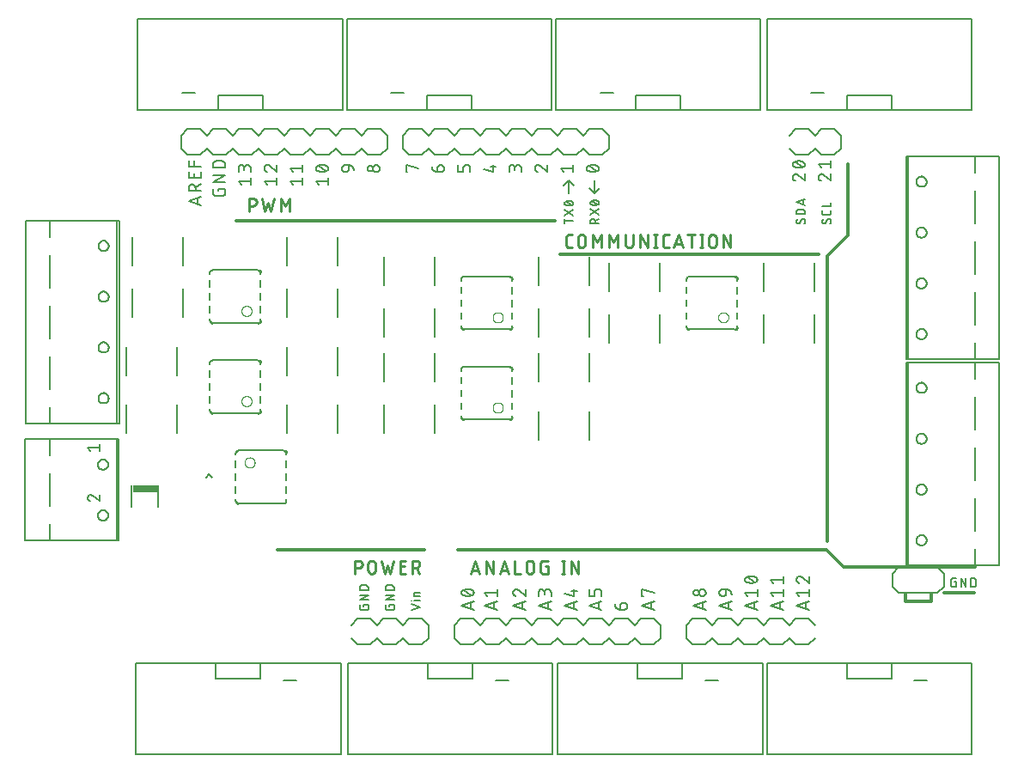
<source format=gto>
G04 EAGLE Gerber X2 export*
%TF.Part,Single*%
%TF.FileFunction,Other,Top Silkscreen*%
%TF.FilePolarity,Positive*%
%TF.GenerationSoftware,Autodesk,EAGLE,8.7.1*%
%TF.CreationDate,2018-03-29T20:03:01Z*%
G75*
%MOMM*%
%FSLAX34Y34*%
%LPD*%
%AMOC8*
5,1,8,0,0,1.08239X$1,22.5*%
G01*
%ADD10C,0.152400*%
%ADD11C,0.203200*%
%ADD12C,0.304800*%
%ADD13C,0.228600*%
%ADD14C,0.127000*%
%ADD15R,2.450000X0.675000*%
%ADD16C,0.015238*%
%ADD17C,0.050800*%


D10*
X193802Y291790D02*
X196511Y294499D01*
X199221Y291790D01*
D11*
X749300Y152400D02*
X762000Y152400D01*
X768350Y146050D01*
X768350Y133350D02*
X762000Y127000D01*
X768350Y146050D02*
X774700Y152400D01*
X787400Y152400D01*
X793750Y146050D01*
X793750Y133350D02*
X787400Y127000D01*
X774700Y127000D01*
X768350Y133350D01*
X723900Y152400D02*
X717550Y146050D01*
X723900Y152400D02*
X736600Y152400D01*
X742950Y146050D01*
X742950Y133350D02*
X736600Y127000D01*
X723900Y127000D01*
X717550Y133350D01*
X742950Y146050D02*
X749300Y152400D01*
X742950Y133350D02*
X749300Y127000D01*
X762000Y127000D01*
X685800Y152400D02*
X673100Y152400D01*
X685800Y152400D02*
X692150Y146050D01*
X692150Y133350D02*
X685800Y127000D01*
X692150Y146050D02*
X698500Y152400D01*
X711200Y152400D01*
X717550Y146050D01*
X717550Y133350D02*
X711200Y127000D01*
X698500Y127000D01*
X692150Y133350D01*
X666750Y133350D02*
X666750Y146050D01*
X673100Y152400D01*
X666750Y133350D02*
X673100Y127000D01*
X685800Y127000D01*
X774700Y635000D02*
X787400Y635000D01*
X793750Y628650D01*
X793750Y615950D02*
X787400Y609600D01*
X768350Y628650D02*
X774700Y635000D01*
X768350Y615950D02*
X774700Y609600D01*
X787400Y609600D01*
X800100Y635000D02*
X812800Y635000D01*
X819150Y628650D01*
X819150Y615950D01*
X812800Y609600D01*
X793750Y628650D02*
X800100Y635000D01*
X793750Y615950D02*
X800100Y609600D01*
X812800Y609600D01*
X609600Y152400D02*
X596900Y152400D01*
X609600Y152400D02*
X615950Y146050D01*
X615950Y133350D02*
X609600Y127000D01*
X571500Y152400D02*
X565150Y146050D01*
X571500Y152400D02*
X584200Y152400D01*
X590550Y146050D01*
X590550Y133350D02*
X584200Y127000D01*
X571500Y127000D01*
X565150Y133350D01*
X590550Y146050D02*
X596900Y152400D01*
X590550Y133350D02*
X596900Y127000D01*
X609600Y127000D01*
X533400Y152400D02*
X520700Y152400D01*
X533400Y152400D02*
X539750Y146050D01*
X539750Y133350D02*
X533400Y127000D01*
X539750Y146050D02*
X546100Y152400D01*
X558800Y152400D01*
X565150Y146050D01*
X565150Y133350D02*
X558800Y127000D01*
X546100Y127000D01*
X539750Y133350D01*
X495300Y152400D02*
X488950Y146050D01*
X495300Y152400D02*
X508000Y152400D01*
X514350Y146050D01*
X514350Y133350D02*
X508000Y127000D01*
X495300Y127000D01*
X488950Y133350D01*
X514350Y146050D02*
X520700Y152400D01*
X514350Y133350D02*
X520700Y127000D01*
X533400Y127000D01*
X457200Y152400D02*
X444500Y152400D01*
X457200Y152400D02*
X463550Y146050D01*
X463550Y133350D02*
X457200Y127000D01*
X463550Y146050D02*
X469900Y152400D01*
X482600Y152400D01*
X488950Y146050D01*
X488950Y133350D02*
X482600Y127000D01*
X469900Y127000D01*
X463550Y133350D01*
X438150Y133350D02*
X438150Y146050D01*
X444500Y152400D01*
X438150Y133350D02*
X444500Y127000D01*
X457200Y127000D01*
X622300Y152400D02*
X635000Y152400D01*
X641350Y146050D01*
X641350Y133350D01*
X635000Y127000D01*
X615950Y146050D02*
X622300Y152400D01*
X615950Y133350D02*
X622300Y127000D01*
X635000Y127000D01*
X558800Y635000D02*
X546100Y635000D01*
X558800Y635000D02*
X565150Y628650D01*
X565150Y615950D02*
X558800Y609600D01*
X520700Y635000D02*
X514350Y628650D01*
X520700Y635000D02*
X533400Y635000D01*
X539750Y628650D01*
X539750Y615950D02*
X533400Y609600D01*
X520700Y609600D01*
X514350Y615950D01*
X539750Y628650D02*
X546100Y635000D01*
X539750Y615950D02*
X546100Y609600D01*
X558800Y609600D01*
X482600Y635000D02*
X469900Y635000D01*
X482600Y635000D02*
X488950Y628650D01*
X488950Y615950D02*
X482600Y609600D01*
X488950Y628650D02*
X495300Y635000D01*
X508000Y635000D01*
X514350Y628650D01*
X514350Y615950D02*
X508000Y609600D01*
X495300Y609600D01*
X488950Y615950D01*
X444500Y635000D02*
X438150Y628650D01*
X444500Y635000D02*
X457200Y635000D01*
X463550Y628650D01*
X463550Y615950D02*
X457200Y609600D01*
X444500Y609600D01*
X438150Y615950D01*
X463550Y628650D02*
X469900Y635000D01*
X463550Y615950D02*
X469900Y609600D01*
X482600Y609600D01*
X406400Y635000D02*
X393700Y635000D01*
X406400Y635000D02*
X412750Y628650D01*
X412750Y615950D02*
X406400Y609600D01*
X412750Y628650D02*
X419100Y635000D01*
X431800Y635000D01*
X438150Y628650D01*
X438150Y615950D02*
X431800Y609600D01*
X419100Y609600D01*
X412750Y615950D01*
X387350Y615950D02*
X387350Y628650D01*
X393700Y635000D01*
X387350Y615950D02*
X393700Y609600D01*
X406400Y609600D01*
X571500Y635000D02*
X584200Y635000D01*
X590550Y628650D01*
X590550Y615950D01*
X584200Y609600D01*
X565150Y628650D02*
X571500Y635000D01*
X565150Y615950D02*
X571500Y609600D01*
X584200Y609600D01*
X340360Y635000D02*
X327660Y635000D01*
X340360Y635000D02*
X346710Y628650D01*
X346710Y615950D02*
X340360Y609600D01*
X302260Y635000D02*
X295910Y628650D01*
X302260Y635000D02*
X314960Y635000D01*
X321310Y628650D01*
X321310Y615950D02*
X314960Y609600D01*
X302260Y609600D01*
X295910Y615950D01*
X321310Y628650D02*
X327660Y635000D01*
X321310Y615950D02*
X327660Y609600D01*
X340360Y609600D01*
X264160Y635000D02*
X251460Y635000D01*
X264160Y635000D02*
X270510Y628650D01*
X270510Y615950D02*
X264160Y609600D01*
X270510Y628650D02*
X276860Y635000D01*
X289560Y635000D01*
X295910Y628650D01*
X295910Y615950D02*
X289560Y609600D01*
X276860Y609600D01*
X270510Y615950D01*
X226060Y635000D02*
X219710Y628650D01*
X226060Y635000D02*
X238760Y635000D01*
X245110Y628650D01*
X245110Y615950D02*
X238760Y609600D01*
X226060Y609600D01*
X219710Y615950D01*
X245110Y628650D02*
X251460Y635000D01*
X245110Y615950D02*
X251460Y609600D01*
X264160Y609600D01*
X187960Y635000D02*
X175260Y635000D01*
X187960Y635000D02*
X194310Y628650D01*
X194310Y615950D02*
X187960Y609600D01*
X194310Y628650D02*
X200660Y635000D01*
X213360Y635000D01*
X219710Y628650D01*
X219710Y615950D02*
X213360Y609600D01*
X200660Y609600D01*
X194310Y615950D01*
X168910Y615950D02*
X168910Y628650D01*
X175260Y635000D01*
X168910Y615950D02*
X175260Y609600D01*
X187960Y609600D01*
X353060Y635000D02*
X365760Y635000D01*
X372110Y628650D01*
X372110Y615950D01*
X365760Y609600D01*
X346710Y628650D02*
X353060Y635000D01*
X346710Y615950D02*
X353060Y609600D01*
X365760Y609600D01*
X914400Y203200D02*
X920750Y196850D01*
X920750Y184150D02*
X914400Y177800D01*
X869950Y184150D02*
X869950Y196850D01*
X876300Y203200D01*
X869950Y184150D02*
X876300Y177800D01*
X920750Y184150D02*
X920750Y196850D01*
X914400Y203200D02*
X876300Y203200D01*
X876300Y177800D02*
X914400Y177800D01*
D12*
X537210Y544830D02*
X223520Y544830D01*
X542290Y511810D02*
X797560Y511810D01*
X805434Y509778D02*
X805434Y228600D01*
X825754Y530098D02*
X825754Y600710D01*
X882650Y177038D02*
X882650Y169672D01*
X908050Y169672D01*
X908050Y177292D01*
X805180Y219964D02*
X441960Y219964D01*
X805180Y219964D02*
X822198Y202946D01*
X950976Y202946D01*
X805434Y509778D02*
X825754Y530098D01*
X920750Y177800D02*
X950722Y177800D01*
D11*
X551180Y571500D02*
X551180Y584200D01*
X546100Y579120D01*
X551180Y584200D02*
X556260Y579120D01*
X576580Y584200D02*
X576580Y571500D01*
X581660Y576580D01*
X576580Y571500D02*
X571500Y576580D01*
D12*
X408940Y219964D02*
X264160Y219964D01*
D11*
X387350Y146050D02*
X393700Y152400D01*
X406400Y152400D01*
X412750Y146050D01*
X412750Y133350D02*
X406400Y127000D01*
X393700Y127000D01*
X387350Y133350D01*
X355600Y152400D02*
X342900Y152400D01*
X355600Y152400D02*
X361950Y146050D01*
X361950Y133350D02*
X355600Y127000D01*
X361950Y146050D02*
X368300Y152400D01*
X381000Y152400D01*
X387350Y146050D01*
X387350Y133350D02*
X381000Y127000D01*
X368300Y127000D01*
X361950Y133350D01*
X342900Y152400D02*
X336550Y146050D01*
X336550Y133350D02*
X342900Y127000D01*
X355600Y127000D01*
X412750Y133350D02*
X412750Y146050D01*
X570145Y593852D02*
X570362Y593749D01*
X570581Y593652D01*
X570803Y593560D01*
X571027Y593473D01*
X571252Y593392D01*
X571480Y593316D01*
X571709Y593245D01*
X571940Y593180D01*
X572172Y593121D01*
X572406Y593067D01*
X572641Y593019D01*
X572877Y592976D01*
X573114Y592939D01*
X573352Y592907D01*
X573590Y592882D01*
X573829Y592862D01*
X574068Y592847D01*
X574308Y592839D01*
X574548Y592836D01*
X570145Y593852D02*
X570054Y593886D01*
X569964Y593923D01*
X569876Y593963D01*
X569789Y594006D01*
X569704Y594053D01*
X569621Y594104D01*
X569540Y594157D01*
X569461Y594214D01*
X569384Y594273D01*
X569309Y594336D01*
X569238Y594401D01*
X569168Y594469D01*
X569102Y594540D01*
X569038Y594613D01*
X568977Y594688D01*
X568919Y594766D01*
X568864Y594847D01*
X568812Y594929D01*
X568764Y595013D01*
X568718Y595099D01*
X568676Y595186D01*
X568638Y595276D01*
X568603Y595366D01*
X568572Y595458D01*
X568544Y595551D01*
X568519Y595645D01*
X568499Y595740D01*
X568482Y595836D01*
X568469Y595932D01*
X568460Y596029D01*
X568454Y596126D01*
X568452Y596223D01*
X568454Y596320D01*
X568460Y596417D01*
X568469Y596514D01*
X568482Y596610D01*
X568499Y596706D01*
X568519Y596801D01*
X568544Y596895D01*
X568572Y596988D01*
X568603Y597080D01*
X568638Y597170D01*
X568676Y597260D01*
X568718Y597347D01*
X568764Y597433D01*
X568812Y597517D01*
X568864Y597599D01*
X568919Y597680D01*
X568977Y597758D01*
X569038Y597833D01*
X569102Y597906D01*
X569168Y597977D01*
X569238Y598045D01*
X569309Y598110D01*
X569384Y598173D01*
X569461Y598232D01*
X569540Y598289D01*
X569621Y598342D01*
X569704Y598393D01*
X569789Y598440D01*
X569876Y598483D01*
X569964Y598523D01*
X570054Y598560D01*
X570145Y598594D01*
X570145Y598593D02*
X570362Y598696D01*
X570581Y598793D01*
X570803Y598885D01*
X571027Y598972D01*
X571252Y599053D01*
X571480Y599129D01*
X571709Y599200D01*
X571940Y599265D01*
X572172Y599324D01*
X572406Y599378D01*
X572641Y599426D01*
X572877Y599469D01*
X573114Y599506D01*
X573352Y599538D01*
X573590Y599563D01*
X573829Y599583D01*
X574068Y599598D01*
X574308Y599606D01*
X574548Y599609D01*
X574548Y592836D02*
X574788Y592839D01*
X575028Y592847D01*
X575267Y592862D01*
X575506Y592882D01*
X575744Y592907D01*
X575982Y592939D01*
X576219Y592976D01*
X576455Y593019D01*
X576690Y593067D01*
X576924Y593121D01*
X577156Y593180D01*
X577387Y593245D01*
X577616Y593316D01*
X577844Y593392D01*
X578069Y593473D01*
X578293Y593560D01*
X578515Y593652D01*
X578734Y593749D01*
X578951Y593852D01*
X579042Y593886D01*
X579132Y593923D01*
X579220Y593963D01*
X579307Y594006D01*
X579392Y594053D01*
X579475Y594104D01*
X579556Y594157D01*
X579635Y594214D01*
X579712Y594273D01*
X579787Y594336D01*
X579858Y594401D01*
X579928Y594469D01*
X579994Y594540D01*
X580058Y594613D01*
X580119Y594688D01*
X580177Y594766D01*
X580232Y594847D01*
X580284Y594929D01*
X580332Y595013D01*
X580378Y595099D01*
X580420Y595186D01*
X580458Y595276D01*
X580493Y595366D01*
X580524Y595458D01*
X580552Y595551D01*
X580577Y595645D01*
X580597Y595740D01*
X580614Y595836D01*
X580627Y595932D01*
X580636Y596029D01*
X580642Y596126D01*
X580644Y596223D01*
X578951Y598593D02*
X578734Y598696D01*
X578515Y598793D01*
X578293Y598885D01*
X578069Y598972D01*
X577844Y599053D01*
X577616Y599129D01*
X577387Y599200D01*
X577156Y599265D01*
X576924Y599324D01*
X576690Y599378D01*
X576455Y599426D01*
X576219Y599469D01*
X575982Y599506D01*
X575744Y599538D01*
X575506Y599563D01*
X575267Y599583D01*
X575028Y599598D01*
X574788Y599606D01*
X574548Y599609D01*
X578951Y598594D02*
X579042Y598560D01*
X579132Y598523D01*
X579220Y598483D01*
X579307Y598440D01*
X579392Y598393D01*
X579475Y598342D01*
X579556Y598289D01*
X579635Y598232D01*
X579712Y598173D01*
X579787Y598110D01*
X579858Y598045D01*
X579928Y597977D01*
X579994Y597906D01*
X580058Y597833D01*
X580119Y597758D01*
X580177Y597680D01*
X580232Y597599D01*
X580284Y597517D01*
X580332Y597433D01*
X580378Y597347D01*
X580420Y597260D01*
X580458Y597170D01*
X580493Y597080D01*
X580524Y596988D01*
X580552Y596895D01*
X580577Y596801D01*
X580597Y596706D01*
X580614Y596610D01*
X580627Y596514D01*
X580636Y596417D01*
X580642Y596320D01*
X580644Y596223D01*
X577935Y593513D02*
X571161Y598932D01*
X545761Y592836D02*
X543052Y596223D01*
X555244Y596223D01*
X555244Y599609D02*
X555244Y592836D01*
X520700Y599609D02*
X520591Y599607D01*
X520483Y599601D01*
X520374Y599592D01*
X520266Y599578D01*
X520159Y599561D01*
X520052Y599539D01*
X519946Y599514D01*
X519841Y599486D01*
X519737Y599453D01*
X519635Y599417D01*
X519534Y599377D01*
X519434Y599334D01*
X519336Y599287D01*
X519239Y599236D01*
X519145Y599182D01*
X519052Y599125D01*
X518962Y599065D01*
X518873Y599001D01*
X518787Y598934D01*
X518704Y598865D01*
X518623Y598792D01*
X518545Y598716D01*
X518469Y598638D01*
X518396Y598557D01*
X518327Y598474D01*
X518260Y598388D01*
X518196Y598299D01*
X518136Y598209D01*
X518079Y598116D01*
X518025Y598022D01*
X517974Y597925D01*
X517927Y597827D01*
X517884Y597727D01*
X517844Y597626D01*
X517808Y597524D01*
X517775Y597420D01*
X517747Y597315D01*
X517722Y597209D01*
X517700Y597102D01*
X517683Y596995D01*
X517669Y596887D01*
X517660Y596778D01*
X517654Y596670D01*
X517652Y596561D01*
X517654Y596438D01*
X517660Y596315D01*
X517669Y596192D01*
X517683Y596070D01*
X517700Y595948D01*
X517721Y595827D01*
X517746Y595706D01*
X517775Y595586D01*
X517808Y595468D01*
X517844Y595350D01*
X517884Y595234D01*
X517927Y595118D01*
X517975Y595005D01*
X518025Y594892D01*
X518079Y594782D01*
X518137Y594673D01*
X518198Y594566D01*
X518263Y594461D01*
X518330Y594358D01*
X518401Y594258D01*
X518475Y594159D01*
X518552Y594063D01*
X518632Y593970D01*
X518715Y593879D01*
X518801Y593790D01*
X518889Y593705D01*
X518980Y593622D01*
X519074Y593542D01*
X519170Y593465D01*
X519269Y593391D01*
X519369Y593321D01*
X519472Y593253D01*
X519577Y593189D01*
X519684Y593128D01*
X519793Y593070D01*
X519904Y593016D01*
X520016Y592966D01*
X520130Y592919D01*
X520245Y592875D01*
X520361Y592835D01*
X523071Y598594D02*
X522993Y598673D01*
X522913Y598749D01*
X522831Y598822D01*
X522745Y598892D01*
X522658Y598960D01*
X522568Y599025D01*
X522477Y599086D01*
X522383Y599144D01*
X522287Y599200D01*
X522190Y599251D01*
X522090Y599300D01*
X521990Y599345D01*
X521887Y599387D01*
X521784Y599425D01*
X521679Y599460D01*
X521573Y599491D01*
X521466Y599519D01*
X521358Y599543D01*
X521250Y599564D01*
X521141Y599580D01*
X521031Y599593D01*
X520921Y599603D01*
X520810Y599608D01*
X520700Y599610D01*
X523071Y598593D02*
X529844Y592836D01*
X529844Y599609D01*
X504444Y596223D02*
X504444Y592836D01*
X504444Y596223D02*
X504442Y596339D01*
X504436Y596454D01*
X504426Y596569D01*
X504412Y596684D01*
X504395Y596798D01*
X504373Y596912D01*
X504348Y597025D01*
X504318Y597137D01*
X504285Y597248D01*
X504248Y597357D01*
X504208Y597466D01*
X504164Y597572D01*
X504116Y597678D01*
X504064Y597781D01*
X504009Y597883D01*
X503951Y597983D01*
X503889Y598081D01*
X503824Y598176D01*
X503756Y598270D01*
X503684Y598360D01*
X503610Y598449D01*
X503532Y598535D01*
X503452Y598618D01*
X503369Y598698D01*
X503283Y598776D01*
X503194Y598850D01*
X503104Y598922D01*
X503010Y598990D01*
X502915Y599055D01*
X502817Y599117D01*
X502717Y599175D01*
X502615Y599230D01*
X502512Y599282D01*
X502406Y599330D01*
X502300Y599374D01*
X502191Y599414D01*
X502082Y599451D01*
X501971Y599484D01*
X501859Y599514D01*
X501746Y599539D01*
X501632Y599561D01*
X501518Y599578D01*
X501403Y599592D01*
X501288Y599602D01*
X501173Y599608D01*
X501057Y599610D01*
X500941Y599608D01*
X500826Y599602D01*
X500711Y599592D01*
X500596Y599578D01*
X500482Y599561D01*
X500368Y599539D01*
X500255Y599514D01*
X500143Y599484D01*
X500032Y599451D01*
X499923Y599414D01*
X499814Y599374D01*
X499708Y599330D01*
X499602Y599282D01*
X499499Y599230D01*
X499397Y599175D01*
X499297Y599117D01*
X499199Y599055D01*
X499104Y598990D01*
X499010Y598922D01*
X498920Y598850D01*
X498831Y598776D01*
X498745Y598698D01*
X498662Y598618D01*
X498582Y598535D01*
X498504Y598449D01*
X498430Y598360D01*
X498358Y598270D01*
X498290Y598176D01*
X498225Y598081D01*
X498163Y597983D01*
X498105Y597883D01*
X498050Y597781D01*
X497998Y597678D01*
X497950Y597572D01*
X497906Y597466D01*
X497866Y597357D01*
X497829Y597248D01*
X497796Y597137D01*
X497766Y597025D01*
X497741Y596912D01*
X497719Y596798D01*
X497702Y596684D01*
X497688Y596569D01*
X497678Y596454D01*
X497672Y596339D01*
X497670Y596223D01*
X492252Y596900D02*
X492252Y592836D01*
X492252Y596900D02*
X492254Y597003D01*
X492260Y597105D01*
X492269Y597207D01*
X492283Y597309D01*
X492300Y597410D01*
X492322Y597510D01*
X492347Y597609D01*
X492375Y597708D01*
X492408Y597805D01*
X492444Y597901D01*
X492483Y597996D01*
X492527Y598089D01*
X492573Y598180D01*
X492624Y598269D01*
X492677Y598357D01*
X492734Y598442D01*
X492794Y598525D01*
X492857Y598606D01*
X492923Y598685D01*
X492992Y598760D01*
X493064Y598834D01*
X493138Y598904D01*
X493215Y598972D01*
X493295Y599036D01*
X493377Y599098D01*
X493461Y599156D01*
X493548Y599211D01*
X493636Y599263D01*
X493727Y599311D01*
X493819Y599356D01*
X493912Y599398D01*
X494008Y599436D01*
X494104Y599470D01*
X494202Y599501D01*
X494301Y599527D01*
X494401Y599551D01*
X494502Y599570D01*
X494603Y599585D01*
X494705Y599597D01*
X494807Y599605D01*
X494910Y599609D01*
X495012Y599609D01*
X495115Y599605D01*
X495217Y599597D01*
X495319Y599585D01*
X495420Y599570D01*
X495521Y599551D01*
X495621Y599527D01*
X495720Y599501D01*
X495818Y599470D01*
X495914Y599436D01*
X496010Y599398D01*
X496103Y599356D01*
X496195Y599311D01*
X496286Y599263D01*
X496374Y599211D01*
X496461Y599156D01*
X496545Y599098D01*
X496627Y599036D01*
X496707Y598972D01*
X496784Y598904D01*
X496858Y598834D01*
X496930Y598760D01*
X496999Y598685D01*
X497065Y598606D01*
X497128Y598525D01*
X497188Y598442D01*
X497245Y598357D01*
X497298Y598269D01*
X497349Y598180D01*
X497395Y598089D01*
X497439Y597996D01*
X497478Y597901D01*
X497514Y597805D01*
X497547Y597708D01*
X497575Y597609D01*
X497600Y597510D01*
X497622Y597410D01*
X497639Y597309D01*
X497653Y597207D01*
X497662Y597105D01*
X497668Y597003D01*
X497670Y596900D01*
X497671Y596900D02*
X497671Y594191D01*
X476335Y592836D02*
X466852Y595545D01*
X476335Y592836D02*
X476335Y599609D01*
X479044Y597577D02*
X473625Y597577D01*
X453644Y596900D02*
X453644Y592836D01*
X453644Y596900D02*
X453642Y597001D01*
X453636Y597102D01*
X453627Y597203D01*
X453614Y597304D01*
X453597Y597404D01*
X453576Y597503D01*
X453552Y597601D01*
X453524Y597698D01*
X453492Y597795D01*
X453457Y597890D01*
X453418Y597983D01*
X453376Y598075D01*
X453330Y598166D01*
X453281Y598255D01*
X453229Y598341D01*
X453173Y598426D01*
X453115Y598509D01*
X453053Y598589D01*
X452988Y598667D01*
X452921Y598743D01*
X452851Y598816D01*
X452778Y598886D01*
X452702Y598953D01*
X452624Y599018D01*
X452544Y599080D01*
X452461Y599138D01*
X452376Y599194D01*
X452290Y599246D01*
X452201Y599295D01*
X452110Y599341D01*
X452018Y599383D01*
X451925Y599422D01*
X451830Y599457D01*
X451733Y599489D01*
X451636Y599517D01*
X451538Y599541D01*
X451439Y599562D01*
X451339Y599579D01*
X451238Y599592D01*
X451137Y599601D01*
X451036Y599607D01*
X450935Y599609D01*
X449580Y599609D01*
X449479Y599607D01*
X449378Y599601D01*
X449277Y599592D01*
X449176Y599579D01*
X449076Y599562D01*
X448977Y599541D01*
X448879Y599517D01*
X448782Y599489D01*
X448685Y599457D01*
X448590Y599422D01*
X448497Y599383D01*
X448405Y599341D01*
X448314Y599295D01*
X448226Y599246D01*
X448139Y599194D01*
X448054Y599138D01*
X447971Y599080D01*
X447891Y599018D01*
X447813Y598953D01*
X447737Y598886D01*
X447664Y598816D01*
X447594Y598743D01*
X447527Y598667D01*
X447462Y598589D01*
X447400Y598509D01*
X447342Y598426D01*
X447286Y598341D01*
X447234Y598255D01*
X447185Y598166D01*
X447139Y598075D01*
X447097Y597983D01*
X447058Y597890D01*
X447023Y597795D01*
X446991Y597698D01*
X446963Y597601D01*
X446939Y597503D01*
X446918Y597404D01*
X446901Y597304D01*
X446888Y597203D01*
X446879Y597102D01*
X446873Y597001D01*
X446871Y596900D01*
X446871Y592836D01*
X441452Y592836D01*
X441452Y599609D01*
X421471Y596900D02*
X421471Y592836D01*
X421471Y596900D02*
X421473Y597001D01*
X421479Y597102D01*
X421488Y597203D01*
X421501Y597304D01*
X421518Y597404D01*
X421539Y597503D01*
X421563Y597601D01*
X421591Y597698D01*
X421623Y597795D01*
X421658Y597890D01*
X421697Y597983D01*
X421739Y598075D01*
X421785Y598166D01*
X421834Y598255D01*
X421886Y598341D01*
X421942Y598426D01*
X422000Y598509D01*
X422062Y598589D01*
X422127Y598667D01*
X422194Y598743D01*
X422264Y598816D01*
X422337Y598886D01*
X422413Y598953D01*
X422491Y599018D01*
X422571Y599080D01*
X422654Y599138D01*
X422739Y599194D01*
X422826Y599246D01*
X422914Y599295D01*
X423005Y599341D01*
X423097Y599383D01*
X423190Y599422D01*
X423285Y599457D01*
X423382Y599489D01*
X423479Y599517D01*
X423577Y599541D01*
X423676Y599562D01*
X423776Y599579D01*
X423877Y599592D01*
X423978Y599601D01*
X424079Y599607D01*
X424180Y599609D01*
X424857Y599609D01*
X424857Y599610D02*
X424973Y599608D01*
X425088Y599602D01*
X425203Y599592D01*
X425318Y599578D01*
X425432Y599561D01*
X425546Y599539D01*
X425659Y599514D01*
X425771Y599484D01*
X425882Y599451D01*
X425991Y599414D01*
X426100Y599374D01*
X426206Y599330D01*
X426312Y599282D01*
X426415Y599230D01*
X426517Y599175D01*
X426617Y599117D01*
X426715Y599055D01*
X426810Y598990D01*
X426904Y598922D01*
X426994Y598850D01*
X427083Y598776D01*
X427169Y598698D01*
X427252Y598618D01*
X427332Y598535D01*
X427410Y598449D01*
X427484Y598360D01*
X427556Y598270D01*
X427624Y598176D01*
X427689Y598081D01*
X427751Y597983D01*
X427809Y597883D01*
X427864Y597781D01*
X427916Y597678D01*
X427964Y597572D01*
X428008Y597466D01*
X428048Y597357D01*
X428085Y597248D01*
X428118Y597137D01*
X428148Y597025D01*
X428173Y596912D01*
X428195Y596798D01*
X428212Y596684D01*
X428226Y596569D01*
X428236Y596454D01*
X428242Y596339D01*
X428244Y596223D01*
X428242Y596107D01*
X428236Y595992D01*
X428226Y595877D01*
X428212Y595762D01*
X428195Y595648D01*
X428173Y595534D01*
X428148Y595421D01*
X428118Y595309D01*
X428085Y595198D01*
X428048Y595089D01*
X428008Y594980D01*
X427964Y594874D01*
X427916Y594768D01*
X427864Y594665D01*
X427809Y594563D01*
X427751Y594463D01*
X427689Y594365D01*
X427624Y594270D01*
X427556Y594176D01*
X427484Y594086D01*
X427410Y593997D01*
X427332Y593911D01*
X427252Y593828D01*
X427169Y593748D01*
X427083Y593670D01*
X426994Y593596D01*
X426904Y593524D01*
X426810Y593456D01*
X426715Y593391D01*
X426617Y593329D01*
X426517Y593271D01*
X426415Y593216D01*
X426312Y593164D01*
X426206Y593116D01*
X426100Y593072D01*
X425991Y593032D01*
X425882Y592995D01*
X425771Y592962D01*
X425659Y592932D01*
X425546Y592907D01*
X425432Y592885D01*
X425318Y592868D01*
X425203Y592854D01*
X425088Y592844D01*
X424973Y592838D01*
X424857Y592836D01*
X421471Y592836D01*
X421324Y592838D01*
X421178Y592844D01*
X421031Y592854D01*
X420885Y592868D01*
X420739Y592886D01*
X420594Y592907D01*
X420450Y592933D01*
X420306Y592963D01*
X420163Y592996D01*
X420021Y593034D01*
X419880Y593075D01*
X419741Y593120D01*
X419602Y593168D01*
X419465Y593221D01*
X419330Y593277D01*
X419196Y593337D01*
X419063Y593400D01*
X418933Y593467D01*
X418804Y593538D01*
X418677Y593612D01*
X418553Y593689D01*
X418430Y593770D01*
X418310Y593854D01*
X418192Y593941D01*
X418076Y594031D01*
X417963Y594125D01*
X417852Y594221D01*
X417744Y594321D01*
X417639Y594423D01*
X417537Y594528D01*
X417437Y594636D01*
X417341Y594747D01*
X417247Y594860D01*
X417157Y594976D01*
X417070Y595094D01*
X416986Y595214D01*
X416905Y595336D01*
X416828Y595461D01*
X416754Y595588D01*
X416683Y595717D01*
X416616Y595847D01*
X416553Y595980D01*
X416493Y596114D01*
X416437Y596249D01*
X416384Y596386D01*
X416336Y596525D01*
X416291Y596664D01*
X416250Y596805D01*
X416212Y596947D01*
X416179Y597090D01*
X416149Y597234D01*
X416123Y597378D01*
X416102Y597523D01*
X416084Y597669D01*
X416070Y597815D01*
X416060Y597962D01*
X416054Y598108D01*
X416052Y598255D01*
X392007Y592836D02*
X390652Y592836D01*
X390652Y599609D01*
X402844Y596223D01*
X361357Y599610D02*
X361241Y599608D01*
X361126Y599602D01*
X361011Y599592D01*
X360896Y599578D01*
X360782Y599561D01*
X360668Y599539D01*
X360555Y599514D01*
X360443Y599484D01*
X360332Y599451D01*
X360223Y599414D01*
X360114Y599374D01*
X360008Y599330D01*
X359902Y599282D01*
X359799Y599230D01*
X359697Y599175D01*
X359597Y599117D01*
X359499Y599055D01*
X359404Y598990D01*
X359310Y598922D01*
X359220Y598850D01*
X359131Y598776D01*
X359045Y598698D01*
X358962Y598618D01*
X358882Y598535D01*
X358804Y598449D01*
X358730Y598360D01*
X358658Y598270D01*
X358590Y598176D01*
X358525Y598081D01*
X358463Y597983D01*
X358405Y597883D01*
X358350Y597781D01*
X358298Y597678D01*
X358250Y597572D01*
X358206Y597466D01*
X358166Y597357D01*
X358129Y597248D01*
X358096Y597137D01*
X358066Y597025D01*
X358041Y596912D01*
X358019Y596798D01*
X358002Y596684D01*
X357988Y596569D01*
X357978Y596454D01*
X357972Y596339D01*
X357970Y596223D01*
X357972Y596107D01*
X357978Y595992D01*
X357988Y595877D01*
X358002Y595762D01*
X358019Y595648D01*
X358041Y595534D01*
X358066Y595421D01*
X358096Y595309D01*
X358129Y595198D01*
X358166Y595089D01*
X358206Y594980D01*
X358250Y594874D01*
X358298Y594768D01*
X358350Y594665D01*
X358405Y594563D01*
X358463Y594463D01*
X358525Y594365D01*
X358590Y594270D01*
X358658Y594176D01*
X358730Y594086D01*
X358804Y593997D01*
X358882Y593911D01*
X358962Y593828D01*
X359045Y593748D01*
X359131Y593670D01*
X359220Y593596D01*
X359310Y593524D01*
X359404Y593456D01*
X359499Y593391D01*
X359597Y593329D01*
X359697Y593271D01*
X359799Y593216D01*
X359902Y593164D01*
X360008Y593116D01*
X360114Y593072D01*
X360223Y593032D01*
X360332Y592995D01*
X360443Y592962D01*
X360555Y592932D01*
X360668Y592907D01*
X360782Y592885D01*
X360896Y592868D01*
X361011Y592854D01*
X361126Y592844D01*
X361241Y592838D01*
X361357Y592836D01*
X361473Y592838D01*
X361588Y592844D01*
X361703Y592854D01*
X361818Y592868D01*
X361932Y592885D01*
X362046Y592907D01*
X362159Y592932D01*
X362271Y592962D01*
X362382Y592995D01*
X362491Y593032D01*
X362600Y593072D01*
X362706Y593116D01*
X362812Y593164D01*
X362915Y593216D01*
X363017Y593271D01*
X363117Y593329D01*
X363215Y593391D01*
X363310Y593456D01*
X363404Y593524D01*
X363494Y593596D01*
X363583Y593670D01*
X363669Y593748D01*
X363752Y593828D01*
X363832Y593911D01*
X363910Y593997D01*
X363984Y594086D01*
X364056Y594176D01*
X364124Y594270D01*
X364189Y594365D01*
X364251Y594463D01*
X364309Y594563D01*
X364364Y594665D01*
X364416Y594768D01*
X364464Y594874D01*
X364508Y594980D01*
X364548Y595089D01*
X364585Y595198D01*
X364618Y595309D01*
X364648Y595421D01*
X364673Y595534D01*
X364695Y595648D01*
X364712Y595762D01*
X364726Y595877D01*
X364736Y595992D01*
X364742Y596107D01*
X364744Y596223D01*
X364742Y596339D01*
X364736Y596454D01*
X364726Y596569D01*
X364712Y596684D01*
X364695Y596798D01*
X364673Y596912D01*
X364648Y597025D01*
X364618Y597137D01*
X364585Y597248D01*
X364548Y597357D01*
X364508Y597466D01*
X364464Y597572D01*
X364416Y597678D01*
X364364Y597781D01*
X364309Y597883D01*
X364251Y597983D01*
X364189Y598081D01*
X364124Y598176D01*
X364056Y598270D01*
X363984Y598360D01*
X363910Y598449D01*
X363832Y598535D01*
X363752Y598618D01*
X363669Y598698D01*
X363583Y598776D01*
X363494Y598850D01*
X363404Y598922D01*
X363310Y598990D01*
X363215Y599055D01*
X363117Y599117D01*
X363017Y599175D01*
X362915Y599230D01*
X362812Y599282D01*
X362706Y599330D01*
X362600Y599374D01*
X362491Y599414D01*
X362382Y599451D01*
X362271Y599484D01*
X362159Y599514D01*
X362046Y599539D01*
X361932Y599561D01*
X361818Y599578D01*
X361703Y599592D01*
X361588Y599602D01*
X361473Y599608D01*
X361357Y599610D01*
X355261Y598932D02*
X355158Y598930D01*
X355056Y598924D01*
X354954Y598915D01*
X354852Y598901D01*
X354751Y598884D01*
X354651Y598862D01*
X354552Y598837D01*
X354453Y598809D01*
X354356Y598776D01*
X354260Y598740D01*
X354165Y598701D01*
X354072Y598657D01*
X353981Y598611D01*
X353892Y598560D01*
X353804Y598507D01*
X353719Y598450D01*
X353636Y598390D01*
X353555Y598327D01*
X353476Y598261D01*
X353401Y598192D01*
X353327Y598120D01*
X353257Y598046D01*
X353189Y597969D01*
X353125Y597889D01*
X353063Y597807D01*
X353005Y597723D01*
X352950Y597636D01*
X352898Y597548D01*
X352850Y597457D01*
X352805Y597365D01*
X352763Y597272D01*
X352725Y597176D01*
X352691Y597080D01*
X352660Y596982D01*
X352634Y596883D01*
X352610Y596783D01*
X352591Y596682D01*
X352576Y596581D01*
X352564Y596479D01*
X352556Y596377D01*
X352552Y596274D01*
X352552Y596172D01*
X352556Y596069D01*
X352564Y595967D01*
X352576Y595865D01*
X352591Y595764D01*
X352610Y595663D01*
X352634Y595563D01*
X352660Y595464D01*
X352691Y595366D01*
X352725Y595270D01*
X352763Y595174D01*
X352805Y595081D01*
X352850Y594989D01*
X352898Y594898D01*
X352950Y594810D01*
X353005Y594723D01*
X353063Y594639D01*
X353125Y594557D01*
X353189Y594477D01*
X353257Y594400D01*
X353327Y594326D01*
X353401Y594254D01*
X353476Y594185D01*
X353555Y594119D01*
X353636Y594056D01*
X353719Y593996D01*
X353804Y593939D01*
X353892Y593886D01*
X353981Y593835D01*
X354072Y593789D01*
X354165Y593745D01*
X354260Y593706D01*
X354356Y593670D01*
X354453Y593637D01*
X354552Y593609D01*
X354651Y593584D01*
X354751Y593562D01*
X354852Y593545D01*
X354954Y593531D01*
X355056Y593522D01*
X355158Y593516D01*
X355261Y593514D01*
X355364Y593516D01*
X355466Y593522D01*
X355568Y593531D01*
X355670Y593545D01*
X355771Y593562D01*
X355871Y593584D01*
X355970Y593609D01*
X356069Y593637D01*
X356166Y593670D01*
X356262Y593706D01*
X356357Y593745D01*
X356450Y593789D01*
X356541Y593835D01*
X356630Y593886D01*
X356718Y593939D01*
X356803Y593996D01*
X356886Y594056D01*
X356967Y594119D01*
X357046Y594185D01*
X357121Y594254D01*
X357195Y594326D01*
X357265Y594400D01*
X357333Y594477D01*
X357397Y594557D01*
X357459Y594639D01*
X357517Y594723D01*
X357572Y594810D01*
X357624Y594898D01*
X357672Y594989D01*
X357717Y595081D01*
X357759Y595174D01*
X357797Y595270D01*
X357831Y595366D01*
X357862Y595464D01*
X357888Y595563D01*
X357912Y595663D01*
X357931Y595764D01*
X357946Y595865D01*
X357958Y595967D01*
X357966Y596069D01*
X357970Y596172D01*
X357970Y596274D01*
X357966Y596377D01*
X357958Y596479D01*
X357946Y596581D01*
X357931Y596682D01*
X357912Y596783D01*
X357888Y596883D01*
X357862Y596982D01*
X357831Y597080D01*
X357797Y597176D01*
X357759Y597272D01*
X357717Y597365D01*
X357672Y597457D01*
X357624Y597548D01*
X357572Y597636D01*
X357517Y597723D01*
X357459Y597807D01*
X357397Y597889D01*
X357333Y597969D01*
X357265Y598046D01*
X357195Y598120D01*
X357121Y598192D01*
X357046Y598261D01*
X356967Y598327D01*
X356886Y598390D01*
X356803Y598450D01*
X356718Y598507D01*
X356630Y598560D01*
X356541Y598611D01*
X356450Y598657D01*
X356357Y598701D01*
X356262Y598740D01*
X356166Y598776D01*
X356069Y598809D01*
X355970Y598837D01*
X355871Y598862D01*
X355771Y598884D01*
X355670Y598901D01*
X355568Y598915D01*
X355466Y598924D01*
X355364Y598930D01*
X355261Y598932D01*
X333925Y599609D02*
X333925Y595545D01*
X333923Y595444D01*
X333917Y595343D01*
X333908Y595242D01*
X333895Y595141D01*
X333878Y595041D01*
X333857Y594942D01*
X333833Y594844D01*
X333805Y594747D01*
X333773Y594650D01*
X333738Y594555D01*
X333699Y594462D01*
X333657Y594370D01*
X333611Y594279D01*
X333562Y594191D01*
X333510Y594104D01*
X333454Y594019D01*
X333396Y593936D01*
X333334Y593856D01*
X333269Y593778D01*
X333202Y593702D01*
X333132Y593629D01*
X333059Y593559D01*
X332983Y593492D01*
X332905Y593427D01*
X332825Y593365D01*
X332742Y593307D01*
X332657Y593251D01*
X332571Y593199D01*
X332482Y593150D01*
X332391Y593104D01*
X332299Y593062D01*
X332206Y593023D01*
X332111Y592988D01*
X332014Y592956D01*
X331917Y592928D01*
X331819Y592904D01*
X331720Y592883D01*
X331620Y592866D01*
X331519Y592853D01*
X331418Y592844D01*
X331317Y592838D01*
X331216Y592836D01*
X330539Y592836D01*
X330423Y592838D01*
X330308Y592844D01*
X330193Y592854D01*
X330078Y592868D01*
X329964Y592885D01*
X329850Y592907D01*
X329737Y592932D01*
X329625Y592962D01*
X329514Y592995D01*
X329405Y593032D01*
X329296Y593072D01*
X329190Y593116D01*
X329084Y593164D01*
X328981Y593216D01*
X328879Y593271D01*
X328779Y593329D01*
X328681Y593391D01*
X328586Y593456D01*
X328492Y593524D01*
X328402Y593596D01*
X328313Y593670D01*
X328227Y593748D01*
X328144Y593828D01*
X328064Y593911D01*
X327986Y593997D01*
X327912Y594086D01*
X327840Y594176D01*
X327772Y594270D01*
X327707Y594365D01*
X327645Y594463D01*
X327587Y594563D01*
X327532Y594665D01*
X327480Y594768D01*
X327432Y594874D01*
X327388Y594980D01*
X327348Y595089D01*
X327311Y595198D01*
X327278Y595309D01*
X327248Y595421D01*
X327223Y595534D01*
X327201Y595648D01*
X327184Y595762D01*
X327170Y595877D01*
X327160Y595992D01*
X327154Y596107D01*
X327152Y596223D01*
X327154Y596339D01*
X327160Y596454D01*
X327170Y596569D01*
X327184Y596684D01*
X327201Y596798D01*
X327223Y596912D01*
X327248Y597025D01*
X327278Y597137D01*
X327311Y597248D01*
X327348Y597357D01*
X327388Y597466D01*
X327432Y597572D01*
X327480Y597678D01*
X327532Y597781D01*
X327587Y597883D01*
X327645Y597983D01*
X327707Y598081D01*
X327772Y598176D01*
X327840Y598270D01*
X327912Y598360D01*
X327986Y598449D01*
X328064Y598535D01*
X328144Y598618D01*
X328227Y598698D01*
X328313Y598776D01*
X328402Y598850D01*
X328492Y598922D01*
X328586Y598990D01*
X328681Y599055D01*
X328779Y599117D01*
X328879Y599175D01*
X328981Y599230D01*
X329084Y599282D01*
X329190Y599330D01*
X329296Y599374D01*
X329405Y599414D01*
X329514Y599451D01*
X329625Y599484D01*
X329737Y599514D01*
X329850Y599539D01*
X329964Y599561D01*
X330078Y599578D01*
X330193Y599592D01*
X330308Y599602D01*
X330423Y599608D01*
X330539Y599610D01*
X330539Y599609D02*
X333925Y599609D01*
X333925Y599610D02*
X334069Y599608D01*
X334213Y599602D01*
X334357Y599593D01*
X334501Y599579D01*
X334644Y599562D01*
X334787Y599541D01*
X334929Y599516D01*
X335070Y599488D01*
X335211Y599455D01*
X335351Y599419D01*
X335489Y599379D01*
X335627Y599336D01*
X335763Y599289D01*
X335898Y599238D01*
X336032Y599184D01*
X336164Y599126D01*
X336295Y599064D01*
X336424Y599000D01*
X336551Y598931D01*
X336676Y598860D01*
X336799Y598785D01*
X336921Y598707D01*
X337040Y598625D01*
X337157Y598541D01*
X337271Y598453D01*
X337384Y598363D01*
X337493Y598269D01*
X337601Y598173D01*
X337705Y598073D01*
X337807Y597971D01*
X337907Y597867D01*
X338003Y597759D01*
X338097Y597650D01*
X338187Y597537D01*
X338275Y597423D01*
X338359Y597306D01*
X338441Y597187D01*
X338519Y597065D01*
X338594Y596942D01*
X338665Y596817D01*
X338734Y596690D01*
X338798Y596561D01*
X338860Y596430D01*
X338918Y596298D01*
X338972Y596164D01*
X339023Y596029D01*
X339070Y595893D01*
X339113Y595755D01*
X339153Y595617D01*
X339189Y595477D01*
X339222Y595336D01*
X339250Y595195D01*
X339275Y595053D01*
X339296Y594910D01*
X339313Y594767D01*
X339327Y594623D01*
X339336Y594479D01*
X339342Y594335D01*
X339344Y594191D01*
X304461Y580136D02*
X301752Y583523D01*
X313944Y583523D01*
X313944Y586909D02*
X313944Y580136D01*
X307848Y592938D02*
X307608Y592941D01*
X307368Y592949D01*
X307129Y592964D01*
X306890Y592984D01*
X306652Y593009D01*
X306414Y593041D01*
X306177Y593078D01*
X305941Y593121D01*
X305706Y593169D01*
X305472Y593223D01*
X305240Y593282D01*
X305009Y593347D01*
X304780Y593418D01*
X304552Y593494D01*
X304327Y593575D01*
X304103Y593662D01*
X303881Y593754D01*
X303662Y593851D01*
X303445Y593954D01*
X303445Y593953D02*
X303354Y593987D01*
X303264Y594024D01*
X303176Y594064D01*
X303089Y594107D01*
X303004Y594154D01*
X302921Y594205D01*
X302840Y594258D01*
X302761Y594315D01*
X302684Y594374D01*
X302609Y594437D01*
X302538Y594502D01*
X302468Y594570D01*
X302402Y594641D01*
X302338Y594714D01*
X302277Y594789D01*
X302219Y594867D01*
X302164Y594948D01*
X302112Y595030D01*
X302064Y595114D01*
X302018Y595200D01*
X301976Y595287D01*
X301938Y595377D01*
X301903Y595467D01*
X301872Y595559D01*
X301844Y595652D01*
X301819Y595746D01*
X301799Y595841D01*
X301782Y595937D01*
X301769Y596033D01*
X301760Y596130D01*
X301754Y596227D01*
X301752Y596324D01*
X301754Y596421D01*
X301760Y596518D01*
X301769Y596615D01*
X301782Y596711D01*
X301799Y596807D01*
X301819Y596902D01*
X301844Y596996D01*
X301872Y597089D01*
X301903Y597181D01*
X301938Y597271D01*
X301976Y597361D01*
X302018Y597448D01*
X302064Y597534D01*
X302112Y597618D01*
X302164Y597700D01*
X302219Y597781D01*
X302277Y597859D01*
X302338Y597934D01*
X302402Y598007D01*
X302468Y598078D01*
X302538Y598146D01*
X302609Y598211D01*
X302684Y598274D01*
X302761Y598333D01*
X302840Y598390D01*
X302921Y598443D01*
X303004Y598494D01*
X303089Y598541D01*
X303176Y598584D01*
X303264Y598624D01*
X303354Y598661D01*
X303445Y598695D01*
X303662Y598798D01*
X303881Y598895D01*
X304103Y598987D01*
X304327Y599074D01*
X304552Y599155D01*
X304780Y599231D01*
X305009Y599302D01*
X305240Y599367D01*
X305472Y599426D01*
X305706Y599480D01*
X305941Y599528D01*
X306177Y599571D01*
X306414Y599608D01*
X306652Y599640D01*
X306890Y599665D01*
X307129Y599685D01*
X307368Y599700D01*
X307608Y599708D01*
X307848Y599711D01*
X307848Y592938D02*
X308088Y592941D01*
X308328Y592949D01*
X308567Y592964D01*
X308806Y592984D01*
X309044Y593009D01*
X309282Y593041D01*
X309519Y593078D01*
X309755Y593121D01*
X309990Y593169D01*
X310224Y593223D01*
X310456Y593282D01*
X310687Y593347D01*
X310916Y593418D01*
X311144Y593494D01*
X311369Y593575D01*
X311593Y593662D01*
X311815Y593754D01*
X312034Y593851D01*
X312251Y593954D01*
X312251Y593953D02*
X312342Y593987D01*
X312432Y594024D01*
X312520Y594064D01*
X312607Y594107D01*
X312692Y594154D01*
X312775Y594205D01*
X312856Y594258D01*
X312935Y594315D01*
X313012Y594374D01*
X313087Y594437D01*
X313158Y594502D01*
X313228Y594570D01*
X313294Y594641D01*
X313358Y594714D01*
X313419Y594789D01*
X313477Y594867D01*
X313532Y594948D01*
X313584Y595030D01*
X313632Y595114D01*
X313678Y595200D01*
X313720Y595287D01*
X313758Y595377D01*
X313793Y595467D01*
X313824Y595559D01*
X313852Y595652D01*
X313877Y595746D01*
X313897Y595841D01*
X313914Y595937D01*
X313927Y596033D01*
X313936Y596130D01*
X313942Y596227D01*
X313944Y596324D01*
X312251Y598695D02*
X312034Y598798D01*
X311815Y598895D01*
X311593Y598987D01*
X311369Y599074D01*
X311144Y599155D01*
X310916Y599231D01*
X310687Y599302D01*
X310456Y599367D01*
X310224Y599426D01*
X309990Y599480D01*
X309755Y599528D01*
X309519Y599571D01*
X309282Y599608D01*
X309044Y599640D01*
X308806Y599665D01*
X308567Y599685D01*
X308328Y599700D01*
X308088Y599708D01*
X307848Y599711D01*
X312251Y598695D02*
X312342Y598661D01*
X312432Y598624D01*
X312520Y598584D01*
X312607Y598541D01*
X312692Y598494D01*
X312775Y598443D01*
X312856Y598390D01*
X312935Y598333D01*
X313012Y598274D01*
X313087Y598211D01*
X313158Y598146D01*
X313228Y598078D01*
X313294Y598007D01*
X313358Y597934D01*
X313419Y597859D01*
X313477Y597781D01*
X313532Y597700D01*
X313584Y597618D01*
X313632Y597534D01*
X313678Y597448D01*
X313720Y597361D01*
X313758Y597271D01*
X313793Y597181D01*
X313824Y597089D01*
X313852Y596996D01*
X313877Y596902D01*
X313897Y596807D01*
X313914Y596711D01*
X313927Y596615D01*
X313936Y596518D01*
X313942Y596421D01*
X313944Y596324D01*
X311235Y593615D02*
X304461Y599034D01*
X279061Y580136D02*
X276352Y583523D01*
X288544Y583523D01*
X288544Y586909D02*
X288544Y580136D01*
X279061Y592938D02*
X276352Y596324D01*
X288544Y596324D01*
X288544Y592938D02*
X288544Y599711D01*
X253661Y580136D02*
X250952Y583523D01*
X263144Y583523D01*
X263144Y586909D02*
X263144Y580136D01*
X250952Y596663D02*
X250954Y596772D01*
X250960Y596880D01*
X250969Y596989D01*
X250983Y597097D01*
X251000Y597204D01*
X251022Y597311D01*
X251047Y597417D01*
X251075Y597522D01*
X251108Y597626D01*
X251144Y597728D01*
X251184Y597829D01*
X251227Y597929D01*
X251274Y598027D01*
X251325Y598124D01*
X251379Y598218D01*
X251436Y598311D01*
X251496Y598401D01*
X251560Y598490D01*
X251627Y598576D01*
X251696Y598659D01*
X251769Y598740D01*
X251845Y598818D01*
X251923Y598894D01*
X252004Y598967D01*
X252087Y599036D01*
X252173Y599103D01*
X252262Y599167D01*
X252352Y599227D01*
X252445Y599284D01*
X252539Y599338D01*
X252636Y599389D01*
X252734Y599436D01*
X252834Y599479D01*
X252935Y599519D01*
X253037Y599555D01*
X253141Y599588D01*
X253246Y599616D01*
X253352Y599641D01*
X253459Y599663D01*
X253566Y599680D01*
X253674Y599694D01*
X253783Y599703D01*
X253891Y599709D01*
X254000Y599711D01*
X250952Y596663D02*
X250954Y596540D01*
X250960Y596417D01*
X250969Y596294D01*
X250983Y596172D01*
X251000Y596050D01*
X251021Y595929D01*
X251046Y595808D01*
X251075Y595688D01*
X251108Y595570D01*
X251144Y595452D01*
X251184Y595336D01*
X251227Y595220D01*
X251275Y595107D01*
X251325Y594994D01*
X251379Y594884D01*
X251437Y594775D01*
X251498Y594668D01*
X251563Y594563D01*
X251630Y594460D01*
X251701Y594360D01*
X251775Y594261D01*
X251852Y594165D01*
X251932Y594072D01*
X252015Y593981D01*
X252101Y593892D01*
X252189Y593807D01*
X252280Y593724D01*
X252374Y593644D01*
X252470Y593567D01*
X252569Y593493D01*
X252669Y593423D01*
X252772Y593355D01*
X252877Y593291D01*
X252984Y593230D01*
X253093Y593172D01*
X253204Y593118D01*
X253316Y593068D01*
X253430Y593021D01*
X253545Y592977D01*
X253661Y592937D01*
X256371Y598695D02*
X256293Y598774D01*
X256213Y598850D01*
X256131Y598923D01*
X256045Y598993D01*
X255958Y599061D01*
X255868Y599126D01*
X255777Y599187D01*
X255683Y599245D01*
X255587Y599301D01*
X255490Y599352D01*
X255390Y599401D01*
X255290Y599446D01*
X255187Y599488D01*
X255084Y599526D01*
X254979Y599561D01*
X254873Y599592D01*
X254766Y599620D01*
X254658Y599644D01*
X254550Y599665D01*
X254441Y599681D01*
X254331Y599694D01*
X254221Y599704D01*
X254110Y599709D01*
X254000Y599711D01*
X256371Y598695D02*
X263144Y592938D01*
X263144Y599711D01*
X228261Y580136D02*
X225552Y583523D01*
X237744Y583523D01*
X237744Y586909D02*
X237744Y580136D01*
X237744Y592938D02*
X237744Y596324D01*
X237742Y596440D01*
X237736Y596555D01*
X237726Y596670D01*
X237712Y596785D01*
X237695Y596899D01*
X237673Y597013D01*
X237648Y597126D01*
X237618Y597238D01*
X237585Y597349D01*
X237548Y597458D01*
X237508Y597567D01*
X237464Y597673D01*
X237416Y597779D01*
X237364Y597882D01*
X237309Y597984D01*
X237251Y598084D01*
X237189Y598182D01*
X237124Y598277D01*
X237056Y598371D01*
X236984Y598461D01*
X236910Y598550D01*
X236832Y598636D01*
X236752Y598719D01*
X236669Y598799D01*
X236583Y598877D01*
X236494Y598951D01*
X236404Y599023D01*
X236310Y599091D01*
X236215Y599156D01*
X236117Y599218D01*
X236017Y599276D01*
X235915Y599331D01*
X235812Y599383D01*
X235706Y599431D01*
X235600Y599475D01*
X235491Y599515D01*
X235382Y599552D01*
X235271Y599585D01*
X235159Y599615D01*
X235046Y599640D01*
X234932Y599662D01*
X234818Y599679D01*
X234703Y599693D01*
X234588Y599703D01*
X234473Y599709D01*
X234357Y599711D01*
X234241Y599709D01*
X234126Y599703D01*
X234011Y599693D01*
X233896Y599679D01*
X233782Y599662D01*
X233668Y599640D01*
X233555Y599615D01*
X233443Y599585D01*
X233332Y599552D01*
X233223Y599515D01*
X233114Y599475D01*
X233008Y599431D01*
X232902Y599383D01*
X232799Y599331D01*
X232697Y599276D01*
X232597Y599218D01*
X232499Y599156D01*
X232404Y599091D01*
X232310Y599023D01*
X232220Y598951D01*
X232131Y598877D01*
X232045Y598799D01*
X231962Y598719D01*
X231882Y598636D01*
X231804Y598550D01*
X231730Y598461D01*
X231658Y598371D01*
X231590Y598277D01*
X231525Y598182D01*
X231463Y598084D01*
X231405Y597984D01*
X231350Y597882D01*
X231298Y597779D01*
X231250Y597673D01*
X231206Y597567D01*
X231166Y597458D01*
X231129Y597349D01*
X231096Y597238D01*
X231066Y597126D01*
X231041Y597013D01*
X231019Y596899D01*
X231002Y596785D01*
X230988Y596670D01*
X230978Y596555D01*
X230972Y596440D01*
X230970Y596324D01*
X225552Y597002D02*
X225552Y592938D01*
X225552Y597002D02*
X225554Y597105D01*
X225560Y597207D01*
X225569Y597309D01*
X225583Y597411D01*
X225600Y597512D01*
X225622Y597612D01*
X225647Y597711D01*
X225675Y597810D01*
X225708Y597907D01*
X225744Y598003D01*
X225783Y598098D01*
X225827Y598191D01*
X225873Y598282D01*
X225924Y598371D01*
X225977Y598459D01*
X226034Y598544D01*
X226094Y598627D01*
X226157Y598708D01*
X226223Y598787D01*
X226292Y598862D01*
X226364Y598936D01*
X226438Y599006D01*
X226515Y599074D01*
X226595Y599138D01*
X226677Y599200D01*
X226761Y599258D01*
X226848Y599313D01*
X226936Y599365D01*
X227027Y599413D01*
X227119Y599458D01*
X227212Y599500D01*
X227308Y599538D01*
X227404Y599572D01*
X227502Y599603D01*
X227601Y599629D01*
X227701Y599653D01*
X227802Y599672D01*
X227903Y599687D01*
X228005Y599699D01*
X228107Y599707D01*
X228210Y599711D01*
X228312Y599711D01*
X228415Y599707D01*
X228517Y599699D01*
X228619Y599687D01*
X228720Y599672D01*
X228821Y599653D01*
X228921Y599629D01*
X229020Y599603D01*
X229118Y599572D01*
X229214Y599538D01*
X229310Y599500D01*
X229403Y599458D01*
X229495Y599413D01*
X229586Y599365D01*
X229674Y599313D01*
X229761Y599258D01*
X229845Y599200D01*
X229927Y599138D01*
X230007Y599074D01*
X230084Y599006D01*
X230158Y598936D01*
X230230Y598862D01*
X230299Y598787D01*
X230365Y598708D01*
X230428Y598627D01*
X230488Y598544D01*
X230545Y598459D01*
X230598Y598371D01*
X230649Y598282D01*
X230695Y598191D01*
X230739Y598098D01*
X230778Y598003D01*
X230814Y597907D01*
X230847Y597810D01*
X230875Y597711D01*
X230900Y597612D01*
X230922Y597512D01*
X230939Y597411D01*
X230953Y597309D01*
X230962Y597207D01*
X230968Y597105D01*
X230970Y597002D01*
X230971Y597002D02*
X230971Y594292D01*
X771652Y587671D02*
X771654Y587780D01*
X771660Y587888D01*
X771669Y587997D01*
X771683Y588105D01*
X771700Y588212D01*
X771722Y588319D01*
X771747Y588425D01*
X771775Y588530D01*
X771808Y588634D01*
X771844Y588736D01*
X771884Y588837D01*
X771927Y588937D01*
X771974Y589035D01*
X772025Y589132D01*
X772079Y589226D01*
X772136Y589319D01*
X772196Y589409D01*
X772260Y589498D01*
X772327Y589584D01*
X772396Y589667D01*
X772469Y589748D01*
X772545Y589826D01*
X772623Y589902D01*
X772704Y589975D01*
X772787Y590044D01*
X772873Y590111D01*
X772962Y590175D01*
X773052Y590235D01*
X773145Y590292D01*
X773239Y590346D01*
X773336Y590397D01*
X773434Y590444D01*
X773534Y590487D01*
X773635Y590527D01*
X773737Y590563D01*
X773841Y590596D01*
X773946Y590624D01*
X774052Y590649D01*
X774159Y590671D01*
X774266Y590688D01*
X774374Y590702D01*
X774483Y590711D01*
X774591Y590717D01*
X774700Y590719D01*
X771652Y587671D02*
X771654Y587548D01*
X771660Y587425D01*
X771669Y587302D01*
X771683Y587180D01*
X771700Y587058D01*
X771721Y586937D01*
X771746Y586816D01*
X771775Y586696D01*
X771808Y586578D01*
X771844Y586460D01*
X771884Y586344D01*
X771927Y586228D01*
X771975Y586115D01*
X772025Y586002D01*
X772079Y585892D01*
X772137Y585783D01*
X772198Y585676D01*
X772263Y585571D01*
X772330Y585468D01*
X772401Y585368D01*
X772475Y585269D01*
X772552Y585173D01*
X772632Y585080D01*
X772715Y584989D01*
X772801Y584900D01*
X772889Y584815D01*
X772980Y584732D01*
X773074Y584652D01*
X773170Y584575D01*
X773269Y584501D01*
X773369Y584431D01*
X773472Y584363D01*
X773577Y584299D01*
X773684Y584238D01*
X773793Y584180D01*
X773904Y584126D01*
X774016Y584076D01*
X774130Y584029D01*
X774245Y583985D01*
X774361Y583945D01*
X777071Y589704D02*
X776993Y589783D01*
X776913Y589859D01*
X776831Y589932D01*
X776745Y590002D01*
X776658Y590070D01*
X776568Y590135D01*
X776477Y590196D01*
X776383Y590254D01*
X776287Y590310D01*
X776190Y590361D01*
X776090Y590410D01*
X775990Y590455D01*
X775887Y590497D01*
X775784Y590535D01*
X775679Y590570D01*
X775573Y590601D01*
X775466Y590629D01*
X775358Y590653D01*
X775250Y590674D01*
X775141Y590690D01*
X775031Y590703D01*
X774921Y590713D01*
X774810Y590718D01*
X774700Y590720D01*
X777071Y589703D02*
X783844Y583946D01*
X783844Y590719D01*
X777748Y596748D02*
X777508Y596751D01*
X777268Y596759D01*
X777029Y596774D01*
X776790Y596794D01*
X776552Y596819D01*
X776314Y596851D01*
X776077Y596888D01*
X775841Y596931D01*
X775606Y596979D01*
X775372Y597033D01*
X775140Y597092D01*
X774909Y597157D01*
X774680Y597228D01*
X774452Y597304D01*
X774227Y597385D01*
X774003Y597472D01*
X773781Y597564D01*
X773562Y597661D01*
X773345Y597764D01*
X773345Y597763D02*
X773254Y597797D01*
X773164Y597834D01*
X773076Y597874D01*
X772989Y597917D01*
X772904Y597964D01*
X772821Y598015D01*
X772740Y598068D01*
X772661Y598125D01*
X772584Y598184D01*
X772509Y598247D01*
X772438Y598312D01*
X772368Y598380D01*
X772302Y598451D01*
X772238Y598524D01*
X772177Y598599D01*
X772119Y598677D01*
X772064Y598758D01*
X772012Y598840D01*
X771964Y598924D01*
X771918Y599010D01*
X771876Y599097D01*
X771838Y599187D01*
X771803Y599277D01*
X771772Y599369D01*
X771744Y599462D01*
X771719Y599556D01*
X771699Y599651D01*
X771682Y599747D01*
X771669Y599843D01*
X771660Y599940D01*
X771654Y600037D01*
X771652Y600134D01*
X771654Y600231D01*
X771660Y600328D01*
X771669Y600425D01*
X771682Y600521D01*
X771699Y600617D01*
X771719Y600712D01*
X771744Y600806D01*
X771772Y600899D01*
X771803Y600991D01*
X771838Y601081D01*
X771876Y601171D01*
X771918Y601258D01*
X771964Y601344D01*
X772012Y601428D01*
X772064Y601510D01*
X772119Y601591D01*
X772177Y601669D01*
X772238Y601744D01*
X772302Y601817D01*
X772368Y601888D01*
X772438Y601956D01*
X772509Y602021D01*
X772584Y602084D01*
X772661Y602143D01*
X772740Y602200D01*
X772821Y602253D01*
X772904Y602304D01*
X772989Y602351D01*
X773076Y602394D01*
X773164Y602434D01*
X773254Y602471D01*
X773345Y602505D01*
X773562Y602608D01*
X773781Y602705D01*
X774003Y602797D01*
X774227Y602884D01*
X774452Y602965D01*
X774680Y603041D01*
X774909Y603112D01*
X775140Y603177D01*
X775372Y603236D01*
X775606Y603290D01*
X775841Y603338D01*
X776077Y603381D01*
X776314Y603418D01*
X776552Y603450D01*
X776790Y603475D01*
X777029Y603495D01*
X777268Y603510D01*
X777508Y603518D01*
X777748Y603521D01*
X777748Y596748D02*
X777988Y596751D01*
X778228Y596759D01*
X778467Y596774D01*
X778706Y596794D01*
X778944Y596819D01*
X779182Y596851D01*
X779419Y596888D01*
X779655Y596931D01*
X779890Y596979D01*
X780124Y597033D01*
X780356Y597092D01*
X780587Y597157D01*
X780816Y597228D01*
X781044Y597304D01*
X781269Y597385D01*
X781493Y597472D01*
X781715Y597564D01*
X781934Y597661D01*
X782151Y597764D01*
X782151Y597763D02*
X782242Y597797D01*
X782332Y597834D01*
X782420Y597874D01*
X782507Y597917D01*
X782592Y597964D01*
X782675Y598015D01*
X782756Y598068D01*
X782835Y598125D01*
X782912Y598184D01*
X782987Y598247D01*
X783058Y598312D01*
X783128Y598380D01*
X783194Y598451D01*
X783258Y598524D01*
X783319Y598599D01*
X783377Y598677D01*
X783432Y598758D01*
X783484Y598840D01*
X783532Y598924D01*
X783578Y599010D01*
X783620Y599097D01*
X783658Y599187D01*
X783693Y599277D01*
X783724Y599369D01*
X783752Y599462D01*
X783777Y599556D01*
X783797Y599651D01*
X783814Y599747D01*
X783827Y599843D01*
X783836Y599940D01*
X783842Y600037D01*
X783844Y600134D01*
X782151Y602505D02*
X781934Y602608D01*
X781715Y602705D01*
X781493Y602797D01*
X781269Y602884D01*
X781044Y602965D01*
X780816Y603041D01*
X780587Y603112D01*
X780356Y603177D01*
X780124Y603236D01*
X779890Y603290D01*
X779655Y603338D01*
X779419Y603381D01*
X779182Y603418D01*
X778944Y603450D01*
X778706Y603475D01*
X778467Y603495D01*
X778228Y603510D01*
X777988Y603518D01*
X777748Y603521D01*
X782151Y602505D02*
X782242Y602471D01*
X782332Y602434D01*
X782420Y602394D01*
X782507Y602351D01*
X782592Y602304D01*
X782675Y602253D01*
X782756Y602200D01*
X782835Y602143D01*
X782912Y602084D01*
X782987Y602021D01*
X783058Y601956D01*
X783128Y601888D01*
X783194Y601817D01*
X783258Y601744D01*
X783319Y601669D01*
X783377Y601591D01*
X783432Y601510D01*
X783484Y601428D01*
X783532Y601344D01*
X783578Y601258D01*
X783620Y601171D01*
X783658Y601081D01*
X783693Y600991D01*
X783724Y600899D01*
X783752Y600806D01*
X783777Y600712D01*
X783797Y600617D01*
X783814Y600521D01*
X783827Y600425D01*
X783836Y600328D01*
X783842Y600231D01*
X783844Y600134D01*
X781135Y597425D02*
X774361Y602844D01*
X797052Y587671D02*
X797054Y587780D01*
X797060Y587888D01*
X797069Y587997D01*
X797083Y588105D01*
X797100Y588212D01*
X797122Y588319D01*
X797147Y588425D01*
X797175Y588530D01*
X797208Y588634D01*
X797244Y588736D01*
X797284Y588837D01*
X797327Y588937D01*
X797374Y589035D01*
X797425Y589132D01*
X797479Y589226D01*
X797536Y589319D01*
X797596Y589409D01*
X797660Y589498D01*
X797727Y589584D01*
X797796Y589667D01*
X797869Y589748D01*
X797945Y589826D01*
X798023Y589902D01*
X798104Y589975D01*
X798187Y590044D01*
X798273Y590111D01*
X798362Y590175D01*
X798452Y590235D01*
X798545Y590292D01*
X798639Y590346D01*
X798736Y590397D01*
X798834Y590444D01*
X798934Y590487D01*
X799035Y590527D01*
X799137Y590563D01*
X799241Y590596D01*
X799346Y590624D01*
X799452Y590649D01*
X799559Y590671D01*
X799666Y590688D01*
X799774Y590702D01*
X799883Y590711D01*
X799991Y590717D01*
X800100Y590719D01*
X797052Y587671D02*
X797054Y587548D01*
X797060Y587425D01*
X797069Y587302D01*
X797083Y587180D01*
X797100Y587058D01*
X797121Y586937D01*
X797146Y586816D01*
X797175Y586696D01*
X797208Y586578D01*
X797244Y586460D01*
X797284Y586344D01*
X797327Y586228D01*
X797375Y586115D01*
X797425Y586002D01*
X797479Y585892D01*
X797537Y585783D01*
X797598Y585676D01*
X797663Y585571D01*
X797730Y585468D01*
X797801Y585368D01*
X797875Y585269D01*
X797952Y585173D01*
X798032Y585080D01*
X798115Y584989D01*
X798201Y584900D01*
X798289Y584815D01*
X798380Y584732D01*
X798474Y584652D01*
X798570Y584575D01*
X798669Y584501D01*
X798769Y584431D01*
X798872Y584363D01*
X798977Y584299D01*
X799084Y584238D01*
X799193Y584180D01*
X799304Y584126D01*
X799416Y584076D01*
X799530Y584029D01*
X799645Y583985D01*
X799761Y583945D01*
X802471Y589704D02*
X802393Y589783D01*
X802313Y589859D01*
X802231Y589932D01*
X802145Y590002D01*
X802058Y590070D01*
X801968Y590135D01*
X801877Y590196D01*
X801783Y590254D01*
X801687Y590310D01*
X801590Y590361D01*
X801490Y590410D01*
X801390Y590455D01*
X801287Y590497D01*
X801184Y590535D01*
X801079Y590570D01*
X800973Y590601D01*
X800866Y590629D01*
X800758Y590653D01*
X800650Y590674D01*
X800541Y590690D01*
X800431Y590703D01*
X800321Y590713D01*
X800210Y590718D01*
X800100Y590720D01*
X802471Y589703D02*
X809244Y583946D01*
X809244Y590719D01*
X799761Y596748D02*
X797052Y600134D01*
X809244Y600134D01*
X809244Y596748D02*
X809244Y603521D01*
X457454Y161290D02*
X445262Y165354D01*
X457454Y169418D01*
X454406Y168402D02*
X454406Y162306D01*
X451358Y174769D02*
X451118Y174772D01*
X450878Y174780D01*
X450639Y174795D01*
X450400Y174815D01*
X450162Y174840D01*
X449924Y174872D01*
X449687Y174909D01*
X449451Y174952D01*
X449216Y175000D01*
X448982Y175054D01*
X448750Y175113D01*
X448519Y175178D01*
X448290Y175249D01*
X448062Y175325D01*
X447837Y175406D01*
X447613Y175493D01*
X447391Y175585D01*
X447172Y175682D01*
X446955Y175785D01*
X446864Y175819D01*
X446774Y175856D01*
X446686Y175896D01*
X446599Y175939D01*
X446514Y175986D01*
X446431Y176037D01*
X446350Y176090D01*
X446271Y176147D01*
X446194Y176206D01*
X446119Y176269D01*
X446048Y176334D01*
X445978Y176402D01*
X445912Y176473D01*
X445848Y176546D01*
X445787Y176621D01*
X445729Y176699D01*
X445674Y176780D01*
X445622Y176862D01*
X445574Y176946D01*
X445528Y177032D01*
X445486Y177119D01*
X445448Y177209D01*
X445413Y177299D01*
X445382Y177391D01*
X445354Y177484D01*
X445329Y177578D01*
X445309Y177673D01*
X445292Y177769D01*
X445279Y177865D01*
X445270Y177962D01*
X445264Y178059D01*
X445262Y178156D01*
X445264Y178253D01*
X445270Y178350D01*
X445279Y178447D01*
X445292Y178543D01*
X445309Y178639D01*
X445329Y178734D01*
X445354Y178828D01*
X445382Y178921D01*
X445413Y179013D01*
X445448Y179103D01*
X445486Y179193D01*
X445528Y179280D01*
X445574Y179366D01*
X445622Y179450D01*
X445674Y179532D01*
X445729Y179613D01*
X445787Y179691D01*
X445848Y179766D01*
X445912Y179839D01*
X445978Y179910D01*
X446048Y179978D01*
X446119Y180043D01*
X446194Y180106D01*
X446271Y180165D01*
X446350Y180222D01*
X446431Y180275D01*
X446514Y180326D01*
X446599Y180373D01*
X446686Y180416D01*
X446774Y180456D01*
X446864Y180493D01*
X446955Y180527D01*
X446955Y180526D02*
X447172Y180629D01*
X447391Y180726D01*
X447613Y180818D01*
X447837Y180905D01*
X448062Y180986D01*
X448290Y181062D01*
X448519Y181133D01*
X448750Y181198D01*
X448982Y181257D01*
X449216Y181311D01*
X449451Y181359D01*
X449687Y181402D01*
X449924Y181439D01*
X450162Y181471D01*
X450400Y181496D01*
X450639Y181516D01*
X450878Y181531D01*
X451118Y181539D01*
X451358Y181542D01*
X451358Y174769D02*
X451598Y174772D01*
X451838Y174780D01*
X452077Y174795D01*
X452316Y174815D01*
X452554Y174840D01*
X452792Y174872D01*
X453029Y174909D01*
X453265Y174952D01*
X453500Y175000D01*
X453734Y175054D01*
X453966Y175113D01*
X454197Y175178D01*
X454426Y175249D01*
X454654Y175325D01*
X454879Y175406D01*
X455103Y175493D01*
X455325Y175585D01*
X455544Y175682D01*
X455761Y175785D01*
X455852Y175819D01*
X455942Y175856D01*
X456030Y175896D01*
X456117Y175939D01*
X456202Y175986D01*
X456285Y176037D01*
X456366Y176090D01*
X456445Y176147D01*
X456522Y176206D01*
X456597Y176269D01*
X456668Y176334D01*
X456738Y176402D01*
X456804Y176473D01*
X456868Y176546D01*
X456929Y176621D01*
X456987Y176699D01*
X457042Y176780D01*
X457094Y176862D01*
X457142Y176946D01*
X457188Y177032D01*
X457230Y177119D01*
X457268Y177209D01*
X457303Y177299D01*
X457334Y177391D01*
X457362Y177484D01*
X457387Y177578D01*
X457407Y177673D01*
X457424Y177769D01*
X457437Y177865D01*
X457446Y177962D01*
X457452Y178059D01*
X457454Y178156D01*
X455761Y180526D02*
X455544Y180629D01*
X455325Y180726D01*
X455103Y180818D01*
X454879Y180905D01*
X454654Y180986D01*
X454426Y181062D01*
X454197Y181133D01*
X453966Y181198D01*
X453734Y181257D01*
X453500Y181311D01*
X453265Y181359D01*
X453029Y181402D01*
X452792Y181439D01*
X452554Y181471D01*
X452316Y181496D01*
X452077Y181516D01*
X451838Y181531D01*
X451598Y181539D01*
X451358Y181542D01*
X455761Y180527D02*
X455852Y180493D01*
X455942Y180456D01*
X456030Y180416D01*
X456117Y180373D01*
X456202Y180326D01*
X456285Y180275D01*
X456366Y180222D01*
X456445Y180165D01*
X456522Y180106D01*
X456597Y180043D01*
X456668Y179978D01*
X456738Y179910D01*
X456804Y179839D01*
X456868Y179766D01*
X456929Y179691D01*
X456987Y179613D01*
X457042Y179532D01*
X457094Y179450D01*
X457142Y179366D01*
X457188Y179280D01*
X457230Y179193D01*
X457268Y179103D01*
X457303Y179013D01*
X457334Y178921D01*
X457362Y178828D01*
X457387Y178734D01*
X457407Y178639D01*
X457424Y178543D01*
X457437Y178447D01*
X457446Y178350D01*
X457452Y178253D01*
X457454Y178156D01*
X454745Y175446D02*
X447971Y180865D01*
X468122Y165354D02*
X480314Y161290D01*
X480314Y169418D02*
X468122Y165354D01*
X477266Y168402D02*
X477266Y162306D01*
X470831Y174769D02*
X468122Y178156D01*
X480314Y178156D01*
X480314Y181542D02*
X480314Y174769D01*
X496062Y165354D02*
X508254Y161290D01*
X508254Y169418D02*
X496062Y165354D01*
X505206Y168402D02*
X505206Y162306D01*
X496062Y178494D02*
X496064Y178603D01*
X496070Y178711D01*
X496079Y178820D01*
X496093Y178928D01*
X496110Y179035D01*
X496132Y179142D01*
X496157Y179248D01*
X496185Y179353D01*
X496218Y179457D01*
X496254Y179559D01*
X496294Y179660D01*
X496337Y179760D01*
X496384Y179858D01*
X496435Y179955D01*
X496489Y180049D01*
X496546Y180142D01*
X496606Y180232D01*
X496670Y180321D01*
X496737Y180407D01*
X496806Y180490D01*
X496879Y180571D01*
X496955Y180649D01*
X497033Y180725D01*
X497114Y180798D01*
X497197Y180867D01*
X497283Y180934D01*
X497372Y180998D01*
X497462Y181058D01*
X497555Y181115D01*
X497649Y181169D01*
X497746Y181220D01*
X497844Y181267D01*
X497944Y181310D01*
X498045Y181350D01*
X498147Y181386D01*
X498251Y181419D01*
X498356Y181447D01*
X498462Y181472D01*
X498569Y181494D01*
X498676Y181511D01*
X498784Y181525D01*
X498893Y181534D01*
X499001Y181540D01*
X499110Y181542D01*
X496062Y178494D02*
X496064Y178371D01*
X496070Y178248D01*
X496079Y178125D01*
X496093Y178003D01*
X496110Y177881D01*
X496131Y177760D01*
X496156Y177639D01*
X496185Y177519D01*
X496218Y177401D01*
X496254Y177283D01*
X496294Y177167D01*
X496337Y177051D01*
X496385Y176938D01*
X496435Y176825D01*
X496489Y176715D01*
X496547Y176606D01*
X496608Y176499D01*
X496673Y176394D01*
X496740Y176291D01*
X496811Y176191D01*
X496885Y176092D01*
X496962Y175996D01*
X497042Y175903D01*
X497125Y175812D01*
X497211Y175723D01*
X497299Y175638D01*
X497390Y175555D01*
X497484Y175475D01*
X497580Y175398D01*
X497679Y175324D01*
X497779Y175254D01*
X497882Y175186D01*
X497987Y175122D01*
X498094Y175061D01*
X498203Y175003D01*
X498314Y174949D01*
X498426Y174899D01*
X498540Y174852D01*
X498655Y174808D01*
X498771Y174768D01*
X501481Y180526D02*
X501403Y180605D01*
X501323Y180681D01*
X501241Y180754D01*
X501155Y180824D01*
X501068Y180892D01*
X500978Y180957D01*
X500887Y181018D01*
X500793Y181076D01*
X500697Y181132D01*
X500600Y181183D01*
X500500Y181232D01*
X500400Y181277D01*
X500297Y181319D01*
X500194Y181357D01*
X500089Y181392D01*
X499983Y181423D01*
X499876Y181451D01*
X499768Y181475D01*
X499660Y181496D01*
X499551Y181512D01*
X499441Y181525D01*
X499331Y181535D01*
X499220Y181540D01*
X499110Y181542D01*
X501481Y180526D02*
X508254Y174769D01*
X508254Y181542D01*
X521462Y165354D02*
X533654Y161290D01*
X533654Y169418D02*
X521462Y165354D01*
X530606Y168402D02*
X530606Y162306D01*
X533654Y174769D02*
X533654Y178156D01*
X533652Y178272D01*
X533646Y178387D01*
X533636Y178502D01*
X533622Y178617D01*
X533605Y178731D01*
X533583Y178845D01*
X533558Y178958D01*
X533528Y179070D01*
X533495Y179181D01*
X533458Y179290D01*
X533418Y179399D01*
X533374Y179505D01*
X533326Y179611D01*
X533274Y179714D01*
X533219Y179816D01*
X533161Y179916D01*
X533099Y180014D01*
X533034Y180109D01*
X532966Y180203D01*
X532894Y180293D01*
X532820Y180382D01*
X532742Y180468D01*
X532662Y180551D01*
X532579Y180631D01*
X532493Y180709D01*
X532404Y180783D01*
X532314Y180855D01*
X532220Y180923D01*
X532125Y180988D01*
X532027Y181050D01*
X531927Y181108D01*
X531825Y181163D01*
X531722Y181215D01*
X531616Y181263D01*
X531510Y181307D01*
X531401Y181347D01*
X531292Y181384D01*
X531181Y181417D01*
X531069Y181447D01*
X530956Y181472D01*
X530842Y181494D01*
X530728Y181511D01*
X530613Y181525D01*
X530498Y181535D01*
X530383Y181541D01*
X530267Y181543D01*
X530151Y181541D01*
X530036Y181535D01*
X529921Y181525D01*
X529806Y181511D01*
X529692Y181494D01*
X529578Y181472D01*
X529465Y181447D01*
X529353Y181417D01*
X529242Y181384D01*
X529133Y181347D01*
X529024Y181307D01*
X528918Y181263D01*
X528812Y181215D01*
X528709Y181163D01*
X528607Y181108D01*
X528507Y181050D01*
X528409Y180988D01*
X528314Y180923D01*
X528220Y180855D01*
X528130Y180783D01*
X528041Y180709D01*
X527955Y180631D01*
X527872Y180551D01*
X527792Y180468D01*
X527714Y180382D01*
X527640Y180293D01*
X527568Y180203D01*
X527500Y180109D01*
X527435Y180014D01*
X527373Y179916D01*
X527315Y179816D01*
X527260Y179714D01*
X527208Y179611D01*
X527160Y179505D01*
X527116Y179399D01*
X527076Y179290D01*
X527039Y179181D01*
X527006Y179070D01*
X526976Y178958D01*
X526951Y178845D01*
X526929Y178731D01*
X526912Y178617D01*
X526898Y178502D01*
X526888Y178387D01*
X526882Y178272D01*
X526880Y178156D01*
X521462Y178833D02*
X521462Y174769D01*
X521462Y178833D02*
X521464Y178936D01*
X521470Y179038D01*
X521479Y179140D01*
X521493Y179242D01*
X521510Y179343D01*
X521532Y179443D01*
X521557Y179542D01*
X521585Y179641D01*
X521618Y179738D01*
X521654Y179834D01*
X521693Y179929D01*
X521737Y180022D01*
X521783Y180113D01*
X521834Y180202D01*
X521887Y180290D01*
X521944Y180375D01*
X522004Y180458D01*
X522067Y180539D01*
X522133Y180618D01*
X522202Y180693D01*
X522274Y180767D01*
X522348Y180837D01*
X522425Y180905D01*
X522505Y180969D01*
X522587Y181031D01*
X522671Y181089D01*
X522758Y181144D01*
X522846Y181196D01*
X522937Y181244D01*
X523029Y181289D01*
X523122Y181331D01*
X523218Y181369D01*
X523314Y181403D01*
X523412Y181434D01*
X523511Y181460D01*
X523611Y181484D01*
X523712Y181503D01*
X523813Y181518D01*
X523915Y181530D01*
X524017Y181538D01*
X524120Y181542D01*
X524222Y181542D01*
X524325Y181538D01*
X524427Y181530D01*
X524529Y181518D01*
X524630Y181503D01*
X524731Y181484D01*
X524831Y181460D01*
X524930Y181434D01*
X525028Y181403D01*
X525124Y181369D01*
X525220Y181331D01*
X525313Y181289D01*
X525405Y181244D01*
X525496Y181196D01*
X525584Y181144D01*
X525671Y181089D01*
X525755Y181031D01*
X525837Y180969D01*
X525917Y180905D01*
X525994Y180837D01*
X526068Y180767D01*
X526140Y180693D01*
X526209Y180618D01*
X526275Y180539D01*
X526338Y180458D01*
X526398Y180375D01*
X526455Y180290D01*
X526508Y180202D01*
X526559Y180113D01*
X526605Y180022D01*
X526649Y179929D01*
X526688Y179834D01*
X526724Y179738D01*
X526757Y179641D01*
X526785Y179542D01*
X526810Y179443D01*
X526832Y179343D01*
X526849Y179242D01*
X526863Y179140D01*
X526872Y179038D01*
X526878Y178936D01*
X526880Y178833D01*
X526881Y178833D02*
X526881Y176124D01*
X546862Y165354D02*
X559054Y161290D01*
X559054Y169418D02*
X546862Y165354D01*
X556006Y168402D02*
X556006Y162306D01*
X556345Y174769D02*
X546862Y177478D01*
X556345Y174769D02*
X556345Y181542D01*
X559054Y179510D02*
X553635Y179510D01*
X570992Y165354D02*
X583184Y161290D01*
X583184Y169418D02*
X570992Y165354D01*
X580136Y168402D02*
X580136Y162306D01*
X583184Y174769D02*
X583184Y178833D01*
X583182Y178934D01*
X583176Y179035D01*
X583167Y179136D01*
X583154Y179237D01*
X583137Y179337D01*
X583116Y179436D01*
X583092Y179534D01*
X583064Y179631D01*
X583032Y179728D01*
X582997Y179823D01*
X582958Y179916D01*
X582916Y180008D01*
X582870Y180099D01*
X582821Y180188D01*
X582769Y180274D01*
X582713Y180359D01*
X582655Y180442D01*
X582593Y180522D01*
X582528Y180600D01*
X582461Y180676D01*
X582391Y180749D01*
X582318Y180819D01*
X582242Y180886D01*
X582164Y180951D01*
X582084Y181013D01*
X582001Y181071D01*
X581916Y181127D01*
X581830Y181179D01*
X581741Y181228D01*
X581650Y181274D01*
X581558Y181316D01*
X581465Y181355D01*
X581370Y181390D01*
X581273Y181422D01*
X581176Y181450D01*
X581078Y181474D01*
X580979Y181495D01*
X580879Y181512D01*
X580778Y181525D01*
X580677Y181534D01*
X580576Y181540D01*
X580475Y181542D01*
X579120Y181542D01*
X579019Y181540D01*
X578918Y181534D01*
X578817Y181525D01*
X578716Y181512D01*
X578616Y181495D01*
X578517Y181474D01*
X578419Y181450D01*
X578322Y181422D01*
X578225Y181390D01*
X578130Y181355D01*
X578037Y181316D01*
X577945Y181274D01*
X577854Y181228D01*
X577766Y181179D01*
X577679Y181127D01*
X577594Y181071D01*
X577511Y181013D01*
X577431Y180951D01*
X577353Y180886D01*
X577277Y180819D01*
X577204Y180749D01*
X577134Y180676D01*
X577067Y180600D01*
X577002Y180522D01*
X576940Y180442D01*
X576882Y180359D01*
X576826Y180274D01*
X576774Y180188D01*
X576725Y180099D01*
X576679Y180008D01*
X576637Y179916D01*
X576598Y179823D01*
X576563Y179728D01*
X576531Y179631D01*
X576503Y179534D01*
X576479Y179436D01*
X576458Y179337D01*
X576441Y179237D01*
X576428Y179136D01*
X576419Y179035D01*
X576413Y178934D01*
X576411Y178833D01*
X576411Y174769D01*
X570992Y174769D01*
X570992Y181542D01*
X601811Y165354D02*
X601811Y161290D01*
X601811Y165354D02*
X601813Y165455D01*
X601819Y165556D01*
X601828Y165657D01*
X601841Y165758D01*
X601858Y165858D01*
X601879Y165957D01*
X601903Y166055D01*
X601931Y166152D01*
X601963Y166249D01*
X601998Y166344D01*
X602037Y166437D01*
X602079Y166529D01*
X602125Y166620D01*
X602174Y166709D01*
X602226Y166795D01*
X602282Y166880D01*
X602340Y166963D01*
X602402Y167043D01*
X602467Y167121D01*
X602534Y167197D01*
X602604Y167270D01*
X602677Y167340D01*
X602753Y167407D01*
X602831Y167472D01*
X602911Y167534D01*
X602994Y167592D01*
X603079Y167648D01*
X603166Y167700D01*
X603254Y167749D01*
X603345Y167795D01*
X603437Y167837D01*
X603530Y167876D01*
X603625Y167911D01*
X603722Y167943D01*
X603819Y167971D01*
X603917Y167995D01*
X604016Y168016D01*
X604116Y168033D01*
X604217Y168046D01*
X604318Y168055D01*
X604419Y168061D01*
X604520Y168063D01*
X605197Y168063D01*
X605197Y168064D02*
X605313Y168062D01*
X605428Y168056D01*
X605543Y168046D01*
X605658Y168032D01*
X605772Y168015D01*
X605886Y167993D01*
X605999Y167968D01*
X606111Y167938D01*
X606222Y167905D01*
X606331Y167868D01*
X606440Y167828D01*
X606546Y167784D01*
X606652Y167736D01*
X606755Y167684D01*
X606857Y167629D01*
X606957Y167571D01*
X607055Y167509D01*
X607150Y167444D01*
X607244Y167376D01*
X607334Y167304D01*
X607423Y167230D01*
X607509Y167152D01*
X607592Y167072D01*
X607672Y166989D01*
X607750Y166903D01*
X607824Y166814D01*
X607896Y166724D01*
X607964Y166630D01*
X608029Y166535D01*
X608091Y166437D01*
X608149Y166337D01*
X608204Y166235D01*
X608256Y166132D01*
X608304Y166026D01*
X608348Y165920D01*
X608388Y165811D01*
X608425Y165702D01*
X608458Y165591D01*
X608488Y165479D01*
X608513Y165366D01*
X608535Y165252D01*
X608552Y165138D01*
X608566Y165023D01*
X608576Y164908D01*
X608582Y164793D01*
X608584Y164677D01*
X608582Y164561D01*
X608576Y164446D01*
X608566Y164331D01*
X608552Y164216D01*
X608535Y164102D01*
X608513Y163988D01*
X608488Y163875D01*
X608458Y163763D01*
X608425Y163652D01*
X608388Y163543D01*
X608348Y163434D01*
X608304Y163328D01*
X608256Y163222D01*
X608204Y163119D01*
X608149Y163017D01*
X608091Y162917D01*
X608029Y162819D01*
X607964Y162724D01*
X607896Y162630D01*
X607824Y162540D01*
X607750Y162451D01*
X607672Y162365D01*
X607592Y162282D01*
X607509Y162202D01*
X607423Y162124D01*
X607334Y162050D01*
X607244Y161978D01*
X607150Y161910D01*
X607055Y161845D01*
X606957Y161783D01*
X606857Y161725D01*
X606755Y161670D01*
X606652Y161618D01*
X606546Y161570D01*
X606440Y161526D01*
X606331Y161486D01*
X606222Y161449D01*
X606111Y161416D01*
X605999Y161386D01*
X605886Y161361D01*
X605772Y161339D01*
X605658Y161322D01*
X605543Y161308D01*
X605428Y161298D01*
X605313Y161292D01*
X605197Y161290D01*
X601811Y161290D01*
X601664Y161292D01*
X601518Y161298D01*
X601371Y161308D01*
X601225Y161322D01*
X601079Y161340D01*
X600934Y161361D01*
X600790Y161387D01*
X600646Y161417D01*
X600503Y161450D01*
X600361Y161488D01*
X600220Y161529D01*
X600081Y161574D01*
X599942Y161622D01*
X599805Y161675D01*
X599670Y161731D01*
X599536Y161791D01*
X599403Y161854D01*
X599273Y161921D01*
X599144Y161992D01*
X599017Y162066D01*
X598893Y162143D01*
X598770Y162224D01*
X598650Y162308D01*
X598532Y162395D01*
X598416Y162485D01*
X598303Y162579D01*
X598192Y162675D01*
X598084Y162775D01*
X597979Y162877D01*
X597877Y162982D01*
X597777Y163090D01*
X597681Y163201D01*
X597587Y163314D01*
X597497Y163430D01*
X597410Y163548D01*
X597326Y163668D01*
X597245Y163790D01*
X597168Y163915D01*
X597094Y164042D01*
X597023Y164171D01*
X596956Y164301D01*
X596893Y164434D01*
X596833Y164568D01*
X596777Y164703D01*
X596724Y164840D01*
X596676Y164979D01*
X596631Y165118D01*
X596590Y165259D01*
X596552Y165401D01*
X596519Y165544D01*
X596489Y165688D01*
X596463Y165832D01*
X596442Y165977D01*
X596424Y166123D01*
X596410Y166269D01*
X596400Y166416D01*
X596394Y166562D01*
X596392Y166709D01*
X623062Y165354D02*
X635254Y161290D01*
X635254Y169418D02*
X623062Y165354D01*
X632206Y168402D02*
X632206Y162306D01*
X624417Y174769D02*
X623062Y174769D01*
X623062Y181542D01*
X635254Y178156D01*
X673862Y165354D02*
X686054Y161290D01*
X686054Y169418D02*
X673862Y165354D01*
X683006Y168402D02*
X683006Y162306D01*
X682667Y174769D02*
X682551Y174771D01*
X682436Y174777D01*
X682321Y174787D01*
X682206Y174801D01*
X682092Y174818D01*
X681978Y174840D01*
X681865Y174865D01*
X681753Y174895D01*
X681642Y174928D01*
X681533Y174965D01*
X681424Y175005D01*
X681318Y175049D01*
X681212Y175097D01*
X681109Y175149D01*
X681007Y175204D01*
X680907Y175262D01*
X680809Y175324D01*
X680714Y175389D01*
X680620Y175457D01*
X680530Y175529D01*
X680441Y175603D01*
X680355Y175681D01*
X680272Y175761D01*
X680192Y175844D01*
X680114Y175930D01*
X680040Y176019D01*
X679968Y176109D01*
X679900Y176203D01*
X679835Y176298D01*
X679773Y176396D01*
X679715Y176496D01*
X679660Y176598D01*
X679608Y176701D01*
X679560Y176807D01*
X679516Y176913D01*
X679476Y177022D01*
X679439Y177131D01*
X679406Y177242D01*
X679376Y177354D01*
X679351Y177467D01*
X679329Y177581D01*
X679312Y177695D01*
X679298Y177810D01*
X679288Y177925D01*
X679282Y178040D01*
X679280Y178156D01*
X679282Y178272D01*
X679288Y178387D01*
X679298Y178502D01*
X679312Y178617D01*
X679329Y178731D01*
X679351Y178845D01*
X679376Y178958D01*
X679406Y179070D01*
X679439Y179181D01*
X679476Y179290D01*
X679516Y179399D01*
X679560Y179505D01*
X679608Y179611D01*
X679660Y179714D01*
X679715Y179816D01*
X679773Y179916D01*
X679835Y180014D01*
X679900Y180109D01*
X679968Y180203D01*
X680040Y180293D01*
X680114Y180382D01*
X680192Y180468D01*
X680272Y180551D01*
X680355Y180631D01*
X680441Y180709D01*
X680530Y180783D01*
X680620Y180855D01*
X680714Y180923D01*
X680809Y180988D01*
X680907Y181050D01*
X681007Y181108D01*
X681109Y181163D01*
X681212Y181215D01*
X681318Y181263D01*
X681424Y181307D01*
X681533Y181347D01*
X681642Y181384D01*
X681753Y181417D01*
X681865Y181447D01*
X681978Y181472D01*
X682092Y181494D01*
X682206Y181511D01*
X682321Y181525D01*
X682436Y181535D01*
X682551Y181541D01*
X682667Y181543D01*
X682783Y181541D01*
X682898Y181535D01*
X683013Y181525D01*
X683128Y181511D01*
X683242Y181494D01*
X683356Y181472D01*
X683469Y181447D01*
X683581Y181417D01*
X683692Y181384D01*
X683801Y181347D01*
X683910Y181307D01*
X684016Y181263D01*
X684122Y181215D01*
X684225Y181163D01*
X684327Y181108D01*
X684427Y181050D01*
X684525Y180988D01*
X684620Y180923D01*
X684714Y180855D01*
X684804Y180783D01*
X684893Y180709D01*
X684979Y180631D01*
X685062Y180551D01*
X685142Y180468D01*
X685220Y180382D01*
X685294Y180293D01*
X685366Y180203D01*
X685434Y180109D01*
X685499Y180014D01*
X685561Y179916D01*
X685619Y179816D01*
X685674Y179714D01*
X685726Y179611D01*
X685774Y179505D01*
X685818Y179399D01*
X685858Y179290D01*
X685895Y179181D01*
X685928Y179070D01*
X685958Y178958D01*
X685983Y178845D01*
X686005Y178731D01*
X686022Y178617D01*
X686036Y178502D01*
X686046Y178387D01*
X686052Y178272D01*
X686054Y178156D01*
X686052Y178040D01*
X686046Y177925D01*
X686036Y177810D01*
X686022Y177695D01*
X686005Y177581D01*
X685983Y177467D01*
X685958Y177354D01*
X685928Y177242D01*
X685895Y177131D01*
X685858Y177022D01*
X685818Y176913D01*
X685774Y176807D01*
X685726Y176701D01*
X685674Y176598D01*
X685619Y176496D01*
X685561Y176396D01*
X685499Y176298D01*
X685434Y176203D01*
X685366Y176109D01*
X685294Y176019D01*
X685220Y175930D01*
X685142Y175844D01*
X685062Y175761D01*
X684979Y175681D01*
X684893Y175603D01*
X684804Y175529D01*
X684714Y175457D01*
X684620Y175389D01*
X684525Y175324D01*
X684427Y175262D01*
X684327Y175204D01*
X684225Y175149D01*
X684122Y175097D01*
X684016Y175049D01*
X683910Y175005D01*
X683801Y174965D01*
X683692Y174928D01*
X683581Y174895D01*
X683469Y174865D01*
X683356Y174840D01*
X683242Y174818D01*
X683128Y174801D01*
X683013Y174787D01*
X682898Y174777D01*
X682783Y174771D01*
X682667Y174769D01*
X676571Y175447D02*
X676468Y175449D01*
X676366Y175455D01*
X676264Y175464D01*
X676162Y175478D01*
X676061Y175495D01*
X675961Y175517D01*
X675862Y175542D01*
X675763Y175570D01*
X675666Y175603D01*
X675570Y175639D01*
X675475Y175678D01*
X675382Y175722D01*
X675291Y175768D01*
X675202Y175819D01*
X675114Y175872D01*
X675029Y175929D01*
X674946Y175989D01*
X674865Y176052D01*
X674786Y176118D01*
X674711Y176187D01*
X674637Y176259D01*
X674567Y176333D01*
X674499Y176410D01*
X674435Y176490D01*
X674373Y176572D01*
X674315Y176656D01*
X674260Y176743D01*
X674208Y176831D01*
X674160Y176922D01*
X674115Y177014D01*
X674073Y177107D01*
X674035Y177203D01*
X674001Y177299D01*
X673970Y177397D01*
X673944Y177496D01*
X673920Y177596D01*
X673901Y177697D01*
X673886Y177798D01*
X673874Y177900D01*
X673866Y178002D01*
X673862Y178105D01*
X673862Y178207D01*
X673866Y178310D01*
X673874Y178412D01*
X673886Y178514D01*
X673901Y178615D01*
X673920Y178716D01*
X673944Y178816D01*
X673970Y178915D01*
X674001Y179013D01*
X674035Y179109D01*
X674073Y179205D01*
X674115Y179298D01*
X674160Y179390D01*
X674208Y179481D01*
X674260Y179569D01*
X674315Y179656D01*
X674373Y179740D01*
X674435Y179822D01*
X674499Y179902D01*
X674567Y179979D01*
X674637Y180053D01*
X674711Y180125D01*
X674786Y180194D01*
X674865Y180260D01*
X674946Y180323D01*
X675029Y180383D01*
X675114Y180440D01*
X675202Y180493D01*
X675291Y180544D01*
X675382Y180590D01*
X675475Y180634D01*
X675570Y180673D01*
X675666Y180709D01*
X675763Y180742D01*
X675862Y180770D01*
X675961Y180795D01*
X676061Y180817D01*
X676162Y180834D01*
X676264Y180848D01*
X676366Y180857D01*
X676468Y180863D01*
X676571Y180865D01*
X676674Y180863D01*
X676776Y180857D01*
X676878Y180848D01*
X676980Y180834D01*
X677081Y180817D01*
X677181Y180795D01*
X677280Y180770D01*
X677379Y180742D01*
X677476Y180709D01*
X677572Y180673D01*
X677667Y180634D01*
X677760Y180590D01*
X677851Y180544D01*
X677940Y180493D01*
X678028Y180440D01*
X678113Y180383D01*
X678196Y180323D01*
X678277Y180260D01*
X678356Y180194D01*
X678431Y180125D01*
X678505Y180053D01*
X678575Y179979D01*
X678643Y179902D01*
X678707Y179822D01*
X678769Y179740D01*
X678827Y179656D01*
X678882Y179569D01*
X678934Y179481D01*
X678982Y179390D01*
X679027Y179298D01*
X679069Y179205D01*
X679107Y179109D01*
X679141Y179013D01*
X679172Y178915D01*
X679198Y178816D01*
X679222Y178716D01*
X679241Y178615D01*
X679256Y178514D01*
X679268Y178412D01*
X679276Y178310D01*
X679280Y178207D01*
X679280Y178105D01*
X679276Y178002D01*
X679268Y177900D01*
X679256Y177798D01*
X679241Y177697D01*
X679222Y177596D01*
X679198Y177496D01*
X679172Y177397D01*
X679141Y177299D01*
X679107Y177203D01*
X679069Y177107D01*
X679027Y177014D01*
X678982Y176922D01*
X678934Y176831D01*
X678882Y176743D01*
X678827Y176656D01*
X678769Y176572D01*
X678707Y176490D01*
X678643Y176410D01*
X678575Y176333D01*
X678505Y176259D01*
X678431Y176187D01*
X678356Y176118D01*
X678277Y176052D01*
X678196Y175989D01*
X678113Y175929D01*
X678028Y175872D01*
X677940Y175819D01*
X677851Y175768D01*
X677760Y175722D01*
X677667Y175678D01*
X677572Y175639D01*
X677476Y175603D01*
X677379Y175570D01*
X677280Y175542D01*
X677181Y175517D01*
X677081Y175495D01*
X676980Y175478D01*
X676878Y175464D01*
X676776Y175455D01*
X676674Y175449D01*
X676571Y175447D01*
X699262Y165354D02*
X711454Y161290D01*
X711454Y169418D02*
X699262Y165354D01*
X708406Y168402D02*
X708406Y162306D01*
X706035Y177478D02*
X706035Y181542D01*
X706035Y177478D02*
X706033Y177377D01*
X706027Y177276D01*
X706018Y177175D01*
X706005Y177074D01*
X705988Y176974D01*
X705967Y176875D01*
X705943Y176777D01*
X705915Y176680D01*
X705883Y176583D01*
X705848Y176488D01*
X705809Y176395D01*
X705767Y176303D01*
X705721Y176212D01*
X705672Y176123D01*
X705620Y176037D01*
X705564Y175952D01*
X705506Y175869D01*
X705444Y175789D01*
X705379Y175711D01*
X705312Y175635D01*
X705242Y175562D01*
X705169Y175492D01*
X705093Y175425D01*
X705015Y175360D01*
X704935Y175298D01*
X704852Y175240D01*
X704767Y175184D01*
X704681Y175132D01*
X704592Y175083D01*
X704501Y175037D01*
X704409Y174995D01*
X704316Y174956D01*
X704221Y174921D01*
X704124Y174889D01*
X704027Y174861D01*
X703929Y174837D01*
X703830Y174816D01*
X703730Y174799D01*
X703629Y174786D01*
X703528Y174777D01*
X703427Y174771D01*
X703326Y174769D01*
X702649Y174769D01*
X702533Y174771D01*
X702418Y174777D01*
X702303Y174787D01*
X702188Y174801D01*
X702074Y174818D01*
X701960Y174840D01*
X701847Y174865D01*
X701735Y174895D01*
X701624Y174928D01*
X701515Y174965D01*
X701406Y175005D01*
X701300Y175049D01*
X701194Y175097D01*
X701091Y175149D01*
X700989Y175204D01*
X700889Y175262D01*
X700791Y175324D01*
X700696Y175389D01*
X700602Y175457D01*
X700512Y175529D01*
X700423Y175603D01*
X700337Y175681D01*
X700254Y175761D01*
X700174Y175844D01*
X700096Y175930D01*
X700022Y176019D01*
X699950Y176109D01*
X699882Y176203D01*
X699817Y176298D01*
X699755Y176396D01*
X699697Y176496D01*
X699642Y176598D01*
X699590Y176701D01*
X699542Y176807D01*
X699498Y176913D01*
X699458Y177022D01*
X699421Y177131D01*
X699388Y177242D01*
X699358Y177354D01*
X699333Y177467D01*
X699311Y177581D01*
X699294Y177695D01*
X699280Y177810D01*
X699270Y177925D01*
X699264Y178040D01*
X699262Y178156D01*
X699264Y178272D01*
X699270Y178387D01*
X699280Y178502D01*
X699294Y178617D01*
X699311Y178731D01*
X699333Y178845D01*
X699358Y178958D01*
X699388Y179070D01*
X699421Y179181D01*
X699458Y179290D01*
X699498Y179399D01*
X699542Y179505D01*
X699590Y179611D01*
X699642Y179714D01*
X699697Y179816D01*
X699755Y179916D01*
X699817Y180014D01*
X699882Y180109D01*
X699950Y180203D01*
X700022Y180293D01*
X700096Y180382D01*
X700174Y180468D01*
X700254Y180551D01*
X700337Y180631D01*
X700423Y180709D01*
X700512Y180783D01*
X700602Y180855D01*
X700696Y180923D01*
X700791Y180988D01*
X700889Y181050D01*
X700989Y181108D01*
X701091Y181163D01*
X701194Y181215D01*
X701300Y181263D01*
X701406Y181307D01*
X701515Y181347D01*
X701624Y181384D01*
X701735Y181417D01*
X701847Y181447D01*
X701960Y181472D01*
X702074Y181494D01*
X702188Y181511D01*
X702303Y181525D01*
X702418Y181535D01*
X702533Y181541D01*
X702649Y181543D01*
X702649Y181542D02*
X706035Y181542D01*
X706035Y181543D02*
X706179Y181541D01*
X706323Y181535D01*
X706467Y181526D01*
X706611Y181512D01*
X706754Y181495D01*
X706897Y181474D01*
X707039Y181449D01*
X707180Y181421D01*
X707321Y181388D01*
X707461Y181352D01*
X707599Y181312D01*
X707737Y181269D01*
X707873Y181222D01*
X708008Y181171D01*
X708142Y181117D01*
X708274Y181059D01*
X708405Y180997D01*
X708534Y180933D01*
X708661Y180864D01*
X708786Y180793D01*
X708909Y180718D01*
X709031Y180640D01*
X709150Y180558D01*
X709267Y180474D01*
X709381Y180386D01*
X709494Y180296D01*
X709603Y180202D01*
X709711Y180106D01*
X709815Y180006D01*
X709917Y179904D01*
X710017Y179800D01*
X710113Y179692D01*
X710207Y179583D01*
X710297Y179470D01*
X710385Y179356D01*
X710469Y179239D01*
X710551Y179120D01*
X710629Y178998D01*
X710704Y178875D01*
X710775Y178750D01*
X710844Y178623D01*
X710908Y178494D01*
X710970Y178363D01*
X711028Y178231D01*
X711082Y178097D01*
X711133Y177962D01*
X711180Y177826D01*
X711223Y177688D01*
X711263Y177550D01*
X711299Y177410D01*
X711332Y177269D01*
X711360Y177128D01*
X711385Y176986D01*
X711406Y176843D01*
X711423Y176700D01*
X711437Y176556D01*
X711446Y176412D01*
X711452Y176268D01*
X711454Y176124D01*
X724662Y165354D02*
X736854Y161290D01*
X736854Y169418D02*
X724662Y165354D01*
X733806Y168402D02*
X733806Y162306D01*
X727371Y174769D02*
X724662Y178156D01*
X736854Y178156D01*
X736854Y181542D02*
X736854Y174769D01*
X730758Y187571D02*
X730518Y187574D01*
X730278Y187582D01*
X730039Y187597D01*
X729800Y187617D01*
X729562Y187642D01*
X729324Y187674D01*
X729087Y187711D01*
X728851Y187754D01*
X728616Y187802D01*
X728382Y187856D01*
X728150Y187915D01*
X727919Y187980D01*
X727690Y188051D01*
X727462Y188127D01*
X727237Y188208D01*
X727013Y188295D01*
X726791Y188387D01*
X726572Y188484D01*
X726355Y188587D01*
X726355Y188586D02*
X726264Y188620D01*
X726174Y188657D01*
X726086Y188697D01*
X725999Y188740D01*
X725914Y188787D01*
X725831Y188838D01*
X725750Y188891D01*
X725671Y188948D01*
X725594Y189007D01*
X725519Y189070D01*
X725448Y189135D01*
X725378Y189203D01*
X725312Y189274D01*
X725248Y189347D01*
X725187Y189422D01*
X725129Y189500D01*
X725074Y189581D01*
X725022Y189663D01*
X724974Y189747D01*
X724928Y189833D01*
X724886Y189920D01*
X724848Y190010D01*
X724813Y190100D01*
X724782Y190192D01*
X724754Y190285D01*
X724729Y190379D01*
X724709Y190474D01*
X724692Y190570D01*
X724679Y190666D01*
X724670Y190763D01*
X724664Y190860D01*
X724662Y190957D01*
X724664Y191054D01*
X724670Y191151D01*
X724679Y191248D01*
X724692Y191344D01*
X724709Y191440D01*
X724729Y191535D01*
X724754Y191629D01*
X724782Y191722D01*
X724813Y191814D01*
X724848Y191904D01*
X724886Y191994D01*
X724928Y192081D01*
X724974Y192167D01*
X725022Y192251D01*
X725074Y192333D01*
X725129Y192414D01*
X725187Y192492D01*
X725248Y192567D01*
X725312Y192640D01*
X725378Y192711D01*
X725448Y192779D01*
X725519Y192844D01*
X725594Y192907D01*
X725671Y192966D01*
X725750Y193023D01*
X725831Y193076D01*
X725914Y193127D01*
X725999Y193174D01*
X726086Y193217D01*
X726174Y193257D01*
X726264Y193294D01*
X726355Y193328D01*
X726572Y193431D01*
X726791Y193528D01*
X727013Y193620D01*
X727237Y193707D01*
X727462Y193788D01*
X727690Y193864D01*
X727919Y193935D01*
X728150Y194000D01*
X728382Y194059D01*
X728616Y194113D01*
X728851Y194161D01*
X729087Y194204D01*
X729324Y194241D01*
X729562Y194273D01*
X729800Y194298D01*
X730039Y194318D01*
X730278Y194333D01*
X730518Y194341D01*
X730758Y194344D01*
X730758Y187571D02*
X730998Y187574D01*
X731238Y187582D01*
X731477Y187597D01*
X731716Y187617D01*
X731954Y187642D01*
X732192Y187674D01*
X732429Y187711D01*
X732665Y187754D01*
X732900Y187802D01*
X733134Y187856D01*
X733366Y187915D01*
X733597Y187980D01*
X733826Y188051D01*
X734054Y188127D01*
X734279Y188208D01*
X734503Y188295D01*
X734725Y188387D01*
X734944Y188484D01*
X735161Y188587D01*
X735161Y188586D02*
X735252Y188620D01*
X735342Y188657D01*
X735430Y188697D01*
X735517Y188740D01*
X735602Y188787D01*
X735685Y188838D01*
X735766Y188891D01*
X735845Y188948D01*
X735922Y189007D01*
X735997Y189070D01*
X736068Y189135D01*
X736138Y189203D01*
X736204Y189274D01*
X736268Y189347D01*
X736329Y189422D01*
X736387Y189500D01*
X736442Y189581D01*
X736494Y189663D01*
X736542Y189747D01*
X736588Y189833D01*
X736630Y189920D01*
X736668Y190010D01*
X736703Y190100D01*
X736734Y190192D01*
X736762Y190285D01*
X736787Y190379D01*
X736807Y190474D01*
X736824Y190570D01*
X736837Y190666D01*
X736846Y190763D01*
X736852Y190860D01*
X736854Y190957D01*
X735161Y193328D02*
X734944Y193431D01*
X734725Y193528D01*
X734503Y193620D01*
X734279Y193707D01*
X734054Y193788D01*
X733826Y193864D01*
X733597Y193935D01*
X733366Y194000D01*
X733134Y194059D01*
X732900Y194113D01*
X732665Y194161D01*
X732429Y194204D01*
X732192Y194241D01*
X731954Y194273D01*
X731716Y194298D01*
X731477Y194318D01*
X731238Y194333D01*
X730998Y194341D01*
X730758Y194344D01*
X735161Y193328D02*
X735252Y193294D01*
X735342Y193257D01*
X735430Y193217D01*
X735517Y193174D01*
X735602Y193127D01*
X735685Y193076D01*
X735766Y193023D01*
X735845Y192966D01*
X735922Y192907D01*
X735997Y192844D01*
X736068Y192779D01*
X736138Y192711D01*
X736204Y192640D01*
X736268Y192567D01*
X736329Y192492D01*
X736387Y192414D01*
X736442Y192333D01*
X736494Y192251D01*
X736542Y192167D01*
X736588Y192081D01*
X736630Y191994D01*
X736668Y191904D01*
X736703Y191814D01*
X736734Y191722D01*
X736762Y191629D01*
X736787Y191535D01*
X736807Y191440D01*
X736824Y191344D01*
X736837Y191248D01*
X736846Y191151D01*
X736852Y191054D01*
X736854Y190957D01*
X734145Y188248D02*
X727371Y193666D01*
X750062Y165354D02*
X762254Y161290D01*
X762254Y169418D02*
X750062Y165354D01*
X759206Y168402D02*
X759206Y162306D01*
X752771Y174769D02*
X750062Y178156D01*
X762254Y178156D01*
X762254Y181542D02*
X762254Y174769D01*
X752771Y187570D02*
X750062Y190957D01*
X762254Y190957D01*
X762254Y187570D02*
X762254Y194344D01*
X775462Y165354D02*
X787654Y161290D01*
X787654Y169418D02*
X775462Y165354D01*
X784606Y168402D02*
X784606Y162306D01*
X778171Y174769D02*
X775462Y178156D01*
X787654Y178156D01*
X787654Y181542D02*
X787654Y174769D01*
X775462Y191296D02*
X775464Y191405D01*
X775470Y191513D01*
X775479Y191622D01*
X775493Y191730D01*
X775510Y191837D01*
X775532Y191944D01*
X775557Y192050D01*
X775585Y192155D01*
X775618Y192259D01*
X775654Y192361D01*
X775694Y192462D01*
X775737Y192562D01*
X775784Y192660D01*
X775835Y192757D01*
X775889Y192851D01*
X775946Y192944D01*
X776006Y193034D01*
X776070Y193123D01*
X776137Y193209D01*
X776206Y193292D01*
X776279Y193373D01*
X776355Y193451D01*
X776433Y193527D01*
X776514Y193600D01*
X776597Y193669D01*
X776683Y193736D01*
X776772Y193800D01*
X776862Y193860D01*
X776955Y193917D01*
X777049Y193971D01*
X777146Y194022D01*
X777244Y194069D01*
X777344Y194112D01*
X777445Y194152D01*
X777547Y194188D01*
X777651Y194221D01*
X777756Y194249D01*
X777862Y194274D01*
X777969Y194296D01*
X778076Y194313D01*
X778184Y194327D01*
X778293Y194336D01*
X778401Y194342D01*
X778510Y194344D01*
X775462Y191296D02*
X775464Y191173D01*
X775470Y191050D01*
X775479Y190927D01*
X775493Y190805D01*
X775510Y190683D01*
X775531Y190562D01*
X775556Y190441D01*
X775585Y190321D01*
X775618Y190203D01*
X775654Y190085D01*
X775694Y189969D01*
X775737Y189853D01*
X775785Y189740D01*
X775835Y189627D01*
X775889Y189517D01*
X775947Y189408D01*
X776008Y189301D01*
X776073Y189196D01*
X776140Y189093D01*
X776211Y188993D01*
X776285Y188894D01*
X776362Y188798D01*
X776442Y188705D01*
X776525Y188614D01*
X776611Y188525D01*
X776699Y188440D01*
X776790Y188357D01*
X776884Y188277D01*
X776980Y188200D01*
X777079Y188126D01*
X777179Y188056D01*
X777282Y187988D01*
X777387Y187924D01*
X777494Y187863D01*
X777603Y187805D01*
X777714Y187751D01*
X777826Y187701D01*
X777940Y187654D01*
X778055Y187610D01*
X778171Y187570D01*
X780881Y193328D02*
X780803Y193407D01*
X780723Y193483D01*
X780641Y193556D01*
X780555Y193626D01*
X780468Y193694D01*
X780378Y193759D01*
X780287Y193820D01*
X780193Y193878D01*
X780097Y193934D01*
X780000Y193985D01*
X779900Y194034D01*
X779800Y194079D01*
X779697Y194121D01*
X779594Y194159D01*
X779489Y194194D01*
X779383Y194225D01*
X779276Y194253D01*
X779168Y194277D01*
X779060Y194298D01*
X778951Y194314D01*
X778841Y194327D01*
X778731Y194337D01*
X778620Y194342D01*
X778510Y194344D01*
X780881Y193328D02*
X787654Y187570D01*
X787654Y194344D01*
D13*
X458851Y209677D02*
X454533Y196723D01*
X463169Y196723D02*
X458851Y209677D01*
X462090Y199962D02*
X455613Y199962D01*
X469397Y196723D02*
X469397Y209677D01*
X476594Y196723D01*
X476594Y209677D01*
X487141Y209677D02*
X482823Y196723D01*
X491459Y196723D02*
X487141Y209677D01*
X490379Y199962D02*
X483902Y199962D01*
X497726Y196723D02*
X497726Y209677D01*
X497726Y196723D02*
X503483Y196723D01*
X509094Y200321D02*
X509094Y206079D01*
X509096Y206198D01*
X509102Y206317D01*
X509112Y206435D01*
X509125Y206554D01*
X509143Y206671D01*
X509165Y206788D01*
X509190Y206904D01*
X509219Y207020D01*
X509252Y207134D01*
X509289Y207247D01*
X509329Y207359D01*
X509374Y207470D01*
X509421Y207579D01*
X509473Y207686D01*
X509528Y207791D01*
X509586Y207895D01*
X509648Y207997D01*
X509713Y208096D01*
X509781Y208194D01*
X509853Y208289D01*
X509927Y208382D01*
X510005Y208472D01*
X510086Y208559D01*
X510169Y208644D01*
X510255Y208726D01*
X510344Y208805D01*
X510435Y208881D01*
X510529Y208954D01*
X510626Y209024D01*
X510724Y209091D01*
X510825Y209155D01*
X510927Y209215D01*
X511032Y209271D01*
X511139Y209324D01*
X511247Y209374D01*
X511356Y209420D01*
X511468Y209462D01*
X511580Y209501D01*
X511694Y209536D01*
X511809Y209567D01*
X511925Y209594D01*
X512041Y209618D01*
X512159Y209637D01*
X512276Y209653D01*
X512395Y209665D01*
X512514Y209673D01*
X512633Y209677D01*
X512751Y209677D01*
X512870Y209673D01*
X512989Y209665D01*
X513108Y209653D01*
X513225Y209637D01*
X513343Y209618D01*
X513459Y209594D01*
X513575Y209567D01*
X513690Y209536D01*
X513804Y209501D01*
X513916Y209462D01*
X514028Y209420D01*
X514137Y209374D01*
X514245Y209324D01*
X514352Y209271D01*
X514457Y209215D01*
X514559Y209155D01*
X514660Y209091D01*
X514758Y209024D01*
X514855Y208954D01*
X514949Y208881D01*
X515040Y208805D01*
X515129Y208726D01*
X515215Y208644D01*
X515298Y208559D01*
X515379Y208472D01*
X515457Y208382D01*
X515531Y208289D01*
X515603Y208194D01*
X515671Y208096D01*
X515736Y207997D01*
X515798Y207895D01*
X515856Y207791D01*
X515911Y207686D01*
X515963Y207579D01*
X516010Y207470D01*
X516055Y207359D01*
X516095Y207247D01*
X516132Y207134D01*
X516165Y207020D01*
X516194Y206904D01*
X516219Y206788D01*
X516241Y206671D01*
X516259Y206554D01*
X516272Y206435D01*
X516282Y206317D01*
X516288Y206198D01*
X516290Y206079D01*
X516291Y206079D02*
X516291Y200321D01*
X516290Y200321D02*
X516288Y200202D01*
X516282Y200083D01*
X516272Y199965D01*
X516259Y199846D01*
X516241Y199729D01*
X516219Y199612D01*
X516194Y199496D01*
X516165Y199380D01*
X516132Y199266D01*
X516095Y199153D01*
X516055Y199041D01*
X516010Y198930D01*
X515963Y198821D01*
X515911Y198714D01*
X515856Y198609D01*
X515798Y198505D01*
X515736Y198403D01*
X515671Y198304D01*
X515603Y198206D01*
X515531Y198111D01*
X515457Y198018D01*
X515379Y197928D01*
X515298Y197841D01*
X515215Y197756D01*
X515129Y197674D01*
X515040Y197595D01*
X514949Y197519D01*
X514855Y197446D01*
X514758Y197376D01*
X514660Y197309D01*
X514559Y197245D01*
X514457Y197185D01*
X514352Y197129D01*
X514245Y197076D01*
X514137Y197026D01*
X514028Y196980D01*
X513916Y196938D01*
X513804Y196899D01*
X513690Y196864D01*
X513575Y196833D01*
X513459Y196806D01*
X513343Y196782D01*
X513225Y196763D01*
X513108Y196747D01*
X512989Y196735D01*
X512870Y196727D01*
X512751Y196723D01*
X512633Y196723D01*
X512514Y196727D01*
X512395Y196735D01*
X512276Y196747D01*
X512159Y196763D01*
X512041Y196782D01*
X511925Y196806D01*
X511809Y196833D01*
X511694Y196864D01*
X511580Y196899D01*
X511468Y196938D01*
X511356Y196980D01*
X511247Y197026D01*
X511139Y197076D01*
X511032Y197129D01*
X510927Y197185D01*
X510825Y197245D01*
X510724Y197309D01*
X510626Y197376D01*
X510529Y197446D01*
X510435Y197519D01*
X510344Y197595D01*
X510255Y197674D01*
X510169Y197756D01*
X510086Y197841D01*
X510005Y197928D01*
X509927Y198018D01*
X509853Y198111D01*
X509781Y198206D01*
X509713Y198304D01*
X509648Y198403D01*
X509586Y198505D01*
X509528Y198609D01*
X509473Y198714D01*
X509421Y198821D01*
X509374Y198930D01*
X509329Y199041D01*
X509289Y199153D01*
X509252Y199266D01*
X509219Y199380D01*
X509190Y199496D01*
X509165Y199612D01*
X509143Y199729D01*
X509125Y199846D01*
X509112Y199965D01*
X509102Y200083D01*
X509096Y200202D01*
X509094Y200321D01*
X528277Y203920D02*
X530436Y203920D01*
X530436Y196723D01*
X526118Y196723D01*
X526013Y196725D01*
X525908Y196731D01*
X525803Y196740D01*
X525699Y196754D01*
X525595Y196771D01*
X525492Y196792D01*
X525390Y196817D01*
X525289Y196845D01*
X525188Y196877D01*
X525090Y196913D01*
X524992Y196952D01*
X524896Y196995D01*
X524802Y197042D01*
X524709Y197091D01*
X524618Y197145D01*
X524529Y197201D01*
X524443Y197261D01*
X524358Y197323D01*
X524276Y197389D01*
X524197Y197458D01*
X524120Y197529D01*
X524045Y197604D01*
X523974Y197681D01*
X523905Y197760D01*
X523839Y197842D01*
X523777Y197927D01*
X523717Y198013D01*
X523661Y198102D01*
X523607Y198193D01*
X523558Y198286D01*
X523511Y198380D01*
X523468Y198476D01*
X523429Y198574D01*
X523393Y198672D01*
X523361Y198773D01*
X523333Y198874D01*
X523308Y198976D01*
X523287Y199079D01*
X523270Y199183D01*
X523256Y199287D01*
X523247Y199392D01*
X523241Y199497D01*
X523239Y199602D01*
X523239Y206798D01*
X523241Y206903D01*
X523247Y207008D01*
X523256Y207113D01*
X523270Y207217D01*
X523287Y207321D01*
X523308Y207424D01*
X523333Y207526D01*
X523361Y207627D01*
X523393Y207728D01*
X523429Y207826D01*
X523468Y207924D01*
X523511Y208020D01*
X523558Y208114D01*
X523607Y208207D01*
X523660Y208298D01*
X523717Y208387D01*
X523777Y208473D01*
X523839Y208558D01*
X523905Y208640D01*
X523974Y208719D01*
X524045Y208796D01*
X524120Y208871D01*
X524197Y208942D01*
X524276Y209011D01*
X524358Y209077D01*
X524443Y209139D01*
X524529Y209199D01*
X524618Y209255D01*
X524709Y209309D01*
X524802Y209358D01*
X524896Y209405D01*
X524992Y209448D01*
X525090Y209487D01*
X525188Y209523D01*
X525289Y209555D01*
X525390Y209583D01*
X525492Y209608D01*
X525595Y209629D01*
X525699Y209646D01*
X525803Y209660D01*
X525908Y209669D01*
X526013Y209675D01*
X526118Y209677D01*
X530436Y209677D01*
X545545Y209677D02*
X545545Y196723D01*
X544106Y196723D02*
X546984Y196723D01*
X546984Y209677D02*
X544106Y209677D01*
X553354Y209677D02*
X553354Y196723D01*
X560550Y196723D02*
X553354Y209677D01*
X560550Y209677D02*
X560550Y196723D01*
X554270Y518033D02*
X551392Y518033D01*
X551287Y518035D01*
X551182Y518041D01*
X551077Y518050D01*
X550973Y518064D01*
X550869Y518081D01*
X550766Y518102D01*
X550664Y518127D01*
X550563Y518155D01*
X550462Y518187D01*
X550364Y518223D01*
X550266Y518262D01*
X550170Y518305D01*
X550076Y518352D01*
X549983Y518401D01*
X549892Y518455D01*
X549803Y518511D01*
X549717Y518571D01*
X549632Y518633D01*
X549550Y518699D01*
X549471Y518768D01*
X549394Y518839D01*
X549319Y518914D01*
X549248Y518991D01*
X549179Y519070D01*
X549113Y519152D01*
X549051Y519237D01*
X548991Y519323D01*
X548935Y519412D01*
X548881Y519503D01*
X548832Y519596D01*
X548785Y519690D01*
X548742Y519786D01*
X548703Y519884D01*
X548667Y519982D01*
X548635Y520083D01*
X548607Y520184D01*
X548582Y520286D01*
X548561Y520389D01*
X548544Y520493D01*
X548530Y520597D01*
X548521Y520702D01*
X548515Y520807D01*
X548513Y520912D01*
X548513Y528108D01*
X548515Y528213D01*
X548521Y528318D01*
X548530Y528423D01*
X548544Y528527D01*
X548561Y528631D01*
X548582Y528734D01*
X548607Y528836D01*
X548635Y528937D01*
X548667Y529038D01*
X548703Y529136D01*
X548742Y529234D01*
X548785Y529330D01*
X548832Y529424D01*
X548881Y529517D01*
X548934Y529608D01*
X548991Y529697D01*
X549051Y529783D01*
X549113Y529868D01*
X549179Y529950D01*
X549248Y530029D01*
X549319Y530106D01*
X549394Y530181D01*
X549471Y530252D01*
X549550Y530321D01*
X549632Y530387D01*
X549717Y530449D01*
X549803Y530509D01*
X549892Y530565D01*
X549983Y530619D01*
X550076Y530668D01*
X550170Y530715D01*
X550266Y530758D01*
X550364Y530797D01*
X550462Y530833D01*
X550563Y530865D01*
X550664Y530893D01*
X550766Y530918D01*
X550869Y530939D01*
X550973Y530956D01*
X551077Y530970D01*
X551182Y530979D01*
X551287Y530985D01*
X551392Y530987D01*
X554270Y530987D01*
X559977Y527389D02*
X559977Y521631D01*
X559977Y527389D02*
X559979Y527508D01*
X559985Y527627D01*
X559995Y527745D01*
X560008Y527864D01*
X560026Y527981D01*
X560048Y528098D01*
X560073Y528214D01*
X560102Y528330D01*
X560135Y528444D01*
X560172Y528557D01*
X560212Y528669D01*
X560257Y528780D01*
X560304Y528889D01*
X560356Y528996D01*
X560411Y529101D01*
X560469Y529205D01*
X560531Y529307D01*
X560596Y529406D01*
X560664Y529504D01*
X560736Y529599D01*
X560810Y529692D01*
X560888Y529782D01*
X560969Y529869D01*
X561052Y529954D01*
X561138Y530036D01*
X561227Y530115D01*
X561318Y530191D01*
X561412Y530264D01*
X561509Y530334D01*
X561607Y530401D01*
X561708Y530465D01*
X561810Y530525D01*
X561915Y530581D01*
X562022Y530634D01*
X562130Y530684D01*
X562239Y530730D01*
X562351Y530772D01*
X562463Y530811D01*
X562577Y530846D01*
X562692Y530877D01*
X562808Y530904D01*
X562924Y530928D01*
X563042Y530947D01*
X563159Y530963D01*
X563278Y530975D01*
X563397Y530983D01*
X563516Y530987D01*
X563634Y530987D01*
X563753Y530983D01*
X563872Y530975D01*
X563991Y530963D01*
X564108Y530947D01*
X564226Y530928D01*
X564342Y530904D01*
X564458Y530877D01*
X564573Y530846D01*
X564687Y530811D01*
X564799Y530772D01*
X564911Y530730D01*
X565020Y530684D01*
X565128Y530634D01*
X565235Y530581D01*
X565340Y530525D01*
X565442Y530465D01*
X565543Y530401D01*
X565641Y530334D01*
X565738Y530264D01*
X565832Y530191D01*
X565923Y530115D01*
X566012Y530036D01*
X566098Y529954D01*
X566181Y529869D01*
X566262Y529782D01*
X566340Y529692D01*
X566414Y529599D01*
X566486Y529504D01*
X566554Y529406D01*
X566619Y529307D01*
X566681Y529205D01*
X566739Y529101D01*
X566794Y528996D01*
X566846Y528889D01*
X566893Y528780D01*
X566938Y528669D01*
X566978Y528557D01*
X567015Y528444D01*
X567048Y528330D01*
X567077Y528214D01*
X567102Y528098D01*
X567124Y527981D01*
X567142Y527864D01*
X567155Y527745D01*
X567165Y527627D01*
X567171Y527508D01*
X567173Y527389D01*
X567173Y521631D01*
X567171Y521512D01*
X567165Y521393D01*
X567155Y521275D01*
X567142Y521156D01*
X567124Y521039D01*
X567102Y520922D01*
X567077Y520806D01*
X567048Y520690D01*
X567015Y520576D01*
X566978Y520463D01*
X566938Y520351D01*
X566893Y520240D01*
X566846Y520131D01*
X566794Y520024D01*
X566739Y519919D01*
X566681Y519815D01*
X566619Y519713D01*
X566554Y519614D01*
X566486Y519516D01*
X566414Y519421D01*
X566340Y519328D01*
X566262Y519238D01*
X566181Y519151D01*
X566098Y519066D01*
X566012Y518984D01*
X565923Y518905D01*
X565832Y518829D01*
X565738Y518756D01*
X565641Y518686D01*
X565543Y518619D01*
X565442Y518555D01*
X565340Y518495D01*
X565235Y518439D01*
X565128Y518386D01*
X565020Y518336D01*
X564911Y518290D01*
X564799Y518248D01*
X564687Y518209D01*
X564573Y518174D01*
X564458Y518143D01*
X564342Y518116D01*
X564226Y518092D01*
X564108Y518073D01*
X563991Y518057D01*
X563872Y518045D01*
X563753Y518037D01*
X563634Y518033D01*
X563516Y518033D01*
X563397Y518037D01*
X563278Y518045D01*
X563159Y518057D01*
X563042Y518073D01*
X562924Y518092D01*
X562808Y518116D01*
X562692Y518143D01*
X562577Y518174D01*
X562463Y518209D01*
X562351Y518248D01*
X562239Y518290D01*
X562130Y518336D01*
X562022Y518386D01*
X561915Y518439D01*
X561810Y518495D01*
X561708Y518555D01*
X561607Y518619D01*
X561509Y518686D01*
X561412Y518756D01*
X561318Y518829D01*
X561227Y518905D01*
X561138Y518984D01*
X561052Y519066D01*
X560969Y519151D01*
X560888Y519238D01*
X560810Y519328D01*
X560736Y519421D01*
X560664Y519516D01*
X560596Y519614D01*
X560531Y519713D01*
X560469Y519815D01*
X560411Y519919D01*
X560356Y520024D01*
X560304Y520131D01*
X560257Y520240D01*
X560212Y520351D01*
X560172Y520463D01*
X560135Y520576D01*
X560102Y520690D01*
X560073Y520806D01*
X560048Y520922D01*
X560026Y521039D01*
X560008Y521156D01*
X559995Y521275D01*
X559985Y521393D01*
X559979Y521512D01*
X559977Y521631D01*
X574314Y518033D02*
X574314Y530987D01*
X578632Y523790D01*
X582950Y530987D01*
X582950Y518033D01*
X590741Y518033D02*
X590741Y530987D01*
X595059Y523790D01*
X599377Y530987D01*
X599377Y518033D01*
X606974Y521631D02*
X606974Y530987D01*
X606974Y521631D02*
X606976Y521512D01*
X606982Y521393D01*
X606992Y521275D01*
X607005Y521156D01*
X607023Y521039D01*
X607045Y520922D01*
X607070Y520806D01*
X607099Y520690D01*
X607132Y520576D01*
X607169Y520463D01*
X607209Y520351D01*
X607254Y520240D01*
X607301Y520131D01*
X607353Y520024D01*
X607408Y519919D01*
X607466Y519815D01*
X607528Y519713D01*
X607593Y519614D01*
X607661Y519516D01*
X607733Y519421D01*
X607807Y519328D01*
X607885Y519238D01*
X607966Y519151D01*
X608049Y519066D01*
X608135Y518984D01*
X608224Y518905D01*
X608315Y518829D01*
X608409Y518756D01*
X608506Y518686D01*
X608604Y518619D01*
X608705Y518555D01*
X608807Y518495D01*
X608912Y518439D01*
X609019Y518386D01*
X609127Y518336D01*
X609236Y518290D01*
X609348Y518248D01*
X609460Y518209D01*
X609574Y518174D01*
X609689Y518143D01*
X609805Y518116D01*
X609921Y518092D01*
X610039Y518073D01*
X610156Y518057D01*
X610275Y518045D01*
X610394Y518037D01*
X610513Y518033D01*
X610631Y518033D01*
X610750Y518037D01*
X610869Y518045D01*
X610988Y518057D01*
X611105Y518073D01*
X611223Y518092D01*
X611339Y518116D01*
X611455Y518143D01*
X611570Y518174D01*
X611684Y518209D01*
X611796Y518248D01*
X611908Y518290D01*
X612017Y518336D01*
X612125Y518386D01*
X612232Y518439D01*
X612337Y518495D01*
X612439Y518555D01*
X612540Y518619D01*
X612638Y518686D01*
X612735Y518756D01*
X612829Y518829D01*
X612920Y518905D01*
X613009Y518984D01*
X613095Y519066D01*
X613178Y519151D01*
X613259Y519238D01*
X613337Y519328D01*
X613411Y519421D01*
X613483Y519516D01*
X613551Y519614D01*
X613616Y519713D01*
X613678Y519815D01*
X613736Y519919D01*
X613791Y520024D01*
X613843Y520131D01*
X613890Y520240D01*
X613935Y520351D01*
X613975Y520463D01*
X614012Y520576D01*
X614045Y520690D01*
X614074Y520806D01*
X614099Y520922D01*
X614121Y521039D01*
X614139Y521156D01*
X614152Y521275D01*
X614162Y521393D01*
X614168Y521512D01*
X614170Y521631D01*
X614171Y521631D02*
X614171Y530987D01*
X621575Y530987D02*
X621575Y518033D01*
X628772Y518033D02*
X621575Y530987D01*
X628772Y530987D02*
X628772Y518033D01*
X636580Y518033D02*
X636580Y530987D01*
X635141Y518033D02*
X638020Y518033D01*
X638020Y530987D02*
X635141Y530987D01*
X646755Y518033D02*
X649634Y518033D01*
X646755Y518033D02*
X646650Y518035D01*
X646545Y518041D01*
X646440Y518050D01*
X646336Y518064D01*
X646232Y518081D01*
X646129Y518102D01*
X646027Y518127D01*
X645926Y518155D01*
X645825Y518187D01*
X645727Y518223D01*
X645629Y518262D01*
X645533Y518305D01*
X645439Y518352D01*
X645346Y518401D01*
X645255Y518455D01*
X645166Y518511D01*
X645080Y518571D01*
X644995Y518633D01*
X644913Y518699D01*
X644834Y518768D01*
X644757Y518839D01*
X644682Y518914D01*
X644611Y518991D01*
X644542Y519070D01*
X644476Y519152D01*
X644414Y519237D01*
X644354Y519323D01*
X644298Y519412D01*
X644244Y519503D01*
X644195Y519596D01*
X644148Y519690D01*
X644105Y519786D01*
X644066Y519884D01*
X644030Y519982D01*
X643998Y520083D01*
X643970Y520184D01*
X643945Y520286D01*
X643924Y520389D01*
X643907Y520493D01*
X643893Y520597D01*
X643884Y520702D01*
X643878Y520807D01*
X643876Y520912D01*
X643876Y528108D01*
X643878Y528213D01*
X643884Y528318D01*
X643893Y528423D01*
X643907Y528527D01*
X643924Y528631D01*
X643945Y528734D01*
X643970Y528836D01*
X643998Y528937D01*
X644030Y529038D01*
X644066Y529136D01*
X644105Y529234D01*
X644148Y529330D01*
X644195Y529424D01*
X644244Y529517D01*
X644297Y529608D01*
X644354Y529697D01*
X644414Y529783D01*
X644476Y529868D01*
X644542Y529950D01*
X644611Y530029D01*
X644682Y530106D01*
X644757Y530181D01*
X644834Y530252D01*
X644913Y530321D01*
X644995Y530387D01*
X645080Y530449D01*
X645166Y530509D01*
X645255Y530565D01*
X645346Y530619D01*
X645439Y530668D01*
X645533Y530715D01*
X645629Y530758D01*
X645727Y530797D01*
X645825Y530833D01*
X645926Y530865D01*
X646027Y530893D01*
X646129Y530918D01*
X646232Y530939D01*
X646336Y530956D01*
X646440Y530970D01*
X646545Y530979D01*
X646650Y530985D01*
X646755Y530987D01*
X649634Y530987D01*
X658938Y530987D02*
X654620Y518033D01*
X663256Y518033D02*
X658938Y530987D01*
X662177Y521272D02*
X655700Y521272D01*
X671714Y518033D02*
X671714Y530987D01*
X668116Y530987D02*
X675313Y530987D01*
X681753Y530987D02*
X681753Y518033D01*
X683192Y518033D02*
X680313Y518033D01*
X680313Y530987D02*
X683192Y530987D01*
X689105Y527389D02*
X689105Y521631D01*
X689105Y527389D02*
X689107Y527508D01*
X689113Y527627D01*
X689123Y527745D01*
X689136Y527864D01*
X689154Y527981D01*
X689176Y528098D01*
X689201Y528214D01*
X689230Y528330D01*
X689263Y528444D01*
X689300Y528557D01*
X689340Y528669D01*
X689385Y528780D01*
X689432Y528889D01*
X689484Y528996D01*
X689539Y529101D01*
X689597Y529205D01*
X689659Y529307D01*
X689724Y529406D01*
X689792Y529504D01*
X689864Y529599D01*
X689938Y529692D01*
X690016Y529782D01*
X690097Y529869D01*
X690180Y529954D01*
X690266Y530036D01*
X690355Y530115D01*
X690446Y530191D01*
X690540Y530264D01*
X690637Y530334D01*
X690735Y530401D01*
X690836Y530465D01*
X690938Y530525D01*
X691043Y530581D01*
X691150Y530634D01*
X691258Y530684D01*
X691367Y530730D01*
X691479Y530772D01*
X691591Y530811D01*
X691705Y530846D01*
X691820Y530877D01*
X691936Y530904D01*
X692052Y530928D01*
X692170Y530947D01*
X692287Y530963D01*
X692406Y530975D01*
X692525Y530983D01*
X692644Y530987D01*
X692762Y530987D01*
X692881Y530983D01*
X693000Y530975D01*
X693119Y530963D01*
X693236Y530947D01*
X693354Y530928D01*
X693470Y530904D01*
X693586Y530877D01*
X693701Y530846D01*
X693815Y530811D01*
X693927Y530772D01*
X694039Y530730D01*
X694148Y530684D01*
X694256Y530634D01*
X694363Y530581D01*
X694468Y530525D01*
X694570Y530465D01*
X694671Y530401D01*
X694769Y530334D01*
X694866Y530264D01*
X694960Y530191D01*
X695051Y530115D01*
X695140Y530036D01*
X695226Y529954D01*
X695309Y529869D01*
X695390Y529782D01*
X695468Y529692D01*
X695542Y529599D01*
X695614Y529504D01*
X695682Y529406D01*
X695747Y529307D01*
X695809Y529205D01*
X695867Y529101D01*
X695922Y528996D01*
X695974Y528889D01*
X696021Y528780D01*
X696066Y528669D01*
X696106Y528557D01*
X696143Y528444D01*
X696176Y528330D01*
X696205Y528214D01*
X696230Y528098D01*
X696252Y527981D01*
X696270Y527864D01*
X696283Y527745D01*
X696293Y527627D01*
X696299Y527508D01*
X696301Y527389D01*
X696302Y527389D02*
X696302Y521631D01*
X696301Y521631D02*
X696299Y521512D01*
X696293Y521393D01*
X696283Y521275D01*
X696270Y521156D01*
X696252Y521039D01*
X696230Y520922D01*
X696205Y520806D01*
X696176Y520690D01*
X696143Y520576D01*
X696106Y520463D01*
X696066Y520351D01*
X696021Y520240D01*
X695974Y520131D01*
X695922Y520024D01*
X695867Y519919D01*
X695809Y519815D01*
X695747Y519713D01*
X695682Y519614D01*
X695614Y519516D01*
X695542Y519421D01*
X695468Y519328D01*
X695390Y519238D01*
X695309Y519151D01*
X695226Y519066D01*
X695140Y518984D01*
X695051Y518905D01*
X694960Y518829D01*
X694866Y518756D01*
X694769Y518686D01*
X694671Y518619D01*
X694570Y518555D01*
X694468Y518495D01*
X694363Y518439D01*
X694256Y518386D01*
X694148Y518336D01*
X694039Y518290D01*
X693927Y518248D01*
X693815Y518209D01*
X693701Y518174D01*
X693586Y518143D01*
X693470Y518116D01*
X693354Y518092D01*
X693236Y518073D01*
X693119Y518057D01*
X693000Y518045D01*
X692881Y518037D01*
X692762Y518033D01*
X692644Y518033D01*
X692525Y518037D01*
X692406Y518045D01*
X692287Y518057D01*
X692170Y518073D01*
X692052Y518092D01*
X691936Y518116D01*
X691820Y518143D01*
X691705Y518174D01*
X691591Y518209D01*
X691479Y518248D01*
X691367Y518290D01*
X691258Y518336D01*
X691150Y518386D01*
X691043Y518439D01*
X690938Y518495D01*
X690836Y518555D01*
X690735Y518619D01*
X690637Y518686D01*
X690540Y518756D01*
X690446Y518829D01*
X690355Y518905D01*
X690266Y518984D01*
X690180Y519066D01*
X690097Y519151D01*
X690016Y519238D01*
X689938Y519328D01*
X689864Y519421D01*
X689792Y519516D01*
X689724Y519614D01*
X689659Y519713D01*
X689597Y519815D01*
X689539Y519919D01*
X689484Y520024D01*
X689432Y520131D01*
X689385Y520240D01*
X689340Y520351D01*
X689300Y520463D01*
X689263Y520576D01*
X689230Y520690D01*
X689201Y520806D01*
X689176Y520922D01*
X689154Y521039D01*
X689136Y521156D01*
X689123Y521275D01*
X689113Y521393D01*
X689107Y521512D01*
X689105Y521631D01*
X703250Y518033D02*
X703250Y530987D01*
X710446Y518033D01*
X710446Y530987D01*
D10*
X931220Y188694D02*
X932660Y188694D01*
X932660Y183896D01*
X929781Y183896D01*
X929695Y183898D01*
X929609Y183904D01*
X929523Y183913D01*
X929438Y183927D01*
X929354Y183944D01*
X929270Y183965D01*
X929188Y183990D01*
X929107Y184018D01*
X929027Y184050D01*
X928948Y184086D01*
X928872Y184125D01*
X928797Y184168D01*
X928724Y184213D01*
X928653Y184262D01*
X928585Y184315D01*
X928518Y184370D01*
X928455Y184428D01*
X928394Y184489D01*
X928336Y184552D01*
X928281Y184619D01*
X928228Y184687D01*
X928179Y184758D01*
X928134Y184831D01*
X928091Y184906D01*
X928052Y184982D01*
X928016Y185061D01*
X927984Y185141D01*
X927956Y185222D01*
X927931Y185304D01*
X927910Y185388D01*
X927893Y185472D01*
X927879Y185557D01*
X927870Y185643D01*
X927864Y185729D01*
X927862Y185815D01*
X927862Y190613D01*
X927864Y190699D01*
X927870Y190785D01*
X927879Y190871D01*
X927893Y190956D01*
X927910Y191040D01*
X927931Y191124D01*
X927956Y191206D01*
X927984Y191287D01*
X928016Y191367D01*
X928052Y191446D01*
X928091Y191522D01*
X928134Y191597D01*
X928179Y191670D01*
X928228Y191741D01*
X928281Y191809D01*
X928336Y191876D01*
X928394Y191939D01*
X928455Y192000D01*
X928518Y192058D01*
X928585Y192113D01*
X928653Y192165D01*
X928724Y192215D01*
X928797Y192260D01*
X928872Y192303D01*
X928948Y192342D01*
X929027Y192378D01*
X929107Y192410D01*
X929188Y192438D01*
X929270Y192463D01*
X929354Y192484D01*
X929438Y192501D01*
X929523Y192515D01*
X929609Y192524D01*
X929695Y192530D01*
X929781Y192532D01*
X932660Y192532D01*
X937616Y192532D02*
X937616Y183896D01*
X942413Y183896D02*
X937616Y192532D01*
X942413Y192532D02*
X942413Y183896D01*
X947369Y183896D02*
X947369Y192532D01*
X949768Y192532D01*
X949865Y192530D01*
X949961Y192524D01*
X950057Y192515D01*
X950153Y192501D01*
X950248Y192484D01*
X950342Y192462D01*
X950435Y192437D01*
X950528Y192409D01*
X950619Y192376D01*
X950708Y192340D01*
X950796Y192300D01*
X950883Y192257D01*
X950968Y192211D01*
X951050Y192161D01*
X951131Y192107D01*
X951209Y192051D01*
X951285Y191991D01*
X951359Y191929D01*
X951430Y191863D01*
X951498Y191795D01*
X951564Y191724D01*
X951626Y191650D01*
X951686Y191574D01*
X951742Y191496D01*
X951796Y191415D01*
X951846Y191333D01*
X951892Y191248D01*
X951935Y191161D01*
X951975Y191073D01*
X952011Y190984D01*
X952044Y190893D01*
X952072Y190800D01*
X952097Y190707D01*
X952119Y190613D01*
X952136Y190518D01*
X952150Y190422D01*
X952159Y190326D01*
X952165Y190230D01*
X952167Y190133D01*
X952167Y186295D01*
X952165Y186198D01*
X952159Y186102D01*
X952150Y186006D01*
X952136Y185910D01*
X952119Y185815D01*
X952097Y185721D01*
X952072Y185628D01*
X952044Y185535D01*
X952011Y185444D01*
X951975Y185355D01*
X951935Y185267D01*
X951892Y185180D01*
X951846Y185096D01*
X951796Y185013D01*
X951742Y184932D01*
X951686Y184854D01*
X951626Y184778D01*
X951564Y184704D01*
X951498Y184633D01*
X951430Y184565D01*
X951359Y184499D01*
X951285Y184437D01*
X951209Y184377D01*
X951131Y184321D01*
X951050Y184267D01*
X950968Y184217D01*
X950883Y184171D01*
X950796Y184128D01*
X950708Y184088D01*
X950619Y184052D01*
X950528Y184019D01*
X950435Y183991D01*
X950342Y183966D01*
X950248Y183944D01*
X950153Y183927D01*
X950057Y183913D01*
X949961Y183904D01*
X949865Y183898D01*
X949768Y183896D01*
X947369Y183896D01*
X555498Y544181D02*
X546862Y544181D01*
X546862Y541782D02*
X546862Y546580D01*
X546862Y555594D02*
X555498Y549837D01*
X555498Y555594D02*
X546862Y549837D01*
X548061Y560180D02*
X548215Y560107D01*
X548370Y560038D01*
X548527Y559973D01*
X548686Y559911D01*
X548845Y559854D01*
X549007Y559800D01*
X549169Y559750D01*
X549332Y559704D01*
X549497Y559662D01*
X549663Y559624D01*
X549829Y559589D01*
X549996Y559559D01*
X550164Y559533D01*
X550332Y559511D01*
X550501Y559492D01*
X550671Y559478D01*
X550840Y559468D01*
X551010Y559462D01*
X551180Y559460D01*
X548061Y560180D02*
X547985Y560208D01*
X547910Y560240D01*
X547836Y560275D01*
X547764Y560313D01*
X547694Y560355D01*
X547626Y560400D01*
X547560Y560448D01*
X547496Y560499D01*
X547435Y560553D01*
X547376Y560609D01*
X547320Y560669D01*
X547267Y560730D01*
X547217Y560794D01*
X547169Y560861D01*
X547125Y560929D01*
X547084Y561000D01*
X547046Y561072D01*
X547012Y561146D01*
X546981Y561221D01*
X546953Y561298D01*
X546929Y561376D01*
X546909Y561455D01*
X546892Y561535D01*
X546879Y561615D01*
X546869Y561696D01*
X546864Y561777D01*
X546862Y561859D01*
X546864Y561941D01*
X546869Y562022D01*
X546879Y562103D01*
X546892Y562183D01*
X546909Y562263D01*
X546929Y562342D01*
X546953Y562420D01*
X546981Y562497D01*
X547012Y562572D01*
X547046Y562646D01*
X547084Y562718D01*
X547125Y562789D01*
X547169Y562857D01*
X547217Y562924D01*
X547267Y562988D01*
X547320Y563049D01*
X547376Y563109D01*
X547435Y563165D01*
X547496Y563219D01*
X547560Y563270D01*
X547626Y563318D01*
X547694Y563363D01*
X547764Y563405D01*
X547836Y563443D01*
X547910Y563478D01*
X547985Y563510D01*
X548061Y563538D01*
X548215Y563611D01*
X548370Y563680D01*
X548527Y563745D01*
X548686Y563807D01*
X548845Y563864D01*
X549007Y563918D01*
X549169Y563968D01*
X549332Y564014D01*
X549497Y564056D01*
X549663Y564094D01*
X549829Y564129D01*
X549996Y564159D01*
X550164Y564185D01*
X550332Y564207D01*
X550501Y564226D01*
X550671Y564240D01*
X550840Y564250D01*
X551010Y564256D01*
X551180Y564258D01*
X551180Y559460D02*
X551350Y559462D01*
X551520Y559468D01*
X551689Y559478D01*
X551859Y559492D01*
X552028Y559511D01*
X552196Y559533D01*
X552364Y559559D01*
X552531Y559589D01*
X552697Y559624D01*
X552863Y559662D01*
X553028Y559704D01*
X553191Y559750D01*
X553353Y559800D01*
X553515Y559854D01*
X553674Y559911D01*
X553833Y559973D01*
X553990Y560038D01*
X554145Y560107D01*
X554299Y560180D01*
X554375Y560208D01*
X554450Y560240D01*
X554524Y560275D01*
X554596Y560313D01*
X554666Y560355D01*
X554734Y560400D01*
X554800Y560448D01*
X554864Y560499D01*
X554925Y560553D01*
X554984Y560609D01*
X555040Y560669D01*
X555093Y560730D01*
X555143Y560794D01*
X555191Y560861D01*
X555235Y560929D01*
X555276Y561000D01*
X555314Y561072D01*
X555348Y561146D01*
X555379Y561221D01*
X555407Y561298D01*
X555431Y561376D01*
X555451Y561455D01*
X555468Y561535D01*
X555481Y561615D01*
X555491Y561696D01*
X555496Y561777D01*
X555498Y561859D01*
X554299Y563538D02*
X554145Y563611D01*
X553990Y563680D01*
X553833Y563745D01*
X553674Y563807D01*
X553515Y563864D01*
X553353Y563918D01*
X553191Y563968D01*
X553028Y564014D01*
X552863Y564056D01*
X552697Y564094D01*
X552531Y564129D01*
X552364Y564159D01*
X552196Y564185D01*
X552028Y564207D01*
X551859Y564226D01*
X551689Y564240D01*
X551520Y564250D01*
X551350Y564256D01*
X551180Y564258D01*
X554299Y563538D02*
X554375Y563510D01*
X554450Y563478D01*
X554524Y563443D01*
X554596Y563405D01*
X554666Y563363D01*
X554734Y563318D01*
X554800Y563270D01*
X554864Y563219D01*
X554925Y563165D01*
X554984Y563109D01*
X555040Y563049D01*
X555093Y562988D01*
X555143Y562924D01*
X555191Y562857D01*
X555235Y562789D01*
X555276Y562718D01*
X555314Y562646D01*
X555348Y562572D01*
X555379Y562497D01*
X555407Y562420D01*
X555431Y562342D01*
X555451Y562263D01*
X555468Y562183D01*
X555481Y562103D01*
X555491Y562022D01*
X555496Y561941D01*
X555498Y561859D01*
X553579Y559940D02*
X548781Y563778D01*
X572262Y541782D02*
X580898Y541782D01*
X572262Y541782D02*
X572262Y544181D01*
X572264Y544278D01*
X572270Y544374D01*
X572279Y544470D01*
X572293Y544566D01*
X572310Y544661D01*
X572332Y544755D01*
X572357Y544848D01*
X572385Y544941D01*
X572418Y545032D01*
X572454Y545121D01*
X572494Y545209D01*
X572537Y545296D01*
X572583Y545381D01*
X572633Y545463D01*
X572687Y545544D01*
X572743Y545622D01*
X572803Y545698D01*
X572865Y545772D01*
X572931Y545843D01*
X572999Y545911D01*
X573070Y545977D01*
X573144Y546039D01*
X573220Y546099D01*
X573298Y546155D01*
X573379Y546209D01*
X573462Y546259D01*
X573546Y546305D01*
X573633Y546348D01*
X573721Y546388D01*
X573810Y546424D01*
X573901Y546457D01*
X573994Y546485D01*
X574087Y546510D01*
X574181Y546532D01*
X574276Y546549D01*
X574372Y546563D01*
X574468Y546572D01*
X574564Y546578D01*
X574661Y546580D01*
X574758Y546578D01*
X574854Y546572D01*
X574950Y546563D01*
X575046Y546549D01*
X575141Y546532D01*
X575235Y546510D01*
X575328Y546485D01*
X575421Y546457D01*
X575512Y546424D01*
X575601Y546388D01*
X575689Y546348D01*
X575776Y546305D01*
X575861Y546259D01*
X575943Y546209D01*
X576024Y546155D01*
X576102Y546099D01*
X576178Y546039D01*
X576252Y545977D01*
X576323Y545911D01*
X576391Y545843D01*
X576457Y545772D01*
X576519Y545698D01*
X576579Y545622D01*
X576635Y545544D01*
X576689Y545463D01*
X576739Y545381D01*
X576785Y545296D01*
X576828Y545209D01*
X576868Y545121D01*
X576904Y545032D01*
X576937Y544941D01*
X576965Y544848D01*
X576990Y544755D01*
X577012Y544661D01*
X577029Y544566D01*
X577043Y544470D01*
X577052Y544374D01*
X577058Y544278D01*
X577060Y544181D01*
X577060Y541782D01*
X577060Y544661D02*
X580898Y546580D01*
X580898Y550362D02*
X572262Y556119D01*
X572262Y550362D02*
X580898Y556119D01*
X576580Y559985D02*
X576410Y559987D01*
X576240Y559993D01*
X576071Y560003D01*
X575901Y560017D01*
X575732Y560036D01*
X575564Y560058D01*
X575396Y560084D01*
X575229Y560114D01*
X575063Y560149D01*
X574897Y560187D01*
X574732Y560229D01*
X574569Y560275D01*
X574407Y560325D01*
X574245Y560379D01*
X574086Y560436D01*
X573927Y560498D01*
X573770Y560563D01*
X573615Y560632D01*
X573461Y560705D01*
X573385Y560733D01*
X573310Y560765D01*
X573236Y560800D01*
X573164Y560838D01*
X573094Y560880D01*
X573026Y560925D01*
X572960Y560973D01*
X572896Y561024D01*
X572835Y561078D01*
X572776Y561134D01*
X572720Y561194D01*
X572667Y561255D01*
X572617Y561319D01*
X572569Y561386D01*
X572525Y561454D01*
X572484Y561525D01*
X572446Y561597D01*
X572412Y561671D01*
X572381Y561746D01*
X572353Y561823D01*
X572329Y561901D01*
X572309Y561980D01*
X572292Y562060D01*
X572279Y562140D01*
X572269Y562221D01*
X572264Y562302D01*
X572262Y562384D01*
X572264Y562466D01*
X572269Y562547D01*
X572279Y562628D01*
X572292Y562708D01*
X572309Y562788D01*
X572329Y562867D01*
X572353Y562945D01*
X572381Y563022D01*
X572412Y563097D01*
X572446Y563171D01*
X572484Y563243D01*
X572525Y563314D01*
X572569Y563382D01*
X572617Y563449D01*
X572667Y563513D01*
X572720Y563574D01*
X572776Y563634D01*
X572835Y563690D01*
X572896Y563744D01*
X572960Y563795D01*
X573026Y563843D01*
X573094Y563888D01*
X573164Y563930D01*
X573236Y563968D01*
X573310Y564003D01*
X573385Y564035D01*
X573461Y564063D01*
X573615Y564136D01*
X573770Y564205D01*
X573927Y564270D01*
X574086Y564332D01*
X574245Y564389D01*
X574407Y564443D01*
X574569Y564493D01*
X574732Y564539D01*
X574897Y564581D01*
X575063Y564619D01*
X575229Y564654D01*
X575396Y564684D01*
X575564Y564710D01*
X575732Y564732D01*
X575901Y564751D01*
X576071Y564765D01*
X576240Y564775D01*
X576410Y564781D01*
X576580Y564783D01*
X576580Y559985D02*
X576750Y559987D01*
X576920Y559993D01*
X577089Y560003D01*
X577259Y560017D01*
X577428Y560036D01*
X577596Y560058D01*
X577764Y560084D01*
X577931Y560114D01*
X578097Y560149D01*
X578263Y560187D01*
X578428Y560229D01*
X578591Y560275D01*
X578753Y560325D01*
X578915Y560379D01*
X579074Y560436D01*
X579233Y560498D01*
X579390Y560563D01*
X579545Y560632D01*
X579699Y560705D01*
X579775Y560733D01*
X579850Y560765D01*
X579924Y560800D01*
X579996Y560838D01*
X580066Y560880D01*
X580134Y560925D01*
X580200Y560973D01*
X580264Y561024D01*
X580325Y561078D01*
X580384Y561134D01*
X580440Y561194D01*
X580493Y561255D01*
X580543Y561319D01*
X580591Y561386D01*
X580635Y561454D01*
X580676Y561525D01*
X580714Y561597D01*
X580748Y561671D01*
X580779Y561746D01*
X580807Y561823D01*
X580831Y561901D01*
X580851Y561980D01*
X580868Y562060D01*
X580881Y562140D01*
X580891Y562221D01*
X580896Y562302D01*
X580898Y562384D01*
X579699Y564063D02*
X579545Y564136D01*
X579390Y564205D01*
X579233Y564270D01*
X579074Y564332D01*
X578915Y564389D01*
X578753Y564443D01*
X578591Y564493D01*
X578428Y564539D01*
X578263Y564581D01*
X578097Y564619D01*
X577931Y564654D01*
X577764Y564684D01*
X577596Y564710D01*
X577428Y564732D01*
X577259Y564751D01*
X577089Y564765D01*
X576920Y564775D01*
X576750Y564781D01*
X576580Y564783D01*
X579699Y564063D02*
X579775Y564035D01*
X579850Y564003D01*
X579924Y563968D01*
X579996Y563930D01*
X580066Y563888D01*
X580134Y563843D01*
X580200Y563795D01*
X580264Y563744D01*
X580325Y563690D01*
X580384Y563634D01*
X580440Y563574D01*
X580493Y563513D01*
X580543Y563449D01*
X580591Y563382D01*
X580635Y563314D01*
X580676Y563243D01*
X580714Y563171D01*
X580748Y563097D01*
X580779Y563022D01*
X580807Y562945D01*
X580831Y562867D01*
X580851Y562788D01*
X580868Y562708D01*
X580881Y562628D01*
X580891Y562547D01*
X580896Y562466D01*
X580898Y562384D01*
X578979Y560465D02*
X574181Y564303D01*
D13*
X236093Y566547D02*
X236093Y553593D01*
X236093Y566547D02*
X239691Y566547D01*
X239810Y566545D01*
X239929Y566539D01*
X240047Y566529D01*
X240166Y566516D01*
X240283Y566498D01*
X240400Y566476D01*
X240516Y566451D01*
X240632Y566422D01*
X240746Y566389D01*
X240859Y566352D01*
X240971Y566312D01*
X241082Y566267D01*
X241191Y566220D01*
X241298Y566168D01*
X241403Y566113D01*
X241507Y566055D01*
X241609Y565993D01*
X241708Y565928D01*
X241806Y565860D01*
X241901Y565788D01*
X241994Y565714D01*
X242084Y565636D01*
X242171Y565555D01*
X242256Y565472D01*
X242338Y565386D01*
X242417Y565297D01*
X242493Y565206D01*
X242566Y565112D01*
X242636Y565015D01*
X242703Y564917D01*
X242767Y564816D01*
X242827Y564714D01*
X242883Y564609D01*
X242936Y564502D01*
X242986Y564394D01*
X243032Y564285D01*
X243074Y564173D01*
X243113Y564061D01*
X243148Y563947D01*
X243179Y563832D01*
X243206Y563716D01*
X243230Y563600D01*
X243249Y563482D01*
X243265Y563365D01*
X243277Y563246D01*
X243285Y563127D01*
X243289Y563008D01*
X243289Y562890D01*
X243285Y562771D01*
X243277Y562652D01*
X243265Y562533D01*
X243249Y562416D01*
X243230Y562298D01*
X243206Y562182D01*
X243179Y562066D01*
X243148Y561951D01*
X243113Y561837D01*
X243074Y561725D01*
X243032Y561613D01*
X242986Y561504D01*
X242936Y561396D01*
X242883Y561289D01*
X242827Y561184D01*
X242767Y561082D01*
X242703Y560981D01*
X242636Y560883D01*
X242566Y560786D01*
X242493Y560692D01*
X242417Y560601D01*
X242338Y560512D01*
X242256Y560426D01*
X242171Y560343D01*
X242084Y560262D01*
X241994Y560184D01*
X241901Y560110D01*
X241806Y560038D01*
X241708Y559970D01*
X241609Y559905D01*
X241507Y559843D01*
X241403Y559785D01*
X241298Y559730D01*
X241191Y559678D01*
X241082Y559631D01*
X240971Y559586D01*
X240859Y559546D01*
X240746Y559509D01*
X240632Y559476D01*
X240516Y559447D01*
X240400Y559422D01*
X240283Y559400D01*
X240166Y559382D01*
X240047Y559369D01*
X239929Y559359D01*
X239810Y559353D01*
X239691Y559351D01*
X239691Y559350D02*
X236093Y559350D01*
X248702Y566547D02*
X251580Y553593D01*
X254459Y562229D01*
X257338Y553593D01*
X260216Y566547D01*
X267024Y566547D02*
X267024Y553593D01*
X271342Y559350D02*
X267024Y566547D01*
X271342Y559350D02*
X275660Y566547D01*
X275660Y553593D01*
D10*
X782179Y546580D02*
X782265Y546578D01*
X782351Y546572D01*
X782437Y546563D01*
X782522Y546549D01*
X782606Y546532D01*
X782690Y546511D01*
X782772Y546486D01*
X782853Y546458D01*
X782933Y546426D01*
X783012Y546390D01*
X783088Y546351D01*
X783163Y546308D01*
X783236Y546263D01*
X783307Y546214D01*
X783375Y546161D01*
X783442Y546106D01*
X783505Y546048D01*
X783566Y545987D01*
X783624Y545924D01*
X783679Y545857D01*
X783732Y545789D01*
X783781Y545718D01*
X783826Y545645D01*
X783869Y545570D01*
X783908Y545494D01*
X783944Y545415D01*
X783976Y545335D01*
X784004Y545254D01*
X784029Y545172D01*
X784050Y545088D01*
X784067Y545004D01*
X784081Y544919D01*
X784090Y544833D01*
X784096Y544747D01*
X784098Y544661D01*
X784096Y544538D01*
X784091Y544415D01*
X784081Y544292D01*
X784068Y544170D01*
X784051Y544048D01*
X784031Y543926D01*
X784007Y543806D01*
X783979Y543686D01*
X783948Y543567D01*
X783912Y543449D01*
X783874Y543332D01*
X783832Y543216D01*
X783786Y543102D01*
X783737Y542989D01*
X783685Y542878D01*
X783629Y542768D01*
X783570Y542660D01*
X783507Y542554D01*
X783442Y542450D01*
X783373Y542347D01*
X783301Y542247D01*
X783226Y542150D01*
X783149Y542054D01*
X783068Y541961D01*
X782985Y541870D01*
X782899Y541782D01*
X777381Y542022D02*
X777295Y542024D01*
X777209Y542030D01*
X777123Y542039D01*
X777038Y542053D01*
X776954Y542070D01*
X776870Y542091D01*
X776788Y542116D01*
X776707Y542144D01*
X776627Y542176D01*
X776548Y542212D01*
X776472Y542251D01*
X776397Y542294D01*
X776324Y542339D01*
X776253Y542388D01*
X776185Y542441D01*
X776118Y542496D01*
X776055Y542554D01*
X775994Y542615D01*
X775936Y542678D01*
X775881Y542745D01*
X775828Y542813D01*
X775779Y542884D01*
X775734Y542957D01*
X775691Y543032D01*
X775652Y543108D01*
X775616Y543187D01*
X775584Y543267D01*
X775556Y543348D01*
X775531Y543430D01*
X775510Y543514D01*
X775493Y543598D01*
X775479Y543683D01*
X775470Y543769D01*
X775464Y543855D01*
X775462Y543941D01*
X775464Y544057D01*
X775469Y544172D01*
X775479Y544288D01*
X775492Y544403D01*
X775508Y544517D01*
X775529Y544631D01*
X775553Y544745D01*
X775581Y544857D01*
X775612Y544968D01*
X775647Y545079D01*
X775685Y545188D01*
X775727Y545296D01*
X775772Y545402D01*
X775821Y545508D01*
X775873Y545611D01*
X775928Y545713D01*
X775987Y545812D01*
X776049Y545910D01*
X776114Y546006D01*
X776182Y546100D01*
X779060Y542982D02*
X779014Y542907D01*
X778964Y542834D01*
X778911Y542764D01*
X778855Y542696D01*
X778796Y542631D01*
X778734Y542568D01*
X778670Y542509D01*
X778602Y542452D01*
X778532Y542398D01*
X778460Y542348D01*
X778386Y542301D01*
X778310Y542257D01*
X778231Y542217D01*
X778151Y542181D01*
X778070Y542148D01*
X777987Y542119D01*
X777902Y542093D01*
X777817Y542071D01*
X777731Y542054D01*
X777644Y542040D01*
X777557Y542030D01*
X777469Y542024D01*
X777381Y542022D01*
X780500Y545621D02*
X780546Y545695D01*
X780596Y545768D01*
X780649Y545838D01*
X780705Y545906D01*
X780764Y545971D01*
X780826Y546034D01*
X780891Y546093D01*
X780958Y546150D01*
X781028Y546204D01*
X781100Y546254D01*
X781174Y546301D01*
X781250Y546345D01*
X781329Y546385D01*
X781409Y546421D01*
X781490Y546454D01*
X781573Y546484D01*
X781658Y546509D01*
X781743Y546531D01*
X781829Y546548D01*
X781916Y546562D01*
X782003Y546572D01*
X782091Y546578D01*
X782179Y546580D01*
X780500Y545620D02*
X779060Y542981D01*
X775462Y550926D02*
X784098Y550926D01*
X775462Y550926D02*
X775462Y553325D01*
X775464Y553422D01*
X775470Y553518D01*
X775479Y553614D01*
X775493Y553710D01*
X775510Y553805D01*
X775532Y553899D01*
X775557Y553992D01*
X775585Y554085D01*
X775618Y554176D01*
X775654Y554265D01*
X775694Y554353D01*
X775737Y554440D01*
X775783Y554525D01*
X775833Y554607D01*
X775887Y554688D01*
X775943Y554766D01*
X776003Y554842D01*
X776065Y554916D01*
X776131Y554987D01*
X776199Y555055D01*
X776270Y555121D01*
X776344Y555183D01*
X776420Y555243D01*
X776498Y555299D01*
X776579Y555353D01*
X776662Y555403D01*
X776746Y555449D01*
X776833Y555492D01*
X776921Y555532D01*
X777010Y555568D01*
X777101Y555601D01*
X777194Y555629D01*
X777287Y555654D01*
X777381Y555676D01*
X777476Y555693D01*
X777572Y555707D01*
X777668Y555716D01*
X777764Y555722D01*
X777861Y555724D01*
X781699Y555724D01*
X781796Y555722D01*
X781892Y555716D01*
X781988Y555707D01*
X782084Y555693D01*
X782179Y555676D01*
X782273Y555654D01*
X782366Y555629D01*
X782459Y555601D01*
X782550Y555568D01*
X782639Y555532D01*
X782727Y555492D01*
X782814Y555449D01*
X782899Y555403D01*
X782981Y555353D01*
X783062Y555299D01*
X783140Y555243D01*
X783216Y555183D01*
X783290Y555121D01*
X783361Y555055D01*
X783429Y554987D01*
X783495Y554916D01*
X783557Y554842D01*
X783617Y554766D01*
X783673Y554688D01*
X783727Y554607D01*
X783777Y554525D01*
X783823Y554440D01*
X783866Y554353D01*
X783906Y554265D01*
X783942Y554176D01*
X783975Y554085D01*
X784003Y553992D01*
X784028Y553899D01*
X784050Y553805D01*
X784067Y553710D01*
X784081Y553614D01*
X784090Y553518D01*
X784096Y553422D01*
X784098Y553325D01*
X784098Y550926D01*
X784098Y559895D02*
X775462Y562774D01*
X784098Y565652D01*
X781939Y564933D02*
X781939Y560615D01*
X807579Y546580D02*
X807665Y546578D01*
X807751Y546572D01*
X807837Y546563D01*
X807922Y546549D01*
X808006Y546532D01*
X808090Y546511D01*
X808172Y546486D01*
X808253Y546458D01*
X808333Y546426D01*
X808412Y546390D01*
X808488Y546351D01*
X808563Y546308D01*
X808636Y546263D01*
X808707Y546214D01*
X808775Y546161D01*
X808842Y546106D01*
X808905Y546048D01*
X808966Y545987D01*
X809024Y545924D01*
X809079Y545857D01*
X809132Y545789D01*
X809181Y545718D01*
X809226Y545645D01*
X809269Y545570D01*
X809308Y545494D01*
X809344Y545415D01*
X809376Y545335D01*
X809404Y545254D01*
X809429Y545172D01*
X809450Y545088D01*
X809467Y545004D01*
X809481Y544919D01*
X809490Y544833D01*
X809496Y544747D01*
X809498Y544661D01*
X809496Y544538D01*
X809491Y544415D01*
X809481Y544292D01*
X809468Y544170D01*
X809451Y544048D01*
X809431Y543926D01*
X809407Y543806D01*
X809379Y543686D01*
X809348Y543567D01*
X809312Y543449D01*
X809274Y543332D01*
X809232Y543216D01*
X809186Y543102D01*
X809137Y542989D01*
X809085Y542878D01*
X809029Y542768D01*
X808970Y542660D01*
X808907Y542554D01*
X808842Y542450D01*
X808773Y542347D01*
X808701Y542247D01*
X808626Y542150D01*
X808549Y542054D01*
X808468Y541961D01*
X808385Y541870D01*
X808299Y541782D01*
X802781Y542022D02*
X802695Y542024D01*
X802609Y542030D01*
X802523Y542039D01*
X802438Y542053D01*
X802354Y542070D01*
X802270Y542091D01*
X802188Y542116D01*
X802107Y542144D01*
X802027Y542176D01*
X801948Y542212D01*
X801872Y542251D01*
X801797Y542294D01*
X801724Y542339D01*
X801653Y542388D01*
X801585Y542441D01*
X801518Y542496D01*
X801455Y542554D01*
X801394Y542615D01*
X801336Y542678D01*
X801281Y542745D01*
X801228Y542813D01*
X801179Y542884D01*
X801134Y542957D01*
X801091Y543032D01*
X801052Y543108D01*
X801016Y543187D01*
X800984Y543267D01*
X800956Y543348D01*
X800931Y543430D01*
X800910Y543514D01*
X800893Y543598D01*
X800879Y543683D01*
X800870Y543769D01*
X800864Y543855D01*
X800862Y543941D01*
X800864Y544057D01*
X800869Y544172D01*
X800879Y544288D01*
X800892Y544403D01*
X800908Y544517D01*
X800929Y544631D01*
X800953Y544745D01*
X800981Y544857D01*
X801012Y544968D01*
X801047Y545079D01*
X801085Y545188D01*
X801127Y545296D01*
X801172Y545402D01*
X801221Y545508D01*
X801273Y545611D01*
X801328Y545713D01*
X801387Y545812D01*
X801449Y545910D01*
X801514Y546006D01*
X801582Y546100D01*
X804460Y542982D02*
X804414Y542907D01*
X804364Y542834D01*
X804311Y542764D01*
X804255Y542696D01*
X804196Y542631D01*
X804134Y542568D01*
X804070Y542509D01*
X804002Y542452D01*
X803932Y542398D01*
X803860Y542348D01*
X803786Y542301D01*
X803710Y542257D01*
X803631Y542217D01*
X803551Y542181D01*
X803470Y542148D01*
X803387Y542119D01*
X803302Y542093D01*
X803217Y542071D01*
X803131Y542054D01*
X803044Y542040D01*
X802957Y542030D01*
X802869Y542024D01*
X802781Y542022D01*
X805900Y545621D02*
X805946Y545695D01*
X805996Y545768D01*
X806049Y545838D01*
X806105Y545906D01*
X806164Y545971D01*
X806226Y546034D01*
X806291Y546093D01*
X806358Y546150D01*
X806428Y546204D01*
X806500Y546254D01*
X806574Y546301D01*
X806650Y546345D01*
X806729Y546385D01*
X806809Y546421D01*
X806890Y546454D01*
X806973Y546484D01*
X807058Y546509D01*
X807143Y546531D01*
X807229Y546548D01*
X807316Y546562D01*
X807403Y546572D01*
X807491Y546578D01*
X807579Y546580D01*
X805900Y545620D02*
X804460Y542981D01*
X809498Y552502D02*
X809498Y554421D01*
X809498Y552502D02*
X809496Y552416D01*
X809490Y552330D01*
X809481Y552244D01*
X809467Y552159D01*
X809450Y552075D01*
X809429Y551991D01*
X809404Y551909D01*
X809376Y551828D01*
X809344Y551748D01*
X809308Y551669D01*
X809269Y551593D01*
X809226Y551518D01*
X809181Y551445D01*
X809132Y551374D01*
X809079Y551306D01*
X809024Y551239D01*
X808966Y551176D01*
X808905Y551115D01*
X808842Y551057D01*
X808775Y551002D01*
X808707Y550950D01*
X808636Y550900D01*
X808563Y550855D01*
X808488Y550812D01*
X808412Y550773D01*
X808333Y550737D01*
X808253Y550705D01*
X808172Y550677D01*
X808090Y550652D01*
X808006Y550631D01*
X807922Y550614D01*
X807837Y550600D01*
X807751Y550591D01*
X807665Y550585D01*
X807579Y550583D01*
X802781Y550583D01*
X802695Y550585D01*
X802609Y550591D01*
X802523Y550600D01*
X802438Y550614D01*
X802354Y550631D01*
X802270Y550652D01*
X802188Y550677D01*
X802107Y550705D01*
X802027Y550737D01*
X801948Y550773D01*
X801872Y550812D01*
X801797Y550855D01*
X801724Y550900D01*
X801653Y550949D01*
X801585Y551002D01*
X801518Y551057D01*
X801455Y551115D01*
X801394Y551176D01*
X801336Y551239D01*
X801281Y551306D01*
X801229Y551374D01*
X801179Y551445D01*
X801134Y551518D01*
X801091Y551593D01*
X801052Y551669D01*
X801016Y551748D01*
X800984Y551828D01*
X800956Y551909D01*
X800931Y551991D01*
X800910Y552075D01*
X800893Y552159D01*
X800879Y552244D01*
X800870Y552330D01*
X800864Y552416D01*
X800862Y552502D01*
X800862Y554421D01*
X800862Y558572D02*
X809498Y558572D01*
X809498Y562410D01*
D13*
X340233Y209677D02*
X340233Y196723D01*
X340233Y209677D02*
X343831Y209677D01*
X343950Y209675D01*
X344069Y209669D01*
X344187Y209659D01*
X344306Y209646D01*
X344423Y209628D01*
X344540Y209606D01*
X344656Y209581D01*
X344772Y209552D01*
X344886Y209519D01*
X344999Y209482D01*
X345111Y209442D01*
X345222Y209397D01*
X345331Y209350D01*
X345438Y209298D01*
X345543Y209243D01*
X345647Y209185D01*
X345749Y209123D01*
X345848Y209058D01*
X345946Y208990D01*
X346041Y208918D01*
X346134Y208844D01*
X346224Y208766D01*
X346311Y208685D01*
X346396Y208602D01*
X346478Y208516D01*
X346557Y208427D01*
X346633Y208336D01*
X346706Y208242D01*
X346776Y208145D01*
X346843Y208047D01*
X346907Y207946D01*
X346967Y207844D01*
X347023Y207739D01*
X347076Y207632D01*
X347126Y207524D01*
X347172Y207415D01*
X347214Y207303D01*
X347253Y207191D01*
X347288Y207077D01*
X347319Y206962D01*
X347346Y206846D01*
X347370Y206730D01*
X347389Y206612D01*
X347405Y206495D01*
X347417Y206376D01*
X347425Y206257D01*
X347429Y206138D01*
X347429Y206020D01*
X347425Y205901D01*
X347417Y205782D01*
X347405Y205663D01*
X347389Y205546D01*
X347370Y205428D01*
X347346Y205312D01*
X347319Y205196D01*
X347288Y205081D01*
X347253Y204967D01*
X347214Y204855D01*
X347172Y204743D01*
X347126Y204634D01*
X347076Y204526D01*
X347023Y204419D01*
X346967Y204314D01*
X346907Y204212D01*
X346843Y204111D01*
X346776Y204013D01*
X346706Y203916D01*
X346633Y203822D01*
X346557Y203731D01*
X346478Y203642D01*
X346396Y203556D01*
X346311Y203473D01*
X346224Y203392D01*
X346134Y203314D01*
X346041Y203240D01*
X345946Y203168D01*
X345848Y203100D01*
X345749Y203035D01*
X345647Y202973D01*
X345543Y202915D01*
X345438Y202860D01*
X345331Y202808D01*
X345222Y202761D01*
X345111Y202716D01*
X344999Y202676D01*
X344886Y202639D01*
X344772Y202606D01*
X344656Y202577D01*
X344540Y202552D01*
X344423Y202530D01*
X344306Y202512D01*
X344187Y202499D01*
X344069Y202489D01*
X343950Y202483D01*
X343831Y202481D01*
X343831Y202480D02*
X340233Y202480D01*
X353176Y200321D02*
X353176Y206079D01*
X353178Y206198D01*
X353184Y206317D01*
X353194Y206435D01*
X353207Y206554D01*
X353225Y206671D01*
X353247Y206788D01*
X353272Y206904D01*
X353301Y207020D01*
X353334Y207134D01*
X353371Y207247D01*
X353411Y207359D01*
X353456Y207470D01*
X353503Y207579D01*
X353555Y207686D01*
X353610Y207791D01*
X353668Y207895D01*
X353730Y207997D01*
X353795Y208096D01*
X353863Y208194D01*
X353935Y208289D01*
X354009Y208382D01*
X354087Y208472D01*
X354168Y208559D01*
X354251Y208644D01*
X354337Y208726D01*
X354426Y208805D01*
X354517Y208881D01*
X354611Y208954D01*
X354708Y209024D01*
X354806Y209091D01*
X354907Y209155D01*
X355009Y209215D01*
X355114Y209271D01*
X355221Y209324D01*
X355329Y209374D01*
X355438Y209420D01*
X355550Y209462D01*
X355662Y209501D01*
X355776Y209536D01*
X355891Y209567D01*
X356007Y209594D01*
X356123Y209618D01*
X356241Y209637D01*
X356358Y209653D01*
X356477Y209665D01*
X356596Y209673D01*
X356715Y209677D01*
X356833Y209677D01*
X356952Y209673D01*
X357071Y209665D01*
X357190Y209653D01*
X357307Y209637D01*
X357425Y209618D01*
X357541Y209594D01*
X357657Y209567D01*
X357772Y209536D01*
X357886Y209501D01*
X357998Y209462D01*
X358110Y209420D01*
X358219Y209374D01*
X358327Y209324D01*
X358434Y209271D01*
X358539Y209215D01*
X358641Y209155D01*
X358742Y209091D01*
X358840Y209024D01*
X358937Y208954D01*
X359031Y208881D01*
X359122Y208805D01*
X359211Y208726D01*
X359297Y208644D01*
X359380Y208559D01*
X359461Y208472D01*
X359539Y208382D01*
X359613Y208289D01*
X359685Y208194D01*
X359753Y208096D01*
X359818Y207997D01*
X359880Y207895D01*
X359938Y207791D01*
X359993Y207686D01*
X360045Y207579D01*
X360092Y207470D01*
X360137Y207359D01*
X360177Y207247D01*
X360214Y207134D01*
X360247Y207020D01*
X360276Y206904D01*
X360301Y206788D01*
X360323Y206671D01*
X360341Y206554D01*
X360354Y206435D01*
X360364Y206317D01*
X360370Y206198D01*
X360372Y206079D01*
X360372Y200321D01*
X360370Y200202D01*
X360364Y200083D01*
X360354Y199965D01*
X360341Y199846D01*
X360323Y199729D01*
X360301Y199612D01*
X360276Y199496D01*
X360247Y199380D01*
X360214Y199266D01*
X360177Y199153D01*
X360137Y199041D01*
X360092Y198930D01*
X360045Y198821D01*
X359993Y198714D01*
X359938Y198609D01*
X359880Y198505D01*
X359818Y198403D01*
X359753Y198304D01*
X359685Y198206D01*
X359613Y198111D01*
X359539Y198018D01*
X359461Y197928D01*
X359380Y197841D01*
X359297Y197756D01*
X359211Y197674D01*
X359122Y197595D01*
X359031Y197519D01*
X358937Y197446D01*
X358840Y197376D01*
X358742Y197309D01*
X358641Y197245D01*
X358539Y197185D01*
X358434Y197129D01*
X358327Y197076D01*
X358219Y197026D01*
X358110Y196980D01*
X357998Y196938D01*
X357886Y196899D01*
X357772Y196864D01*
X357657Y196833D01*
X357541Y196806D01*
X357425Y196782D01*
X357307Y196763D01*
X357190Y196747D01*
X357071Y196735D01*
X356952Y196727D01*
X356833Y196723D01*
X356715Y196723D01*
X356596Y196727D01*
X356477Y196735D01*
X356358Y196747D01*
X356241Y196763D01*
X356123Y196782D01*
X356007Y196806D01*
X355891Y196833D01*
X355776Y196864D01*
X355662Y196899D01*
X355550Y196938D01*
X355438Y196980D01*
X355329Y197026D01*
X355221Y197076D01*
X355114Y197129D01*
X355009Y197185D01*
X354907Y197245D01*
X354806Y197309D01*
X354708Y197376D01*
X354611Y197446D01*
X354517Y197519D01*
X354426Y197595D01*
X354337Y197674D01*
X354251Y197756D01*
X354168Y197841D01*
X354087Y197928D01*
X354009Y198018D01*
X353935Y198111D01*
X353863Y198206D01*
X353795Y198304D01*
X353730Y198403D01*
X353668Y198505D01*
X353610Y198609D01*
X353555Y198714D01*
X353503Y198821D01*
X353456Y198930D01*
X353411Y199041D01*
X353371Y199153D01*
X353334Y199266D01*
X353301Y199380D01*
X353272Y199496D01*
X353247Y199612D01*
X353225Y199729D01*
X353207Y199846D01*
X353194Y199965D01*
X353184Y200083D01*
X353178Y200202D01*
X353176Y200321D01*
X366530Y209677D02*
X369409Y196723D01*
X372288Y205359D01*
X375166Y196723D01*
X378045Y209677D01*
X384698Y196723D02*
X390455Y196723D01*
X384698Y196723D02*
X384698Y209677D01*
X390455Y209677D01*
X389016Y203920D02*
X384698Y203920D01*
X396648Y209677D02*
X396648Y196723D01*
X396648Y209677D02*
X400247Y209677D01*
X400366Y209675D01*
X400485Y209669D01*
X400603Y209659D01*
X400722Y209646D01*
X400839Y209628D01*
X400956Y209606D01*
X401072Y209581D01*
X401188Y209552D01*
X401302Y209519D01*
X401415Y209482D01*
X401527Y209442D01*
X401638Y209397D01*
X401747Y209350D01*
X401854Y209298D01*
X401959Y209243D01*
X402063Y209185D01*
X402165Y209123D01*
X402264Y209058D01*
X402362Y208990D01*
X402457Y208918D01*
X402550Y208844D01*
X402640Y208766D01*
X402727Y208685D01*
X402812Y208602D01*
X402894Y208516D01*
X402973Y208427D01*
X403049Y208336D01*
X403122Y208242D01*
X403192Y208145D01*
X403259Y208047D01*
X403323Y207946D01*
X403383Y207844D01*
X403439Y207739D01*
X403492Y207632D01*
X403542Y207524D01*
X403588Y207415D01*
X403630Y207303D01*
X403669Y207191D01*
X403704Y207077D01*
X403735Y206962D01*
X403762Y206846D01*
X403786Y206730D01*
X403805Y206612D01*
X403821Y206495D01*
X403833Y206376D01*
X403841Y206257D01*
X403845Y206138D01*
X403845Y206020D01*
X403841Y205901D01*
X403833Y205782D01*
X403821Y205663D01*
X403805Y205546D01*
X403786Y205428D01*
X403762Y205312D01*
X403735Y205196D01*
X403704Y205081D01*
X403669Y204967D01*
X403630Y204855D01*
X403588Y204743D01*
X403542Y204634D01*
X403492Y204526D01*
X403439Y204419D01*
X403383Y204314D01*
X403323Y204212D01*
X403259Y204111D01*
X403192Y204013D01*
X403122Y203916D01*
X403049Y203822D01*
X402973Y203731D01*
X402894Y203642D01*
X402812Y203556D01*
X402727Y203473D01*
X402640Y203392D01*
X402550Y203314D01*
X402457Y203240D01*
X402362Y203168D01*
X402264Y203100D01*
X402165Y203035D01*
X402063Y202973D01*
X401959Y202915D01*
X401854Y202860D01*
X401747Y202808D01*
X401638Y202761D01*
X401527Y202716D01*
X401415Y202676D01*
X401302Y202639D01*
X401188Y202606D01*
X401072Y202577D01*
X400956Y202552D01*
X400839Y202530D01*
X400722Y202512D01*
X400603Y202499D01*
X400485Y202489D01*
X400366Y202483D01*
X400247Y202481D01*
X400247Y202480D02*
X396648Y202480D01*
X400966Y202480D02*
X403845Y196723D01*
D10*
X348770Y165834D02*
X348770Y164394D01*
X348770Y165834D02*
X353568Y165834D01*
X353568Y162955D01*
X353566Y162869D01*
X353560Y162783D01*
X353551Y162697D01*
X353537Y162612D01*
X353520Y162528D01*
X353499Y162444D01*
X353474Y162362D01*
X353446Y162281D01*
X353414Y162201D01*
X353378Y162122D01*
X353339Y162046D01*
X353296Y161971D01*
X353251Y161898D01*
X353202Y161827D01*
X353149Y161759D01*
X353094Y161692D01*
X353036Y161629D01*
X352975Y161568D01*
X352912Y161510D01*
X352845Y161455D01*
X352777Y161403D01*
X352706Y161353D01*
X352633Y161308D01*
X352558Y161265D01*
X352482Y161226D01*
X352403Y161190D01*
X352323Y161158D01*
X352242Y161130D01*
X352160Y161105D01*
X352076Y161084D01*
X351992Y161067D01*
X351907Y161053D01*
X351821Y161044D01*
X351735Y161038D01*
X351649Y161036D01*
X346851Y161036D01*
X346765Y161038D01*
X346679Y161044D01*
X346593Y161053D01*
X346508Y161067D01*
X346424Y161084D01*
X346340Y161105D01*
X346258Y161130D01*
X346177Y161158D01*
X346097Y161190D01*
X346018Y161226D01*
X345942Y161265D01*
X345867Y161308D01*
X345794Y161353D01*
X345723Y161402D01*
X345655Y161455D01*
X345588Y161510D01*
X345525Y161568D01*
X345464Y161629D01*
X345406Y161692D01*
X345351Y161759D01*
X345299Y161827D01*
X345249Y161898D01*
X345204Y161971D01*
X345161Y162046D01*
X345122Y162122D01*
X345086Y162201D01*
X345054Y162281D01*
X345026Y162362D01*
X345001Y162444D01*
X344980Y162528D01*
X344963Y162612D01*
X344949Y162697D01*
X344940Y162783D01*
X344934Y162869D01*
X344932Y162955D01*
X344932Y165834D01*
X344932Y170790D02*
X353568Y170790D01*
X353568Y175587D02*
X344932Y170790D01*
X344932Y175587D02*
X353568Y175587D01*
X353568Y180543D02*
X344932Y180543D01*
X344932Y182942D01*
X344934Y183039D01*
X344940Y183135D01*
X344949Y183231D01*
X344963Y183327D01*
X344980Y183422D01*
X345002Y183516D01*
X345027Y183609D01*
X345055Y183702D01*
X345088Y183793D01*
X345124Y183882D01*
X345164Y183970D01*
X345207Y184057D01*
X345253Y184142D01*
X345303Y184224D01*
X345357Y184305D01*
X345413Y184383D01*
X345473Y184459D01*
X345535Y184533D01*
X345601Y184604D01*
X345669Y184672D01*
X345740Y184738D01*
X345814Y184800D01*
X345890Y184860D01*
X345968Y184916D01*
X346049Y184970D01*
X346132Y185020D01*
X346216Y185066D01*
X346303Y185109D01*
X346391Y185149D01*
X346480Y185185D01*
X346571Y185218D01*
X346664Y185246D01*
X346757Y185271D01*
X346851Y185293D01*
X346946Y185310D01*
X347042Y185324D01*
X347138Y185333D01*
X347234Y185339D01*
X347331Y185341D01*
X351169Y185341D01*
X351266Y185339D01*
X351362Y185333D01*
X351458Y185324D01*
X351554Y185310D01*
X351649Y185293D01*
X351743Y185271D01*
X351836Y185246D01*
X351929Y185218D01*
X352020Y185185D01*
X352109Y185149D01*
X352197Y185109D01*
X352284Y185066D01*
X352369Y185020D01*
X352451Y184970D01*
X352532Y184916D01*
X352610Y184860D01*
X352686Y184800D01*
X352760Y184738D01*
X352831Y184672D01*
X352899Y184604D01*
X352965Y184533D01*
X353027Y184459D01*
X353087Y184383D01*
X353143Y184305D01*
X353197Y184224D01*
X353247Y184142D01*
X353293Y184057D01*
X353336Y183970D01*
X353376Y183882D01*
X353412Y183793D01*
X353445Y183702D01*
X353473Y183609D01*
X353498Y183516D01*
X353520Y183422D01*
X353537Y183327D01*
X353551Y183231D01*
X353560Y183135D01*
X353566Y183039D01*
X353568Y182942D01*
X353568Y180543D01*
X374170Y165834D02*
X374170Y164394D01*
X374170Y165834D02*
X378968Y165834D01*
X378968Y162955D01*
X378966Y162869D01*
X378960Y162783D01*
X378951Y162697D01*
X378937Y162612D01*
X378920Y162528D01*
X378899Y162444D01*
X378874Y162362D01*
X378846Y162281D01*
X378814Y162201D01*
X378778Y162122D01*
X378739Y162046D01*
X378696Y161971D01*
X378651Y161898D01*
X378602Y161827D01*
X378549Y161759D01*
X378494Y161692D01*
X378436Y161629D01*
X378375Y161568D01*
X378312Y161510D01*
X378245Y161455D01*
X378177Y161403D01*
X378106Y161353D01*
X378033Y161308D01*
X377958Y161265D01*
X377882Y161226D01*
X377803Y161190D01*
X377723Y161158D01*
X377642Y161130D01*
X377560Y161105D01*
X377476Y161084D01*
X377392Y161067D01*
X377307Y161053D01*
X377221Y161044D01*
X377135Y161038D01*
X377049Y161036D01*
X372251Y161036D01*
X372165Y161038D01*
X372079Y161044D01*
X371993Y161053D01*
X371908Y161067D01*
X371824Y161084D01*
X371740Y161105D01*
X371658Y161130D01*
X371577Y161158D01*
X371497Y161190D01*
X371418Y161226D01*
X371342Y161265D01*
X371267Y161308D01*
X371194Y161353D01*
X371123Y161402D01*
X371055Y161455D01*
X370988Y161510D01*
X370925Y161568D01*
X370864Y161629D01*
X370806Y161692D01*
X370751Y161759D01*
X370699Y161827D01*
X370649Y161898D01*
X370604Y161971D01*
X370561Y162046D01*
X370522Y162122D01*
X370486Y162201D01*
X370454Y162281D01*
X370426Y162362D01*
X370401Y162444D01*
X370380Y162528D01*
X370363Y162612D01*
X370349Y162697D01*
X370340Y162783D01*
X370334Y162869D01*
X370332Y162955D01*
X370332Y165834D01*
X370332Y170790D02*
X378968Y170790D01*
X378968Y175587D02*
X370332Y170790D01*
X370332Y175587D02*
X378968Y175587D01*
X378968Y180543D02*
X370332Y180543D01*
X370332Y182942D01*
X370334Y183039D01*
X370340Y183135D01*
X370349Y183231D01*
X370363Y183327D01*
X370380Y183422D01*
X370402Y183516D01*
X370427Y183609D01*
X370455Y183702D01*
X370488Y183793D01*
X370524Y183882D01*
X370564Y183970D01*
X370607Y184057D01*
X370653Y184142D01*
X370703Y184224D01*
X370757Y184305D01*
X370813Y184383D01*
X370873Y184459D01*
X370935Y184533D01*
X371001Y184604D01*
X371069Y184672D01*
X371140Y184738D01*
X371214Y184800D01*
X371290Y184860D01*
X371368Y184916D01*
X371449Y184970D01*
X371532Y185020D01*
X371616Y185066D01*
X371703Y185109D01*
X371791Y185149D01*
X371880Y185185D01*
X371971Y185218D01*
X372064Y185246D01*
X372157Y185271D01*
X372251Y185293D01*
X372346Y185310D01*
X372442Y185324D01*
X372538Y185333D01*
X372634Y185339D01*
X372731Y185341D01*
X376569Y185341D01*
X376666Y185339D01*
X376762Y185333D01*
X376858Y185324D01*
X376954Y185310D01*
X377049Y185293D01*
X377143Y185271D01*
X377236Y185246D01*
X377329Y185218D01*
X377420Y185185D01*
X377509Y185149D01*
X377597Y185109D01*
X377684Y185066D01*
X377769Y185020D01*
X377851Y184970D01*
X377932Y184916D01*
X378010Y184860D01*
X378086Y184800D01*
X378160Y184738D01*
X378231Y184672D01*
X378299Y184604D01*
X378365Y184533D01*
X378427Y184459D01*
X378487Y184383D01*
X378543Y184305D01*
X378597Y184224D01*
X378647Y184142D01*
X378693Y184057D01*
X378736Y183970D01*
X378776Y183882D01*
X378812Y183793D01*
X378845Y183702D01*
X378873Y183609D01*
X378898Y183516D01*
X378920Y183422D01*
X378937Y183327D01*
X378951Y183231D01*
X378960Y183135D01*
X378966Y183039D01*
X378968Y182942D01*
X378968Y180543D01*
X395732Y161036D02*
X404368Y163915D01*
X395732Y166793D01*
X398611Y170315D02*
X404368Y170315D01*
X396212Y170076D02*
X395732Y170076D01*
X395732Y170555D01*
X396212Y170555D01*
X396212Y170076D01*
X398611Y174492D02*
X404368Y174492D01*
X398611Y174492D02*
X398611Y176891D01*
X398613Y176966D01*
X398619Y177041D01*
X398629Y177116D01*
X398642Y177190D01*
X398660Y177263D01*
X398681Y177336D01*
X398707Y177407D01*
X398735Y177476D01*
X398768Y177544D01*
X398804Y177610D01*
X398843Y177675D01*
X398886Y177737D01*
X398932Y177797D01*
X398981Y177854D01*
X399032Y177909D01*
X399087Y177960D01*
X399144Y178009D01*
X399204Y178055D01*
X399266Y178098D01*
X399330Y178137D01*
X399397Y178173D01*
X399465Y178206D01*
X399534Y178234D01*
X399605Y178260D01*
X399678Y178281D01*
X399751Y178299D01*
X399825Y178312D01*
X399900Y178322D01*
X399975Y178328D01*
X400050Y178330D01*
X404368Y178330D01*
D11*
X205825Y574162D02*
X205825Y576194D01*
X212598Y576194D01*
X212598Y572130D01*
X212596Y572029D01*
X212590Y571928D01*
X212581Y571827D01*
X212568Y571726D01*
X212551Y571626D01*
X212530Y571527D01*
X212506Y571429D01*
X212478Y571332D01*
X212446Y571235D01*
X212411Y571140D01*
X212372Y571047D01*
X212330Y570955D01*
X212284Y570864D01*
X212235Y570776D01*
X212183Y570689D01*
X212127Y570604D01*
X212069Y570521D01*
X212007Y570441D01*
X211942Y570363D01*
X211875Y570287D01*
X211805Y570214D01*
X211732Y570144D01*
X211656Y570077D01*
X211578Y570012D01*
X211498Y569950D01*
X211415Y569892D01*
X211330Y569836D01*
X211244Y569784D01*
X211155Y569735D01*
X211064Y569689D01*
X210972Y569647D01*
X210879Y569608D01*
X210784Y569573D01*
X210687Y569541D01*
X210590Y569513D01*
X210492Y569489D01*
X210393Y569468D01*
X210293Y569451D01*
X210192Y569438D01*
X210091Y569429D01*
X209990Y569423D01*
X209889Y569421D01*
X203115Y569421D01*
X203011Y569423D01*
X202908Y569429D01*
X202804Y569439D01*
X202701Y569453D01*
X202599Y569471D01*
X202498Y569492D01*
X202397Y569518D01*
X202298Y569547D01*
X202199Y569580D01*
X202102Y569617D01*
X202007Y569658D01*
X201913Y569702D01*
X201821Y569750D01*
X201731Y569801D01*
X201642Y569856D01*
X201556Y569914D01*
X201473Y569976D01*
X201391Y570040D01*
X201313Y570108D01*
X201237Y570178D01*
X201163Y570251D01*
X201093Y570328D01*
X201025Y570406D01*
X200961Y570488D01*
X200899Y570571D01*
X200841Y570657D01*
X200786Y570746D01*
X200735Y570836D01*
X200687Y570928D01*
X200643Y571022D01*
X200602Y571117D01*
X200565Y571214D01*
X200532Y571313D01*
X200503Y571412D01*
X200477Y571513D01*
X200456Y571614D01*
X200438Y571716D01*
X200424Y571819D01*
X200414Y571923D01*
X200408Y572026D01*
X200406Y572130D01*
X200406Y576194D01*
X200406Y583076D02*
X212598Y583076D01*
X212598Y589849D02*
X200406Y583076D01*
X200406Y589849D02*
X212598Y589849D01*
X212598Y596731D02*
X200406Y596731D01*
X200406Y600117D01*
X200408Y600233D01*
X200414Y600348D01*
X200424Y600463D01*
X200438Y600578D01*
X200455Y600692D01*
X200477Y600806D01*
X200502Y600919D01*
X200532Y601031D01*
X200565Y601142D01*
X200602Y601251D01*
X200642Y601360D01*
X200686Y601466D01*
X200734Y601572D01*
X200786Y601675D01*
X200841Y601777D01*
X200899Y601877D01*
X200961Y601975D01*
X201026Y602070D01*
X201094Y602164D01*
X201166Y602255D01*
X201240Y602343D01*
X201318Y602429D01*
X201398Y602512D01*
X201481Y602592D01*
X201567Y602670D01*
X201656Y602744D01*
X201746Y602816D01*
X201840Y602884D01*
X201935Y602949D01*
X202033Y603011D01*
X202133Y603069D01*
X202235Y603124D01*
X202338Y603176D01*
X202444Y603224D01*
X202550Y603268D01*
X202659Y603308D01*
X202768Y603345D01*
X202879Y603378D01*
X202991Y603408D01*
X203104Y603433D01*
X203218Y603455D01*
X203332Y603472D01*
X203447Y603486D01*
X203562Y603496D01*
X203677Y603502D01*
X203793Y603504D01*
X209211Y603504D01*
X209327Y603502D01*
X209442Y603496D01*
X209557Y603486D01*
X209672Y603472D01*
X209786Y603455D01*
X209900Y603433D01*
X210013Y603408D01*
X210125Y603378D01*
X210236Y603345D01*
X210345Y603308D01*
X210454Y603268D01*
X210560Y603224D01*
X210666Y603176D01*
X210769Y603124D01*
X210871Y603069D01*
X210971Y603011D01*
X211069Y602949D01*
X211164Y602884D01*
X211258Y602816D01*
X211348Y602744D01*
X211437Y602670D01*
X211523Y602592D01*
X211606Y602512D01*
X211686Y602429D01*
X211764Y602343D01*
X211838Y602254D01*
X211910Y602164D01*
X211978Y602070D01*
X212043Y601975D01*
X212105Y601877D01*
X212163Y601777D01*
X212218Y601675D01*
X212270Y601572D01*
X212318Y601466D01*
X212362Y601360D01*
X212402Y601251D01*
X212439Y601142D01*
X212472Y601031D01*
X212502Y600919D01*
X212527Y600806D01*
X212549Y600692D01*
X212566Y600578D01*
X212580Y600463D01*
X212590Y600348D01*
X212596Y600233D01*
X212598Y600117D01*
X212598Y596731D01*
X188468Y559822D02*
X176276Y563886D01*
X188468Y567950D01*
X185420Y566934D02*
X185420Y560838D01*
X188468Y573842D02*
X176276Y573842D01*
X176276Y577229D01*
X176278Y577345D01*
X176284Y577460D01*
X176294Y577575D01*
X176308Y577690D01*
X176325Y577804D01*
X176347Y577918D01*
X176372Y578031D01*
X176402Y578143D01*
X176435Y578254D01*
X176472Y578363D01*
X176512Y578472D01*
X176556Y578578D01*
X176604Y578684D01*
X176656Y578787D01*
X176711Y578889D01*
X176769Y578989D01*
X176831Y579087D01*
X176896Y579182D01*
X176964Y579276D01*
X177036Y579366D01*
X177110Y579455D01*
X177188Y579541D01*
X177268Y579624D01*
X177351Y579704D01*
X177437Y579782D01*
X177526Y579856D01*
X177616Y579928D01*
X177710Y579996D01*
X177805Y580061D01*
X177903Y580123D01*
X178003Y580181D01*
X178105Y580236D01*
X178208Y580288D01*
X178314Y580336D01*
X178420Y580380D01*
X178529Y580420D01*
X178638Y580457D01*
X178749Y580490D01*
X178861Y580520D01*
X178974Y580545D01*
X179088Y580567D01*
X179202Y580584D01*
X179317Y580598D01*
X179432Y580608D01*
X179547Y580614D01*
X179663Y580616D01*
X179779Y580614D01*
X179894Y580608D01*
X180009Y580598D01*
X180124Y580584D01*
X180238Y580567D01*
X180352Y580545D01*
X180465Y580520D01*
X180577Y580490D01*
X180688Y580457D01*
X180797Y580420D01*
X180906Y580380D01*
X181012Y580336D01*
X181118Y580288D01*
X181221Y580236D01*
X181323Y580181D01*
X181423Y580123D01*
X181521Y580061D01*
X181616Y579996D01*
X181710Y579928D01*
X181800Y579856D01*
X181889Y579782D01*
X181975Y579704D01*
X182058Y579624D01*
X182138Y579541D01*
X182216Y579455D01*
X182290Y579366D01*
X182362Y579276D01*
X182430Y579182D01*
X182495Y579087D01*
X182557Y578989D01*
X182615Y578889D01*
X182670Y578787D01*
X182722Y578684D01*
X182770Y578578D01*
X182814Y578472D01*
X182854Y578363D01*
X182891Y578254D01*
X182924Y578143D01*
X182954Y578031D01*
X182979Y577918D01*
X183001Y577804D01*
X183018Y577690D01*
X183032Y577575D01*
X183042Y577460D01*
X183048Y577345D01*
X183050Y577229D01*
X183049Y577229D02*
X183049Y573842D01*
X183049Y577906D02*
X188468Y580615D01*
X188468Y586991D02*
X188468Y592409D01*
X188468Y586991D02*
X176276Y586991D01*
X176276Y592409D01*
X181695Y591055D02*
X181695Y586991D01*
X176276Y598085D02*
X188468Y598085D01*
X176276Y598085D02*
X176276Y603504D01*
X181695Y603504D02*
X181695Y598085D01*
D10*
X975360Y608010D02*
X975360Y408110D01*
X885440Y608010D02*
X883410Y608010D01*
X883410Y408110D01*
X951480Y408110D02*
X975360Y408110D01*
X951480Y408110D02*
X951480Y424110D01*
X951480Y441890D02*
X951480Y474150D01*
X951480Y491930D02*
X951480Y524190D01*
X951480Y541970D02*
X951480Y574220D01*
X951480Y592000D02*
X951480Y608010D01*
X951480Y408110D02*
X885440Y408110D01*
X951480Y608010D02*
X975360Y608010D01*
X885440Y608010D02*
X885440Y408110D01*
X883410Y408110D01*
X885440Y608010D02*
X951480Y608010D01*
X893572Y433000D02*
X893574Y433142D01*
X893580Y433285D01*
X893590Y433427D01*
X893604Y433569D01*
X893622Y433710D01*
X893644Y433851D01*
X893670Y433991D01*
X893699Y434130D01*
X893733Y434269D01*
X893771Y434406D01*
X893812Y434543D01*
X893857Y434678D01*
X893906Y434812D01*
X893959Y434944D01*
X894015Y435075D01*
X894075Y435204D01*
X894139Y435332D01*
X894206Y435457D01*
X894277Y435581D01*
X894351Y435703D01*
X894428Y435822D01*
X894509Y435940D01*
X894593Y436055D01*
X894680Y436167D01*
X894771Y436277D01*
X894864Y436385D01*
X894961Y436490D01*
X895060Y436592D01*
X895162Y436691D01*
X895267Y436788D01*
X895375Y436881D01*
X895485Y436972D01*
X895597Y437059D01*
X895712Y437143D01*
X895830Y437224D01*
X895949Y437301D01*
X896071Y437375D01*
X896195Y437446D01*
X896320Y437513D01*
X896448Y437577D01*
X896577Y437637D01*
X896708Y437693D01*
X896840Y437746D01*
X896974Y437795D01*
X897109Y437840D01*
X897246Y437881D01*
X897383Y437919D01*
X897522Y437953D01*
X897661Y437982D01*
X897801Y438008D01*
X897942Y438030D01*
X898083Y438048D01*
X898225Y438062D01*
X898367Y438072D01*
X898510Y438078D01*
X898652Y438080D01*
X898794Y438078D01*
X898937Y438072D01*
X899079Y438062D01*
X899221Y438048D01*
X899362Y438030D01*
X899503Y438008D01*
X899643Y437982D01*
X899782Y437953D01*
X899921Y437919D01*
X900058Y437881D01*
X900195Y437840D01*
X900330Y437795D01*
X900464Y437746D01*
X900596Y437693D01*
X900727Y437637D01*
X900856Y437577D01*
X900984Y437513D01*
X901109Y437446D01*
X901233Y437375D01*
X901355Y437301D01*
X901474Y437224D01*
X901592Y437143D01*
X901707Y437059D01*
X901819Y436972D01*
X901929Y436881D01*
X902037Y436788D01*
X902142Y436691D01*
X902244Y436592D01*
X902343Y436490D01*
X902440Y436385D01*
X902533Y436277D01*
X902624Y436167D01*
X902711Y436055D01*
X902795Y435940D01*
X902876Y435822D01*
X902953Y435703D01*
X903027Y435581D01*
X903098Y435457D01*
X903165Y435332D01*
X903229Y435204D01*
X903289Y435075D01*
X903345Y434944D01*
X903398Y434812D01*
X903447Y434678D01*
X903492Y434543D01*
X903533Y434406D01*
X903571Y434269D01*
X903605Y434130D01*
X903634Y433991D01*
X903660Y433851D01*
X903682Y433710D01*
X903700Y433569D01*
X903714Y433427D01*
X903724Y433285D01*
X903730Y433142D01*
X903732Y433000D01*
X903730Y432858D01*
X903724Y432715D01*
X903714Y432573D01*
X903700Y432431D01*
X903682Y432290D01*
X903660Y432149D01*
X903634Y432009D01*
X903605Y431870D01*
X903571Y431731D01*
X903533Y431594D01*
X903492Y431457D01*
X903447Y431322D01*
X903398Y431188D01*
X903345Y431056D01*
X903289Y430925D01*
X903229Y430796D01*
X903165Y430668D01*
X903098Y430543D01*
X903027Y430419D01*
X902953Y430297D01*
X902876Y430178D01*
X902795Y430060D01*
X902711Y429945D01*
X902624Y429833D01*
X902533Y429723D01*
X902440Y429615D01*
X902343Y429510D01*
X902244Y429408D01*
X902142Y429309D01*
X902037Y429212D01*
X901929Y429119D01*
X901819Y429028D01*
X901707Y428941D01*
X901592Y428857D01*
X901474Y428776D01*
X901355Y428699D01*
X901233Y428625D01*
X901109Y428554D01*
X900984Y428487D01*
X900856Y428423D01*
X900727Y428363D01*
X900596Y428307D01*
X900464Y428254D01*
X900330Y428205D01*
X900195Y428160D01*
X900058Y428119D01*
X899921Y428081D01*
X899782Y428047D01*
X899643Y428018D01*
X899503Y427992D01*
X899362Y427970D01*
X899221Y427952D01*
X899079Y427938D01*
X898937Y427928D01*
X898794Y427922D01*
X898652Y427920D01*
X898510Y427922D01*
X898367Y427928D01*
X898225Y427938D01*
X898083Y427952D01*
X897942Y427970D01*
X897801Y427992D01*
X897661Y428018D01*
X897522Y428047D01*
X897383Y428081D01*
X897246Y428119D01*
X897109Y428160D01*
X896974Y428205D01*
X896840Y428254D01*
X896708Y428307D01*
X896577Y428363D01*
X896448Y428423D01*
X896320Y428487D01*
X896195Y428554D01*
X896071Y428625D01*
X895949Y428699D01*
X895830Y428776D01*
X895712Y428857D01*
X895597Y428941D01*
X895485Y429028D01*
X895375Y429119D01*
X895267Y429212D01*
X895162Y429309D01*
X895060Y429408D01*
X894961Y429510D01*
X894864Y429615D01*
X894771Y429723D01*
X894680Y429833D01*
X894593Y429945D01*
X894509Y430060D01*
X894428Y430178D01*
X894351Y430297D01*
X894277Y430419D01*
X894206Y430543D01*
X894139Y430668D01*
X894075Y430796D01*
X894015Y430925D01*
X893959Y431056D01*
X893906Y431188D01*
X893857Y431322D01*
X893812Y431457D01*
X893771Y431594D01*
X893733Y431731D01*
X893699Y431870D01*
X893670Y432009D01*
X893644Y432149D01*
X893622Y432290D01*
X893604Y432431D01*
X893590Y432573D01*
X893580Y432715D01*
X893574Y432858D01*
X893572Y433000D01*
X893572Y483038D02*
X893574Y483180D01*
X893580Y483323D01*
X893590Y483465D01*
X893604Y483607D01*
X893622Y483748D01*
X893644Y483889D01*
X893670Y484029D01*
X893699Y484168D01*
X893733Y484307D01*
X893771Y484444D01*
X893812Y484581D01*
X893857Y484716D01*
X893906Y484850D01*
X893959Y484982D01*
X894015Y485113D01*
X894075Y485242D01*
X894139Y485370D01*
X894206Y485495D01*
X894277Y485619D01*
X894351Y485741D01*
X894428Y485860D01*
X894509Y485978D01*
X894593Y486093D01*
X894680Y486205D01*
X894771Y486315D01*
X894864Y486423D01*
X894961Y486528D01*
X895060Y486630D01*
X895162Y486729D01*
X895267Y486826D01*
X895375Y486919D01*
X895485Y487010D01*
X895597Y487097D01*
X895712Y487181D01*
X895830Y487262D01*
X895949Y487339D01*
X896071Y487413D01*
X896195Y487484D01*
X896320Y487551D01*
X896448Y487615D01*
X896577Y487675D01*
X896708Y487731D01*
X896840Y487784D01*
X896974Y487833D01*
X897109Y487878D01*
X897246Y487919D01*
X897383Y487957D01*
X897522Y487991D01*
X897661Y488020D01*
X897801Y488046D01*
X897942Y488068D01*
X898083Y488086D01*
X898225Y488100D01*
X898367Y488110D01*
X898510Y488116D01*
X898652Y488118D01*
X898794Y488116D01*
X898937Y488110D01*
X899079Y488100D01*
X899221Y488086D01*
X899362Y488068D01*
X899503Y488046D01*
X899643Y488020D01*
X899782Y487991D01*
X899921Y487957D01*
X900058Y487919D01*
X900195Y487878D01*
X900330Y487833D01*
X900464Y487784D01*
X900596Y487731D01*
X900727Y487675D01*
X900856Y487615D01*
X900984Y487551D01*
X901109Y487484D01*
X901233Y487413D01*
X901355Y487339D01*
X901474Y487262D01*
X901592Y487181D01*
X901707Y487097D01*
X901819Y487010D01*
X901929Y486919D01*
X902037Y486826D01*
X902142Y486729D01*
X902244Y486630D01*
X902343Y486528D01*
X902440Y486423D01*
X902533Y486315D01*
X902624Y486205D01*
X902711Y486093D01*
X902795Y485978D01*
X902876Y485860D01*
X902953Y485741D01*
X903027Y485619D01*
X903098Y485495D01*
X903165Y485370D01*
X903229Y485242D01*
X903289Y485113D01*
X903345Y484982D01*
X903398Y484850D01*
X903447Y484716D01*
X903492Y484581D01*
X903533Y484444D01*
X903571Y484307D01*
X903605Y484168D01*
X903634Y484029D01*
X903660Y483889D01*
X903682Y483748D01*
X903700Y483607D01*
X903714Y483465D01*
X903724Y483323D01*
X903730Y483180D01*
X903732Y483038D01*
X903730Y482896D01*
X903724Y482753D01*
X903714Y482611D01*
X903700Y482469D01*
X903682Y482328D01*
X903660Y482187D01*
X903634Y482047D01*
X903605Y481908D01*
X903571Y481769D01*
X903533Y481632D01*
X903492Y481495D01*
X903447Y481360D01*
X903398Y481226D01*
X903345Y481094D01*
X903289Y480963D01*
X903229Y480834D01*
X903165Y480706D01*
X903098Y480581D01*
X903027Y480457D01*
X902953Y480335D01*
X902876Y480216D01*
X902795Y480098D01*
X902711Y479983D01*
X902624Y479871D01*
X902533Y479761D01*
X902440Y479653D01*
X902343Y479548D01*
X902244Y479446D01*
X902142Y479347D01*
X902037Y479250D01*
X901929Y479157D01*
X901819Y479066D01*
X901707Y478979D01*
X901592Y478895D01*
X901474Y478814D01*
X901355Y478737D01*
X901233Y478663D01*
X901109Y478592D01*
X900984Y478525D01*
X900856Y478461D01*
X900727Y478401D01*
X900596Y478345D01*
X900464Y478292D01*
X900330Y478243D01*
X900195Y478198D01*
X900058Y478157D01*
X899921Y478119D01*
X899782Y478085D01*
X899643Y478056D01*
X899503Y478030D01*
X899362Y478008D01*
X899221Y477990D01*
X899079Y477976D01*
X898937Y477966D01*
X898794Y477960D01*
X898652Y477958D01*
X898510Y477960D01*
X898367Y477966D01*
X898225Y477976D01*
X898083Y477990D01*
X897942Y478008D01*
X897801Y478030D01*
X897661Y478056D01*
X897522Y478085D01*
X897383Y478119D01*
X897246Y478157D01*
X897109Y478198D01*
X896974Y478243D01*
X896840Y478292D01*
X896708Y478345D01*
X896577Y478401D01*
X896448Y478461D01*
X896320Y478525D01*
X896195Y478592D01*
X896071Y478663D01*
X895949Y478737D01*
X895830Y478814D01*
X895712Y478895D01*
X895597Y478979D01*
X895485Y479066D01*
X895375Y479157D01*
X895267Y479250D01*
X895162Y479347D01*
X895060Y479446D01*
X894961Y479548D01*
X894864Y479653D01*
X894771Y479761D01*
X894680Y479871D01*
X894593Y479983D01*
X894509Y480098D01*
X894428Y480216D01*
X894351Y480335D01*
X894277Y480457D01*
X894206Y480581D01*
X894139Y480706D01*
X894075Y480834D01*
X894015Y480963D01*
X893959Y481094D01*
X893906Y481226D01*
X893857Y481360D01*
X893812Y481495D01*
X893771Y481632D01*
X893733Y481769D01*
X893699Y481908D01*
X893670Y482047D01*
X893644Y482187D01*
X893622Y482328D01*
X893604Y482469D01*
X893590Y482611D01*
X893580Y482753D01*
X893574Y482896D01*
X893572Y483038D01*
X893572Y533076D02*
X893574Y533218D01*
X893580Y533361D01*
X893590Y533503D01*
X893604Y533645D01*
X893622Y533786D01*
X893644Y533927D01*
X893670Y534067D01*
X893699Y534206D01*
X893733Y534345D01*
X893771Y534482D01*
X893812Y534619D01*
X893857Y534754D01*
X893906Y534888D01*
X893959Y535020D01*
X894015Y535151D01*
X894075Y535280D01*
X894139Y535408D01*
X894206Y535533D01*
X894277Y535657D01*
X894351Y535779D01*
X894428Y535898D01*
X894509Y536016D01*
X894593Y536131D01*
X894680Y536243D01*
X894771Y536353D01*
X894864Y536461D01*
X894961Y536566D01*
X895060Y536668D01*
X895162Y536767D01*
X895267Y536864D01*
X895375Y536957D01*
X895485Y537048D01*
X895597Y537135D01*
X895712Y537219D01*
X895830Y537300D01*
X895949Y537377D01*
X896071Y537451D01*
X896195Y537522D01*
X896320Y537589D01*
X896448Y537653D01*
X896577Y537713D01*
X896708Y537769D01*
X896840Y537822D01*
X896974Y537871D01*
X897109Y537916D01*
X897246Y537957D01*
X897383Y537995D01*
X897522Y538029D01*
X897661Y538058D01*
X897801Y538084D01*
X897942Y538106D01*
X898083Y538124D01*
X898225Y538138D01*
X898367Y538148D01*
X898510Y538154D01*
X898652Y538156D01*
X898794Y538154D01*
X898937Y538148D01*
X899079Y538138D01*
X899221Y538124D01*
X899362Y538106D01*
X899503Y538084D01*
X899643Y538058D01*
X899782Y538029D01*
X899921Y537995D01*
X900058Y537957D01*
X900195Y537916D01*
X900330Y537871D01*
X900464Y537822D01*
X900596Y537769D01*
X900727Y537713D01*
X900856Y537653D01*
X900984Y537589D01*
X901109Y537522D01*
X901233Y537451D01*
X901355Y537377D01*
X901474Y537300D01*
X901592Y537219D01*
X901707Y537135D01*
X901819Y537048D01*
X901929Y536957D01*
X902037Y536864D01*
X902142Y536767D01*
X902244Y536668D01*
X902343Y536566D01*
X902440Y536461D01*
X902533Y536353D01*
X902624Y536243D01*
X902711Y536131D01*
X902795Y536016D01*
X902876Y535898D01*
X902953Y535779D01*
X903027Y535657D01*
X903098Y535533D01*
X903165Y535408D01*
X903229Y535280D01*
X903289Y535151D01*
X903345Y535020D01*
X903398Y534888D01*
X903447Y534754D01*
X903492Y534619D01*
X903533Y534482D01*
X903571Y534345D01*
X903605Y534206D01*
X903634Y534067D01*
X903660Y533927D01*
X903682Y533786D01*
X903700Y533645D01*
X903714Y533503D01*
X903724Y533361D01*
X903730Y533218D01*
X903732Y533076D01*
X903730Y532934D01*
X903724Y532791D01*
X903714Y532649D01*
X903700Y532507D01*
X903682Y532366D01*
X903660Y532225D01*
X903634Y532085D01*
X903605Y531946D01*
X903571Y531807D01*
X903533Y531670D01*
X903492Y531533D01*
X903447Y531398D01*
X903398Y531264D01*
X903345Y531132D01*
X903289Y531001D01*
X903229Y530872D01*
X903165Y530744D01*
X903098Y530619D01*
X903027Y530495D01*
X902953Y530373D01*
X902876Y530254D01*
X902795Y530136D01*
X902711Y530021D01*
X902624Y529909D01*
X902533Y529799D01*
X902440Y529691D01*
X902343Y529586D01*
X902244Y529484D01*
X902142Y529385D01*
X902037Y529288D01*
X901929Y529195D01*
X901819Y529104D01*
X901707Y529017D01*
X901592Y528933D01*
X901474Y528852D01*
X901355Y528775D01*
X901233Y528701D01*
X901109Y528630D01*
X900984Y528563D01*
X900856Y528499D01*
X900727Y528439D01*
X900596Y528383D01*
X900464Y528330D01*
X900330Y528281D01*
X900195Y528236D01*
X900058Y528195D01*
X899921Y528157D01*
X899782Y528123D01*
X899643Y528094D01*
X899503Y528068D01*
X899362Y528046D01*
X899221Y528028D01*
X899079Y528014D01*
X898937Y528004D01*
X898794Y527998D01*
X898652Y527996D01*
X898510Y527998D01*
X898367Y528004D01*
X898225Y528014D01*
X898083Y528028D01*
X897942Y528046D01*
X897801Y528068D01*
X897661Y528094D01*
X897522Y528123D01*
X897383Y528157D01*
X897246Y528195D01*
X897109Y528236D01*
X896974Y528281D01*
X896840Y528330D01*
X896708Y528383D01*
X896577Y528439D01*
X896448Y528499D01*
X896320Y528563D01*
X896195Y528630D01*
X896071Y528701D01*
X895949Y528775D01*
X895830Y528852D01*
X895712Y528933D01*
X895597Y529017D01*
X895485Y529104D01*
X895375Y529195D01*
X895267Y529288D01*
X895162Y529385D01*
X895060Y529484D01*
X894961Y529586D01*
X894864Y529691D01*
X894771Y529799D01*
X894680Y529909D01*
X894593Y530021D01*
X894509Y530136D01*
X894428Y530254D01*
X894351Y530373D01*
X894277Y530495D01*
X894206Y530619D01*
X894139Y530744D01*
X894075Y530872D01*
X894015Y531001D01*
X893959Y531132D01*
X893906Y531264D01*
X893857Y531398D01*
X893812Y531533D01*
X893771Y531670D01*
X893733Y531807D01*
X893699Y531946D01*
X893670Y532085D01*
X893644Y532225D01*
X893622Y532366D01*
X893604Y532507D01*
X893590Y532649D01*
X893580Y532791D01*
X893574Y532934D01*
X893572Y533076D01*
X893572Y583114D02*
X893574Y583256D01*
X893580Y583399D01*
X893590Y583541D01*
X893604Y583683D01*
X893622Y583824D01*
X893644Y583965D01*
X893670Y584105D01*
X893699Y584244D01*
X893733Y584383D01*
X893771Y584520D01*
X893812Y584657D01*
X893857Y584792D01*
X893906Y584926D01*
X893959Y585058D01*
X894015Y585189D01*
X894075Y585318D01*
X894139Y585446D01*
X894206Y585571D01*
X894277Y585695D01*
X894351Y585817D01*
X894428Y585936D01*
X894509Y586054D01*
X894593Y586169D01*
X894680Y586281D01*
X894771Y586391D01*
X894864Y586499D01*
X894961Y586604D01*
X895060Y586706D01*
X895162Y586805D01*
X895267Y586902D01*
X895375Y586995D01*
X895485Y587086D01*
X895597Y587173D01*
X895712Y587257D01*
X895830Y587338D01*
X895949Y587415D01*
X896071Y587489D01*
X896195Y587560D01*
X896320Y587627D01*
X896448Y587691D01*
X896577Y587751D01*
X896708Y587807D01*
X896840Y587860D01*
X896974Y587909D01*
X897109Y587954D01*
X897246Y587995D01*
X897383Y588033D01*
X897522Y588067D01*
X897661Y588096D01*
X897801Y588122D01*
X897942Y588144D01*
X898083Y588162D01*
X898225Y588176D01*
X898367Y588186D01*
X898510Y588192D01*
X898652Y588194D01*
X898794Y588192D01*
X898937Y588186D01*
X899079Y588176D01*
X899221Y588162D01*
X899362Y588144D01*
X899503Y588122D01*
X899643Y588096D01*
X899782Y588067D01*
X899921Y588033D01*
X900058Y587995D01*
X900195Y587954D01*
X900330Y587909D01*
X900464Y587860D01*
X900596Y587807D01*
X900727Y587751D01*
X900856Y587691D01*
X900984Y587627D01*
X901109Y587560D01*
X901233Y587489D01*
X901355Y587415D01*
X901474Y587338D01*
X901592Y587257D01*
X901707Y587173D01*
X901819Y587086D01*
X901929Y586995D01*
X902037Y586902D01*
X902142Y586805D01*
X902244Y586706D01*
X902343Y586604D01*
X902440Y586499D01*
X902533Y586391D01*
X902624Y586281D01*
X902711Y586169D01*
X902795Y586054D01*
X902876Y585936D01*
X902953Y585817D01*
X903027Y585695D01*
X903098Y585571D01*
X903165Y585446D01*
X903229Y585318D01*
X903289Y585189D01*
X903345Y585058D01*
X903398Y584926D01*
X903447Y584792D01*
X903492Y584657D01*
X903533Y584520D01*
X903571Y584383D01*
X903605Y584244D01*
X903634Y584105D01*
X903660Y583965D01*
X903682Y583824D01*
X903700Y583683D01*
X903714Y583541D01*
X903724Y583399D01*
X903730Y583256D01*
X903732Y583114D01*
X903730Y582972D01*
X903724Y582829D01*
X903714Y582687D01*
X903700Y582545D01*
X903682Y582404D01*
X903660Y582263D01*
X903634Y582123D01*
X903605Y581984D01*
X903571Y581845D01*
X903533Y581708D01*
X903492Y581571D01*
X903447Y581436D01*
X903398Y581302D01*
X903345Y581170D01*
X903289Y581039D01*
X903229Y580910D01*
X903165Y580782D01*
X903098Y580657D01*
X903027Y580533D01*
X902953Y580411D01*
X902876Y580292D01*
X902795Y580174D01*
X902711Y580059D01*
X902624Y579947D01*
X902533Y579837D01*
X902440Y579729D01*
X902343Y579624D01*
X902244Y579522D01*
X902142Y579423D01*
X902037Y579326D01*
X901929Y579233D01*
X901819Y579142D01*
X901707Y579055D01*
X901592Y578971D01*
X901474Y578890D01*
X901355Y578813D01*
X901233Y578739D01*
X901109Y578668D01*
X900984Y578601D01*
X900856Y578537D01*
X900727Y578477D01*
X900596Y578421D01*
X900464Y578368D01*
X900330Y578319D01*
X900195Y578274D01*
X900058Y578233D01*
X899921Y578195D01*
X899782Y578161D01*
X899643Y578132D01*
X899503Y578106D01*
X899362Y578084D01*
X899221Y578066D01*
X899079Y578052D01*
X898937Y578042D01*
X898794Y578036D01*
X898652Y578034D01*
X898510Y578036D01*
X898367Y578042D01*
X898225Y578052D01*
X898083Y578066D01*
X897942Y578084D01*
X897801Y578106D01*
X897661Y578132D01*
X897522Y578161D01*
X897383Y578195D01*
X897246Y578233D01*
X897109Y578274D01*
X896974Y578319D01*
X896840Y578368D01*
X896708Y578421D01*
X896577Y578477D01*
X896448Y578537D01*
X896320Y578601D01*
X896195Y578668D01*
X896071Y578739D01*
X895949Y578813D01*
X895830Y578890D01*
X895712Y578971D01*
X895597Y579055D01*
X895485Y579142D01*
X895375Y579233D01*
X895267Y579326D01*
X895162Y579423D01*
X895060Y579522D01*
X894961Y579624D01*
X894864Y579729D01*
X894771Y579837D01*
X894680Y579947D01*
X894593Y580059D01*
X894509Y580174D01*
X894428Y580292D01*
X894351Y580411D01*
X894277Y580533D01*
X894206Y580657D01*
X894139Y580782D01*
X894075Y580910D01*
X894015Y581039D01*
X893959Y581170D01*
X893906Y581302D01*
X893857Y581436D01*
X893812Y581571D01*
X893771Y581708D01*
X893733Y581845D01*
X893699Y581984D01*
X893670Y582123D01*
X893644Y582263D01*
X893622Y582404D01*
X893604Y582545D01*
X893590Y582687D01*
X893580Y582829D01*
X893574Y582972D01*
X893572Y583114D01*
X975360Y404810D02*
X975360Y204910D01*
X885440Y404810D02*
X883410Y404810D01*
X883410Y204910D01*
X951480Y204910D02*
X975360Y204910D01*
X951480Y204910D02*
X951480Y220910D01*
X951480Y238690D02*
X951480Y270950D01*
X951480Y288730D02*
X951480Y320990D01*
X951480Y338770D02*
X951480Y371020D01*
X951480Y388800D02*
X951480Y404810D01*
X951480Y204910D02*
X885440Y204910D01*
X951480Y404810D02*
X975360Y404810D01*
X885440Y404810D02*
X885440Y204910D01*
X883410Y204910D01*
X885440Y404810D02*
X951480Y404810D01*
X893572Y229800D02*
X893574Y229942D01*
X893580Y230085D01*
X893590Y230227D01*
X893604Y230369D01*
X893622Y230510D01*
X893644Y230651D01*
X893670Y230791D01*
X893699Y230930D01*
X893733Y231069D01*
X893771Y231206D01*
X893812Y231343D01*
X893857Y231478D01*
X893906Y231612D01*
X893959Y231744D01*
X894015Y231875D01*
X894075Y232004D01*
X894139Y232132D01*
X894206Y232257D01*
X894277Y232381D01*
X894351Y232503D01*
X894428Y232622D01*
X894509Y232740D01*
X894593Y232855D01*
X894680Y232967D01*
X894771Y233077D01*
X894864Y233185D01*
X894961Y233290D01*
X895060Y233392D01*
X895162Y233491D01*
X895267Y233588D01*
X895375Y233681D01*
X895485Y233772D01*
X895597Y233859D01*
X895712Y233943D01*
X895830Y234024D01*
X895949Y234101D01*
X896071Y234175D01*
X896195Y234246D01*
X896320Y234313D01*
X896448Y234377D01*
X896577Y234437D01*
X896708Y234493D01*
X896840Y234546D01*
X896974Y234595D01*
X897109Y234640D01*
X897246Y234681D01*
X897383Y234719D01*
X897522Y234753D01*
X897661Y234782D01*
X897801Y234808D01*
X897942Y234830D01*
X898083Y234848D01*
X898225Y234862D01*
X898367Y234872D01*
X898510Y234878D01*
X898652Y234880D01*
X898794Y234878D01*
X898937Y234872D01*
X899079Y234862D01*
X899221Y234848D01*
X899362Y234830D01*
X899503Y234808D01*
X899643Y234782D01*
X899782Y234753D01*
X899921Y234719D01*
X900058Y234681D01*
X900195Y234640D01*
X900330Y234595D01*
X900464Y234546D01*
X900596Y234493D01*
X900727Y234437D01*
X900856Y234377D01*
X900984Y234313D01*
X901109Y234246D01*
X901233Y234175D01*
X901355Y234101D01*
X901474Y234024D01*
X901592Y233943D01*
X901707Y233859D01*
X901819Y233772D01*
X901929Y233681D01*
X902037Y233588D01*
X902142Y233491D01*
X902244Y233392D01*
X902343Y233290D01*
X902440Y233185D01*
X902533Y233077D01*
X902624Y232967D01*
X902711Y232855D01*
X902795Y232740D01*
X902876Y232622D01*
X902953Y232503D01*
X903027Y232381D01*
X903098Y232257D01*
X903165Y232132D01*
X903229Y232004D01*
X903289Y231875D01*
X903345Y231744D01*
X903398Y231612D01*
X903447Y231478D01*
X903492Y231343D01*
X903533Y231206D01*
X903571Y231069D01*
X903605Y230930D01*
X903634Y230791D01*
X903660Y230651D01*
X903682Y230510D01*
X903700Y230369D01*
X903714Y230227D01*
X903724Y230085D01*
X903730Y229942D01*
X903732Y229800D01*
X903730Y229658D01*
X903724Y229515D01*
X903714Y229373D01*
X903700Y229231D01*
X903682Y229090D01*
X903660Y228949D01*
X903634Y228809D01*
X903605Y228670D01*
X903571Y228531D01*
X903533Y228394D01*
X903492Y228257D01*
X903447Y228122D01*
X903398Y227988D01*
X903345Y227856D01*
X903289Y227725D01*
X903229Y227596D01*
X903165Y227468D01*
X903098Y227343D01*
X903027Y227219D01*
X902953Y227097D01*
X902876Y226978D01*
X902795Y226860D01*
X902711Y226745D01*
X902624Y226633D01*
X902533Y226523D01*
X902440Y226415D01*
X902343Y226310D01*
X902244Y226208D01*
X902142Y226109D01*
X902037Y226012D01*
X901929Y225919D01*
X901819Y225828D01*
X901707Y225741D01*
X901592Y225657D01*
X901474Y225576D01*
X901355Y225499D01*
X901233Y225425D01*
X901109Y225354D01*
X900984Y225287D01*
X900856Y225223D01*
X900727Y225163D01*
X900596Y225107D01*
X900464Y225054D01*
X900330Y225005D01*
X900195Y224960D01*
X900058Y224919D01*
X899921Y224881D01*
X899782Y224847D01*
X899643Y224818D01*
X899503Y224792D01*
X899362Y224770D01*
X899221Y224752D01*
X899079Y224738D01*
X898937Y224728D01*
X898794Y224722D01*
X898652Y224720D01*
X898510Y224722D01*
X898367Y224728D01*
X898225Y224738D01*
X898083Y224752D01*
X897942Y224770D01*
X897801Y224792D01*
X897661Y224818D01*
X897522Y224847D01*
X897383Y224881D01*
X897246Y224919D01*
X897109Y224960D01*
X896974Y225005D01*
X896840Y225054D01*
X896708Y225107D01*
X896577Y225163D01*
X896448Y225223D01*
X896320Y225287D01*
X896195Y225354D01*
X896071Y225425D01*
X895949Y225499D01*
X895830Y225576D01*
X895712Y225657D01*
X895597Y225741D01*
X895485Y225828D01*
X895375Y225919D01*
X895267Y226012D01*
X895162Y226109D01*
X895060Y226208D01*
X894961Y226310D01*
X894864Y226415D01*
X894771Y226523D01*
X894680Y226633D01*
X894593Y226745D01*
X894509Y226860D01*
X894428Y226978D01*
X894351Y227097D01*
X894277Y227219D01*
X894206Y227343D01*
X894139Y227468D01*
X894075Y227596D01*
X894015Y227725D01*
X893959Y227856D01*
X893906Y227988D01*
X893857Y228122D01*
X893812Y228257D01*
X893771Y228394D01*
X893733Y228531D01*
X893699Y228670D01*
X893670Y228809D01*
X893644Y228949D01*
X893622Y229090D01*
X893604Y229231D01*
X893590Y229373D01*
X893580Y229515D01*
X893574Y229658D01*
X893572Y229800D01*
X893572Y279838D02*
X893574Y279980D01*
X893580Y280123D01*
X893590Y280265D01*
X893604Y280407D01*
X893622Y280548D01*
X893644Y280689D01*
X893670Y280829D01*
X893699Y280968D01*
X893733Y281107D01*
X893771Y281244D01*
X893812Y281381D01*
X893857Y281516D01*
X893906Y281650D01*
X893959Y281782D01*
X894015Y281913D01*
X894075Y282042D01*
X894139Y282170D01*
X894206Y282295D01*
X894277Y282419D01*
X894351Y282541D01*
X894428Y282660D01*
X894509Y282778D01*
X894593Y282893D01*
X894680Y283005D01*
X894771Y283115D01*
X894864Y283223D01*
X894961Y283328D01*
X895060Y283430D01*
X895162Y283529D01*
X895267Y283626D01*
X895375Y283719D01*
X895485Y283810D01*
X895597Y283897D01*
X895712Y283981D01*
X895830Y284062D01*
X895949Y284139D01*
X896071Y284213D01*
X896195Y284284D01*
X896320Y284351D01*
X896448Y284415D01*
X896577Y284475D01*
X896708Y284531D01*
X896840Y284584D01*
X896974Y284633D01*
X897109Y284678D01*
X897246Y284719D01*
X897383Y284757D01*
X897522Y284791D01*
X897661Y284820D01*
X897801Y284846D01*
X897942Y284868D01*
X898083Y284886D01*
X898225Y284900D01*
X898367Y284910D01*
X898510Y284916D01*
X898652Y284918D01*
X898794Y284916D01*
X898937Y284910D01*
X899079Y284900D01*
X899221Y284886D01*
X899362Y284868D01*
X899503Y284846D01*
X899643Y284820D01*
X899782Y284791D01*
X899921Y284757D01*
X900058Y284719D01*
X900195Y284678D01*
X900330Y284633D01*
X900464Y284584D01*
X900596Y284531D01*
X900727Y284475D01*
X900856Y284415D01*
X900984Y284351D01*
X901109Y284284D01*
X901233Y284213D01*
X901355Y284139D01*
X901474Y284062D01*
X901592Y283981D01*
X901707Y283897D01*
X901819Y283810D01*
X901929Y283719D01*
X902037Y283626D01*
X902142Y283529D01*
X902244Y283430D01*
X902343Y283328D01*
X902440Y283223D01*
X902533Y283115D01*
X902624Y283005D01*
X902711Y282893D01*
X902795Y282778D01*
X902876Y282660D01*
X902953Y282541D01*
X903027Y282419D01*
X903098Y282295D01*
X903165Y282170D01*
X903229Y282042D01*
X903289Y281913D01*
X903345Y281782D01*
X903398Y281650D01*
X903447Y281516D01*
X903492Y281381D01*
X903533Y281244D01*
X903571Y281107D01*
X903605Y280968D01*
X903634Y280829D01*
X903660Y280689D01*
X903682Y280548D01*
X903700Y280407D01*
X903714Y280265D01*
X903724Y280123D01*
X903730Y279980D01*
X903732Y279838D01*
X903730Y279696D01*
X903724Y279553D01*
X903714Y279411D01*
X903700Y279269D01*
X903682Y279128D01*
X903660Y278987D01*
X903634Y278847D01*
X903605Y278708D01*
X903571Y278569D01*
X903533Y278432D01*
X903492Y278295D01*
X903447Y278160D01*
X903398Y278026D01*
X903345Y277894D01*
X903289Y277763D01*
X903229Y277634D01*
X903165Y277506D01*
X903098Y277381D01*
X903027Y277257D01*
X902953Y277135D01*
X902876Y277016D01*
X902795Y276898D01*
X902711Y276783D01*
X902624Y276671D01*
X902533Y276561D01*
X902440Y276453D01*
X902343Y276348D01*
X902244Y276246D01*
X902142Y276147D01*
X902037Y276050D01*
X901929Y275957D01*
X901819Y275866D01*
X901707Y275779D01*
X901592Y275695D01*
X901474Y275614D01*
X901355Y275537D01*
X901233Y275463D01*
X901109Y275392D01*
X900984Y275325D01*
X900856Y275261D01*
X900727Y275201D01*
X900596Y275145D01*
X900464Y275092D01*
X900330Y275043D01*
X900195Y274998D01*
X900058Y274957D01*
X899921Y274919D01*
X899782Y274885D01*
X899643Y274856D01*
X899503Y274830D01*
X899362Y274808D01*
X899221Y274790D01*
X899079Y274776D01*
X898937Y274766D01*
X898794Y274760D01*
X898652Y274758D01*
X898510Y274760D01*
X898367Y274766D01*
X898225Y274776D01*
X898083Y274790D01*
X897942Y274808D01*
X897801Y274830D01*
X897661Y274856D01*
X897522Y274885D01*
X897383Y274919D01*
X897246Y274957D01*
X897109Y274998D01*
X896974Y275043D01*
X896840Y275092D01*
X896708Y275145D01*
X896577Y275201D01*
X896448Y275261D01*
X896320Y275325D01*
X896195Y275392D01*
X896071Y275463D01*
X895949Y275537D01*
X895830Y275614D01*
X895712Y275695D01*
X895597Y275779D01*
X895485Y275866D01*
X895375Y275957D01*
X895267Y276050D01*
X895162Y276147D01*
X895060Y276246D01*
X894961Y276348D01*
X894864Y276453D01*
X894771Y276561D01*
X894680Y276671D01*
X894593Y276783D01*
X894509Y276898D01*
X894428Y277016D01*
X894351Y277135D01*
X894277Y277257D01*
X894206Y277381D01*
X894139Y277506D01*
X894075Y277634D01*
X894015Y277763D01*
X893959Y277894D01*
X893906Y278026D01*
X893857Y278160D01*
X893812Y278295D01*
X893771Y278432D01*
X893733Y278569D01*
X893699Y278708D01*
X893670Y278847D01*
X893644Y278987D01*
X893622Y279128D01*
X893604Y279269D01*
X893590Y279411D01*
X893580Y279553D01*
X893574Y279696D01*
X893572Y279838D01*
X893572Y329876D02*
X893574Y330018D01*
X893580Y330161D01*
X893590Y330303D01*
X893604Y330445D01*
X893622Y330586D01*
X893644Y330727D01*
X893670Y330867D01*
X893699Y331006D01*
X893733Y331145D01*
X893771Y331282D01*
X893812Y331419D01*
X893857Y331554D01*
X893906Y331688D01*
X893959Y331820D01*
X894015Y331951D01*
X894075Y332080D01*
X894139Y332208D01*
X894206Y332333D01*
X894277Y332457D01*
X894351Y332579D01*
X894428Y332698D01*
X894509Y332816D01*
X894593Y332931D01*
X894680Y333043D01*
X894771Y333153D01*
X894864Y333261D01*
X894961Y333366D01*
X895060Y333468D01*
X895162Y333567D01*
X895267Y333664D01*
X895375Y333757D01*
X895485Y333848D01*
X895597Y333935D01*
X895712Y334019D01*
X895830Y334100D01*
X895949Y334177D01*
X896071Y334251D01*
X896195Y334322D01*
X896320Y334389D01*
X896448Y334453D01*
X896577Y334513D01*
X896708Y334569D01*
X896840Y334622D01*
X896974Y334671D01*
X897109Y334716D01*
X897246Y334757D01*
X897383Y334795D01*
X897522Y334829D01*
X897661Y334858D01*
X897801Y334884D01*
X897942Y334906D01*
X898083Y334924D01*
X898225Y334938D01*
X898367Y334948D01*
X898510Y334954D01*
X898652Y334956D01*
X898794Y334954D01*
X898937Y334948D01*
X899079Y334938D01*
X899221Y334924D01*
X899362Y334906D01*
X899503Y334884D01*
X899643Y334858D01*
X899782Y334829D01*
X899921Y334795D01*
X900058Y334757D01*
X900195Y334716D01*
X900330Y334671D01*
X900464Y334622D01*
X900596Y334569D01*
X900727Y334513D01*
X900856Y334453D01*
X900984Y334389D01*
X901109Y334322D01*
X901233Y334251D01*
X901355Y334177D01*
X901474Y334100D01*
X901592Y334019D01*
X901707Y333935D01*
X901819Y333848D01*
X901929Y333757D01*
X902037Y333664D01*
X902142Y333567D01*
X902244Y333468D01*
X902343Y333366D01*
X902440Y333261D01*
X902533Y333153D01*
X902624Y333043D01*
X902711Y332931D01*
X902795Y332816D01*
X902876Y332698D01*
X902953Y332579D01*
X903027Y332457D01*
X903098Y332333D01*
X903165Y332208D01*
X903229Y332080D01*
X903289Y331951D01*
X903345Y331820D01*
X903398Y331688D01*
X903447Y331554D01*
X903492Y331419D01*
X903533Y331282D01*
X903571Y331145D01*
X903605Y331006D01*
X903634Y330867D01*
X903660Y330727D01*
X903682Y330586D01*
X903700Y330445D01*
X903714Y330303D01*
X903724Y330161D01*
X903730Y330018D01*
X903732Y329876D01*
X903730Y329734D01*
X903724Y329591D01*
X903714Y329449D01*
X903700Y329307D01*
X903682Y329166D01*
X903660Y329025D01*
X903634Y328885D01*
X903605Y328746D01*
X903571Y328607D01*
X903533Y328470D01*
X903492Y328333D01*
X903447Y328198D01*
X903398Y328064D01*
X903345Y327932D01*
X903289Y327801D01*
X903229Y327672D01*
X903165Y327544D01*
X903098Y327419D01*
X903027Y327295D01*
X902953Y327173D01*
X902876Y327054D01*
X902795Y326936D01*
X902711Y326821D01*
X902624Y326709D01*
X902533Y326599D01*
X902440Y326491D01*
X902343Y326386D01*
X902244Y326284D01*
X902142Y326185D01*
X902037Y326088D01*
X901929Y325995D01*
X901819Y325904D01*
X901707Y325817D01*
X901592Y325733D01*
X901474Y325652D01*
X901355Y325575D01*
X901233Y325501D01*
X901109Y325430D01*
X900984Y325363D01*
X900856Y325299D01*
X900727Y325239D01*
X900596Y325183D01*
X900464Y325130D01*
X900330Y325081D01*
X900195Y325036D01*
X900058Y324995D01*
X899921Y324957D01*
X899782Y324923D01*
X899643Y324894D01*
X899503Y324868D01*
X899362Y324846D01*
X899221Y324828D01*
X899079Y324814D01*
X898937Y324804D01*
X898794Y324798D01*
X898652Y324796D01*
X898510Y324798D01*
X898367Y324804D01*
X898225Y324814D01*
X898083Y324828D01*
X897942Y324846D01*
X897801Y324868D01*
X897661Y324894D01*
X897522Y324923D01*
X897383Y324957D01*
X897246Y324995D01*
X897109Y325036D01*
X896974Y325081D01*
X896840Y325130D01*
X896708Y325183D01*
X896577Y325239D01*
X896448Y325299D01*
X896320Y325363D01*
X896195Y325430D01*
X896071Y325501D01*
X895949Y325575D01*
X895830Y325652D01*
X895712Y325733D01*
X895597Y325817D01*
X895485Y325904D01*
X895375Y325995D01*
X895267Y326088D01*
X895162Y326185D01*
X895060Y326284D01*
X894961Y326386D01*
X894864Y326491D01*
X894771Y326599D01*
X894680Y326709D01*
X894593Y326821D01*
X894509Y326936D01*
X894428Y327054D01*
X894351Y327173D01*
X894277Y327295D01*
X894206Y327419D01*
X894139Y327544D01*
X894075Y327672D01*
X894015Y327801D01*
X893959Y327932D01*
X893906Y328064D01*
X893857Y328198D01*
X893812Y328333D01*
X893771Y328470D01*
X893733Y328607D01*
X893699Y328746D01*
X893670Y328885D01*
X893644Y329025D01*
X893622Y329166D01*
X893604Y329307D01*
X893590Y329449D01*
X893580Y329591D01*
X893574Y329734D01*
X893572Y329876D01*
X893572Y379914D02*
X893574Y380056D01*
X893580Y380199D01*
X893590Y380341D01*
X893604Y380483D01*
X893622Y380624D01*
X893644Y380765D01*
X893670Y380905D01*
X893699Y381044D01*
X893733Y381183D01*
X893771Y381320D01*
X893812Y381457D01*
X893857Y381592D01*
X893906Y381726D01*
X893959Y381858D01*
X894015Y381989D01*
X894075Y382118D01*
X894139Y382246D01*
X894206Y382371D01*
X894277Y382495D01*
X894351Y382617D01*
X894428Y382736D01*
X894509Y382854D01*
X894593Y382969D01*
X894680Y383081D01*
X894771Y383191D01*
X894864Y383299D01*
X894961Y383404D01*
X895060Y383506D01*
X895162Y383605D01*
X895267Y383702D01*
X895375Y383795D01*
X895485Y383886D01*
X895597Y383973D01*
X895712Y384057D01*
X895830Y384138D01*
X895949Y384215D01*
X896071Y384289D01*
X896195Y384360D01*
X896320Y384427D01*
X896448Y384491D01*
X896577Y384551D01*
X896708Y384607D01*
X896840Y384660D01*
X896974Y384709D01*
X897109Y384754D01*
X897246Y384795D01*
X897383Y384833D01*
X897522Y384867D01*
X897661Y384896D01*
X897801Y384922D01*
X897942Y384944D01*
X898083Y384962D01*
X898225Y384976D01*
X898367Y384986D01*
X898510Y384992D01*
X898652Y384994D01*
X898794Y384992D01*
X898937Y384986D01*
X899079Y384976D01*
X899221Y384962D01*
X899362Y384944D01*
X899503Y384922D01*
X899643Y384896D01*
X899782Y384867D01*
X899921Y384833D01*
X900058Y384795D01*
X900195Y384754D01*
X900330Y384709D01*
X900464Y384660D01*
X900596Y384607D01*
X900727Y384551D01*
X900856Y384491D01*
X900984Y384427D01*
X901109Y384360D01*
X901233Y384289D01*
X901355Y384215D01*
X901474Y384138D01*
X901592Y384057D01*
X901707Y383973D01*
X901819Y383886D01*
X901929Y383795D01*
X902037Y383702D01*
X902142Y383605D01*
X902244Y383506D01*
X902343Y383404D01*
X902440Y383299D01*
X902533Y383191D01*
X902624Y383081D01*
X902711Y382969D01*
X902795Y382854D01*
X902876Y382736D01*
X902953Y382617D01*
X903027Y382495D01*
X903098Y382371D01*
X903165Y382246D01*
X903229Y382118D01*
X903289Y381989D01*
X903345Y381858D01*
X903398Y381726D01*
X903447Y381592D01*
X903492Y381457D01*
X903533Y381320D01*
X903571Y381183D01*
X903605Y381044D01*
X903634Y380905D01*
X903660Y380765D01*
X903682Y380624D01*
X903700Y380483D01*
X903714Y380341D01*
X903724Y380199D01*
X903730Y380056D01*
X903732Y379914D01*
X903730Y379772D01*
X903724Y379629D01*
X903714Y379487D01*
X903700Y379345D01*
X903682Y379204D01*
X903660Y379063D01*
X903634Y378923D01*
X903605Y378784D01*
X903571Y378645D01*
X903533Y378508D01*
X903492Y378371D01*
X903447Y378236D01*
X903398Y378102D01*
X903345Y377970D01*
X903289Y377839D01*
X903229Y377710D01*
X903165Y377582D01*
X903098Y377457D01*
X903027Y377333D01*
X902953Y377211D01*
X902876Y377092D01*
X902795Y376974D01*
X902711Y376859D01*
X902624Y376747D01*
X902533Y376637D01*
X902440Y376529D01*
X902343Y376424D01*
X902244Y376322D01*
X902142Y376223D01*
X902037Y376126D01*
X901929Y376033D01*
X901819Y375942D01*
X901707Y375855D01*
X901592Y375771D01*
X901474Y375690D01*
X901355Y375613D01*
X901233Y375539D01*
X901109Y375468D01*
X900984Y375401D01*
X900856Y375337D01*
X900727Y375277D01*
X900596Y375221D01*
X900464Y375168D01*
X900330Y375119D01*
X900195Y375074D01*
X900058Y375033D01*
X899921Y374995D01*
X899782Y374961D01*
X899643Y374932D01*
X899503Y374906D01*
X899362Y374884D01*
X899221Y374866D01*
X899079Y374852D01*
X898937Y374842D01*
X898794Y374836D01*
X898652Y374834D01*
X898510Y374836D01*
X898367Y374842D01*
X898225Y374852D01*
X898083Y374866D01*
X897942Y374884D01*
X897801Y374906D01*
X897661Y374932D01*
X897522Y374961D01*
X897383Y374995D01*
X897246Y375033D01*
X897109Y375074D01*
X896974Y375119D01*
X896840Y375168D01*
X896708Y375221D01*
X896577Y375277D01*
X896448Y375337D01*
X896320Y375401D01*
X896195Y375468D01*
X896071Y375539D01*
X895949Y375613D01*
X895830Y375690D01*
X895712Y375771D01*
X895597Y375855D01*
X895485Y375942D01*
X895375Y376033D01*
X895267Y376126D01*
X895162Y376223D01*
X895060Y376322D01*
X894961Y376424D01*
X894864Y376529D01*
X894771Y376637D01*
X894680Y376747D01*
X894593Y376859D01*
X894509Y376974D01*
X894428Y377092D01*
X894351Y377211D01*
X894277Y377333D01*
X894206Y377457D01*
X894139Y377582D01*
X894075Y377710D01*
X894015Y377839D01*
X893959Y377970D01*
X893906Y378102D01*
X893857Y378236D01*
X893812Y378371D01*
X893771Y378508D01*
X893733Y378645D01*
X893699Y378784D01*
X893670Y378923D01*
X893644Y379063D01*
X893622Y379204D01*
X893604Y379345D01*
X893590Y379487D01*
X893580Y379629D01*
X893574Y379772D01*
X893572Y379914D01*
X15790Y344890D02*
X15790Y544790D01*
X105710Y344890D02*
X107740Y344890D01*
X107740Y544790D01*
X39670Y544790D02*
X15790Y544790D01*
X39670Y544790D02*
X39670Y528790D01*
X39670Y511010D02*
X39670Y478750D01*
X39670Y460970D02*
X39670Y428710D01*
X39670Y410930D02*
X39670Y378680D01*
X39670Y360900D02*
X39670Y344890D01*
X39670Y544790D02*
X105710Y544790D01*
X39670Y344890D02*
X15790Y344890D01*
X105710Y344890D02*
X105710Y544790D01*
X107740Y544790D01*
X105710Y344890D02*
X39670Y344890D01*
X87418Y519900D02*
X87420Y520042D01*
X87426Y520185D01*
X87436Y520327D01*
X87450Y520469D01*
X87468Y520610D01*
X87490Y520751D01*
X87516Y520891D01*
X87545Y521030D01*
X87579Y521169D01*
X87617Y521306D01*
X87658Y521443D01*
X87703Y521578D01*
X87752Y521712D01*
X87805Y521844D01*
X87861Y521975D01*
X87921Y522104D01*
X87985Y522232D01*
X88052Y522357D01*
X88123Y522481D01*
X88197Y522603D01*
X88274Y522722D01*
X88355Y522840D01*
X88439Y522955D01*
X88526Y523067D01*
X88617Y523177D01*
X88710Y523285D01*
X88807Y523390D01*
X88906Y523492D01*
X89008Y523591D01*
X89113Y523688D01*
X89221Y523781D01*
X89331Y523872D01*
X89443Y523959D01*
X89558Y524043D01*
X89676Y524124D01*
X89795Y524201D01*
X89917Y524275D01*
X90041Y524346D01*
X90166Y524413D01*
X90294Y524477D01*
X90423Y524537D01*
X90554Y524593D01*
X90686Y524646D01*
X90820Y524695D01*
X90955Y524740D01*
X91092Y524781D01*
X91229Y524819D01*
X91368Y524853D01*
X91507Y524882D01*
X91647Y524908D01*
X91788Y524930D01*
X91929Y524948D01*
X92071Y524962D01*
X92213Y524972D01*
X92356Y524978D01*
X92498Y524980D01*
X92640Y524978D01*
X92783Y524972D01*
X92925Y524962D01*
X93067Y524948D01*
X93208Y524930D01*
X93349Y524908D01*
X93489Y524882D01*
X93628Y524853D01*
X93767Y524819D01*
X93904Y524781D01*
X94041Y524740D01*
X94176Y524695D01*
X94310Y524646D01*
X94442Y524593D01*
X94573Y524537D01*
X94702Y524477D01*
X94830Y524413D01*
X94955Y524346D01*
X95079Y524275D01*
X95201Y524201D01*
X95320Y524124D01*
X95438Y524043D01*
X95553Y523959D01*
X95665Y523872D01*
X95775Y523781D01*
X95883Y523688D01*
X95988Y523591D01*
X96090Y523492D01*
X96189Y523390D01*
X96286Y523285D01*
X96379Y523177D01*
X96470Y523067D01*
X96557Y522955D01*
X96641Y522840D01*
X96722Y522722D01*
X96799Y522603D01*
X96873Y522481D01*
X96944Y522357D01*
X97011Y522232D01*
X97075Y522104D01*
X97135Y521975D01*
X97191Y521844D01*
X97244Y521712D01*
X97293Y521578D01*
X97338Y521443D01*
X97379Y521306D01*
X97417Y521169D01*
X97451Y521030D01*
X97480Y520891D01*
X97506Y520751D01*
X97528Y520610D01*
X97546Y520469D01*
X97560Y520327D01*
X97570Y520185D01*
X97576Y520042D01*
X97578Y519900D01*
X97576Y519758D01*
X97570Y519615D01*
X97560Y519473D01*
X97546Y519331D01*
X97528Y519190D01*
X97506Y519049D01*
X97480Y518909D01*
X97451Y518770D01*
X97417Y518631D01*
X97379Y518494D01*
X97338Y518357D01*
X97293Y518222D01*
X97244Y518088D01*
X97191Y517956D01*
X97135Y517825D01*
X97075Y517696D01*
X97011Y517568D01*
X96944Y517443D01*
X96873Y517319D01*
X96799Y517197D01*
X96722Y517078D01*
X96641Y516960D01*
X96557Y516845D01*
X96470Y516733D01*
X96379Y516623D01*
X96286Y516515D01*
X96189Y516410D01*
X96090Y516308D01*
X95988Y516209D01*
X95883Y516112D01*
X95775Y516019D01*
X95665Y515928D01*
X95553Y515841D01*
X95438Y515757D01*
X95320Y515676D01*
X95201Y515599D01*
X95079Y515525D01*
X94955Y515454D01*
X94830Y515387D01*
X94702Y515323D01*
X94573Y515263D01*
X94442Y515207D01*
X94310Y515154D01*
X94176Y515105D01*
X94041Y515060D01*
X93904Y515019D01*
X93767Y514981D01*
X93628Y514947D01*
X93489Y514918D01*
X93349Y514892D01*
X93208Y514870D01*
X93067Y514852D01*
X92925Y514838D01*
X92783Y514828D01*
X92640Y514822D01*
X92498Y514820D01*
X92356Y514822D01*
X92213Y514828D01*
X92071Y514838D01*
X91929Y514852D01*
X91788Y514870D01*
X91647Y514892D01*
X91507Y514918D01*
X91368Y514947D01*
X91229Y514981D01*
X91092Y515019D01*
X90955Y515060D01*
X90820Y515105D01*
X90686Y515154D01*
X90554Y515207D01*
X90423Y515263D01*
X90294Y515323D01*
X90166Y515387D01*
X90041Y515454D01*
X89917Y515525D01*
X89795Y515599D01*
X89676Y515676D01*
X89558Y515757D01*
X89443Y515841D01*
X89331Y515928D01*
X89221Y516019D01*
X89113Y516112D01*
X89008Y516209D01*
X88906Y516308D01*
X88807Y516410D01*
X88710Y516515D01*
X88617Y516623D01*
X88526Y516733D01*
X88439Y516845D01*
X88355Y516960D01*
X88274Y517078D01*
X88197Y517197D01*
X88123Y517319D01*
X88052Y517443D01*
X87985Y517568D01*
X87921Y517696D01*
X87861Y517825D01*
X87805Y517956D01*
X87752Y518088D01*
X87703Y518222D01*
X87658Y518357D01*
X87617Y518494D01*
X87579Y518631D01*
X87545Y518770D01*
X87516Y518909D01*
X87490Y519049D01*
X87468Y519190D01*
X87450Y519331D01*
X87436Y519473D01*
X87426Y519615D01*
X87420Y519758D01*
X87418Y519900D01*
X87418Y469862D02*
X87420Y470004D01*
X87426Y470147D01*
X87436Y470289D01*
X87450Y470431D01*
X87468Y470572D01*
X87490Y470713D01*
X87516Y470853D01*
X87545Y470992D01*
X87579Y471131D01*
X87617Y471268D01*
X87658Y471405D01*
X87703Y471540D01*
X87752Y471674D01*
X87805Y471806D01*
X87861Y471937D01*
X87921Y472066D01*
X87985Y472194D01*
X88052Y472319D01*
X88123Y472443D01*
X88197Y472565D01*
X88274Y472684D01*
X88355Y472802D01*
X88439Y472917D01*
X88526Y473029D01*
X88617Y473139D01*
X88710Y473247D01*
X88807Y473352D01*
X88906Y473454D01*
X89008Y473553D01*
X89113Y473650D01*
X89221Y473743D01*
X89331Y473834D01*
X89443Y473921D01*
X89558Y474005D01*
X89676Y474086D01*
X89795Y474163D01*
X89917Y474237D01*
X90041Y474308D01*
X90166Y474375D01*
X90294Y474439D01*
X90423Y474499D01*
X90554Y474555D01*
X90686Y474608D01*
X90820Y474657D01*
X90955Y474702D01*
X91092Y474743D01*
X91229Y474781D01*
X91368Y474815D01*
X91507Y474844D01*
X91647Y474870D01*
X91788Y474892D01*
X91929Y474910D01*
X92071Y474924D01*
X92213Y474934D01*
X92356Y474940D01*
X92498Y474942D01*
X92640Y474940D01*
X92783Y474934D01*
X92925Y474924D01*
X93067Y474910D01*
X93208Y474892D01*
X93349Y474870D01*
X93489Y474844D01*
X93628Y474815D01*
X93767Y474781D01*
X93904Y474743D01*
X94041Y474702D01*
X94176Y474657D01*
X94310Y474608D01*
X94442Y474555D01*
X94573Y474499D01*
X94702Y474439D01*
X94830Y474375D01*
X94955Y474308D01*
X95079Y474237D01*
X95201Y474163D01*
X95320Y474086D01*
X95438Y474005D01*
X95553Y473921D01*
X95665Y473834D01*
X95775Y473743D01*
X95883Y473650D01*
X95988Y473553D01*
X96090Y473454D01*
X96189Y473352D01*
X96286Y473247D01*
X96379Y473139D01*
X96470Y473029D01*
X96557Y472917D01*
X96641Y472802D01*
X96722Y472684D01*
X96799Y472565D01*
X96873Y472443D01*
X96944Y472319D01*
X97011Y472194D01*
X97075Y472066D01*
X97135Y471937D01*
X97191Y471806D01*
X97244Y471674D01*
X97293Y471540D01*
X97338Y471405D01*
X97379Y471268D01*
X97417Y471131D01*
X97451Y470992D01*
X97480Y470853D01*
X97506Y470713D01*
X97528Y470572D01*
X97546Y470431D01*
X97560Y470289D01*
X97570Y470147D01*
X97576Y470004D01*
X97578Y469862D01*
X97576Y469720D01*
X97570Y469577D01*
X97560Y469435D01*
X97546Y469293D01*
X97528Y469152D01*
X97506Y469011D01*
X97480Y468871D01*
X97451Y468732D01*
X97417Y468593D01*
X97379Y468456D01*
X97338Y468319D01*
X97293Y468184D01*
X97244Y468050D01*
X97191Y467918D01*
X97135Y467787D01*
X97075Y467658D01*
X97011Y467530D01*
X96944Y467405D01*
X96873Y467281D01*
X96799Y467159D01*
X96722Y467040D01*
X96641Y466922D01*
X96557Y466807D01*
X96470Y466695D01*
X96379Y466585D01*
X96286Y466477D01*
X96189Y466372D01*
X96090Y466270D01*
X95988Y466171D01*
X95883Y466074D01*
X95775Y465981D01*
X95665Y465890D01*
X95553Y465803D01*
X95438Y465719D01*
X95320Y465638D01*
X95201Y465561D01*
X95079Y465487D01*
X94955Y465416D01*
X94830Y465349D01*
X94702Y465285D01*
X94573Y465225D01*
X94442Y465169D01*
X94310Y465116D01*
X94176Y465067D01*
X94041Y465022D01*
X93904Y464981D01*
X93767Y464943D01*
X93628Y464909D01*
X93489Y464880D01*
X93349Y464854D01*
X93208Y464832D01*
X93067Y464814D01*
X92925Y464800D01*
X92783Y464790D01*
X92640Y464784D01*
X92498Y464782D01*
X92356Y464784D01*
X92213Y464790D01*
X92071Y464800D01*
X91929Y464814D01*
X91788Y464832D01*
X91647Y464854D01*
X91507Y464880D01*
X91368Y464909D01*
X91229Y464943D01*
X91092Y464981D01*
X90955Y465022D01*
X90820Y465067D01*
X90686Y465116D01*
X90554Y465169D01*
X90423Y465225D01*
X90294Y465285D01*
X90166Y465349D01*
X90041Y465416D01*
X89917Y465487D01*
X89795Y465561D01*
X89676Y465638D01*
X89558Y465719D01*
X89443Y465803D01*
X89331Y465890D01*
X89221Y465981D01*
X89113Y466074D01*
X89008Y466171D01*
X88906Y466270D01*
X88807Y466372D01*
X88710Y466477D01*
X88617Y466585D01*
X88526Y466695D01*
X88439Y466807D01*
X88355Y466922D01*
X88274Y467040D01*
X88197Y467159D01*
X88123Y467281D01*
X88052Y467405D01*
X87985Y467530D01*
X87921Y467658D01*
X87861Y467787D01*
X87805Y467918D01*
X87752Y468050D01*
X87703Y468184D01*
X87658Y468319D01*
X87617Y468456D01*
X87579Y468593D01*
X87545Y468732D01*
X87516Y468871D01*
X87490Y469011D01*
X87468Y469152D01*
X87450Y469293D01*
X87436Y469435D01*
X87426Y469577D01*
X87420Y469720D01*
X87418Y469862D01*
X87418Y419824D02*
X87420Y419966D01*
X87426Y420109D01*
X87436Y420251D01*
X87450Y420393D01*
X87468Y420534D01*
X87490Y420675D01*
X87516Y420815D01*
X87545Y420954D01*
X87579Y421093D01*
X87617Y421230D01*
X87658Y421367D01*
X87703Y421502D01*
X87752Y421636D01*
X87805Y421768D01*
X87861Y421899D01*
X87921Y422028D01*
X87985Y422156D01*
X88052Y422281D01*
X88123Y422405D01*
X88197Y422527D01*
X88274Y422646D01*
X88355Y422764D01*
X88439Y422879D01*
X88526Y422991D01*
X88617Y423101D01*
X88710Y423209D01*
X88807Y423314D01*
X88906Y423416D01*
X89008Y423515D01*
X89113Y423612D01*
X89221Y423705D01*
X89331Y423796D01*
X89443Y423883D01*
X89558Y423967D01*
X89676Y424048D01*
X89795Y424125D01*
X89917Y424199D01*
X90041Y424270D01*
X90166Y424337D01*
X90294Y424401D01*
X90423Y424461D01*
X90554Y424517D01*
X90686Y424570D01*
X90820Y424619D01*
X90955Y424664D01*
X91092Y424705D01*
X91229Y424743D01*
X91368Y424777D01*
X91507Y424806D01*
X91647Y424832D01*
X91788Y424854D01*
X91929Y424872D01*
X92071Y424886D01*
X92213Y424896D01*
X92356Y424902D01*
X92498Y424904D01*
X92640Y424902D01*
X92783Y424896D01*
X92925Y424886D01*
X93067Y424872D01*
X93208Y424854D01*
X93349Y424832D01*
X93489Y424806D01*
X93628Y424777D01*
X93767Y424743D01*
X93904Y424705D01*
X94041Y424664D01*
X94176Y424619D01*
X94310Y424570D01*
X94442Y424517D01*
X94573Y424461D01*
X94702Y424401D01*
X94830Y424337D01*
X94955Y424270D01*
X95079Y424199D01*
X95201Y424125D01*
X95320Y424048D01*
X95438Y423967D01*
X95553Y423883D01*
X95665Y423796D01*
X95775Y423705D01*
X95883Y423612D01*
X95988Y423515D01*
X96090Y423416D01*
X96189Y423314D01*
X96286Y423209D01*
X96379Y423101D01*
X96470Y422991D01*
X96557Y422879D01*
X96641Y422764D01*
X96722Y422646D01*
X96799Y422527D01*
X96873Y422405D01*
X96944Y422281D01*
X97011Y422156D01*
X97075Y422028D01*
X97135Y421899D01*
X97191Y421768D01*
X97244Y421636D01*
X97293Y421502D01*
X97338Y421367D01*
X97379Y421230D01*
X97417Y421093D01*
X97451Y420954D01*
X97480Y420815D01*
X97506Y420675D01*
X97528Y420534D01*
X97546Y420393D01*
X97560Y420251D01*
X97570Y420109D01*
X97576Y419966D01*
X97578Y419824D01*
X97576Y419682D01*
X97570Y419539D01*
X97560Y419397D01*
X97546Y419255D01*
X97528Y419114D01*
X97506Y418973D01*
X97480Y418833D01*
X97451Y418694D01*
X97417Y418555D01*
X97379Y418418D01*
X97338Y418281D01*
X97293Y418146D01*
X97244Y418012D01*
X97191Y417880D01*
X97135Y417749D01*
X97075Y417620D01*
X97011Y417492D01*
X96944Y417367D01*
X96873Y417243D01*
X96799Y417121D01*
X96722Y417002D01*
X96641Y416884D01*
X96557Y416769D01*
X96470Y416657D01*
X96379Y416547D01*
X96286Y416439D01*
X96189Y416334D01*
X96090Y416232D01*
X95988Y416133D01*
X95883Y416036D01*
X95775Y415943D01*
X95665Y415852D01*
X95553Y415765D01*
X95438Y415681D01*
X95320Y415600D01*
X95201Y415523D01*
X95079Y415449D01*
X94955Y415378D01*
X94830Y415311D01*
X94702Y415247D01*
X94573Y415187D01*
X94442Y415131D01*
X94310Y415078D01*
X94176Y415029D01*
X94041Y414984D01*
X93904Y414943D01*
X93767Y414905D01*
X93628Y414871D01*
X93489Y414842D01*
X93349Y414816D01*
X93208Y414794D01*
X93067Y414776D01*
X92925Y414762D01*
X92783Y414752D01*
X92640Y414746D01*
X92498Y414744D01*
X92356Y414746D01*
X92213Y414752D01*
X92071Y414762D01*
X91929Y414776D01*
X91788Y414794D01*
X91647Y414816D01*
X91507Y414842D01*
X91368Y414871D01*
X91229Y414905D01*
X91092Y414943D01*
X90955Y414984D01*
X90820Y415029D01*
X90686Y415078D01*
X90554Y415131D01*
X90423Y415187D01*
X90294Y415247D01*
X90166Y415311D01*
X90041Y415378D01*
X89917Y415449D01*
X89795Y415523D01*
X89676Y415600D01*
X89558Y415681D01*
X89443Y415765D01*
X89331Y415852D01*
X89221Y415943D01*
X89113Y416036D01*
X89008Y416133D01*
X88906Y416232D01*
X88807Y416334D01*
X88710Y416439D01*
X88617Y416547D01*
X88526Y416657D01*
X88439Y416769D01*
X88355Y416884D01*
X88274Y417002D01*
X88197Y417121D01*
X88123Y417243D01*
X88052Y417367D01*
X87985Y417492D01*
X87921Y417620D01*
X87861Y417749D01*
X87805Y417880D01*
X87752Y418012D01*
X87703Y418146D01*
X87658Y418281D01*
X87617Y418418D01*
X87579Y418555D01*
X87545Y418694D01*
X87516Y418833D01*
X87490Y418973D01*
X87468Y419114D01*
X87450Y419255D01*
X87436Y419397D01*
X87426Y419539D01*
X87420Y419682D01*
X87418Y419824D01*
X87418Y369786D02*
X87420Y369928D01*
X87426Y370071D01*
X87436Y370213D01*
X87450Y370355D01*
X87468Y370496D01*
X87490Y370637D01*
X87516Y370777D01*
X87545Y370916D01*
X87579Y371055D01*
X87617Y371192D01*
X87658Y371329D01*
X87703Y371464D01*
X87752Y371598D01*
X87805Y371730D01*
X87861Y371861D01*
X87921Y371990D01*
X87985Y372118D01*
X88052Y372243D01*
X88123Y372367D01*
X88197Y372489D01*
X88274Y372608D01*
X88355Y372726D01*
X88439Y372841D01*
X88526Y372953D01*
X88617Y373063D01*
X88710Y373171D01*
X88807Y373276D01*
X88906Y373378D01*
X89008Y373477D01*
X89113Y373574D01*
X89221Y373667D01*
X89331Y373758D01*
X89443Y373845D01*
X89558Y373929D01*
X89676Y374010D01*
X89795Y374087D01*
X89917Y374161D01*
X90041Y374232D01*
X90166Y374299D01*
X90294Y374363D01*
X90423Y374423D01*
X90554Y374479D01*
X90686Y374532D01*
X90820Y374581D01*
X90955Y374626D01*
X91092Y374667D01*
X91229Y374705D01*
X91368Y374739D01*
X91507Y374768D01*
X91647Y374794D01*
X91788Y374816D01*
X91929Y374834D01*
X92071Y374848D01*
X92213Y374858D01*
X92356Y374864D01*
X92498Y374866D01*
X92640Y374864D01*
X92783Y374858D01*
X92925Y374848D01*
X93067Y374834D01*
X93208Y374816D01*
X93349Y374794D01*
X93489Y374768D01*
X93628Y374739D01*
X93767Y374705D01*
X93904Y374667D01*
X94041Y374626D01*
X94176Y374581D01*
X94310Y374532D01*
X94442Y374479D01*
X94573Y374423D01*
X94702Y374363D01*
X94830Y374299D01*
X94955Y374232D01*
X95079Y374161D01*
X95201Y374087D01*
X95320Y374010D01*
X95438Y373929D01*
X95553Y373845D01*
X95665Y373758D01*
X95775Y373667D01*
X95883Y373574D01*
X95988Y373477D01*
X96090Y373378D01*
X96189Y373276D01*
X96286Y373171D01*
X96379Y373063D01*
X96470Y372953D01*
X96557Y372841D01*
X96641Y372726D01*
X96722Y372608D01*
X96799Y372489D01*
X96873Y372367D01*
X96944Y372243D01*
X97011Y372118D01*
X97075Y371990D01*
X97135Y371861D01*
X97191Y371730D01*
X97244Y371598D01*
X97293Y371464D01*
X97338Y
... [197557 chars truncated]
</source>
